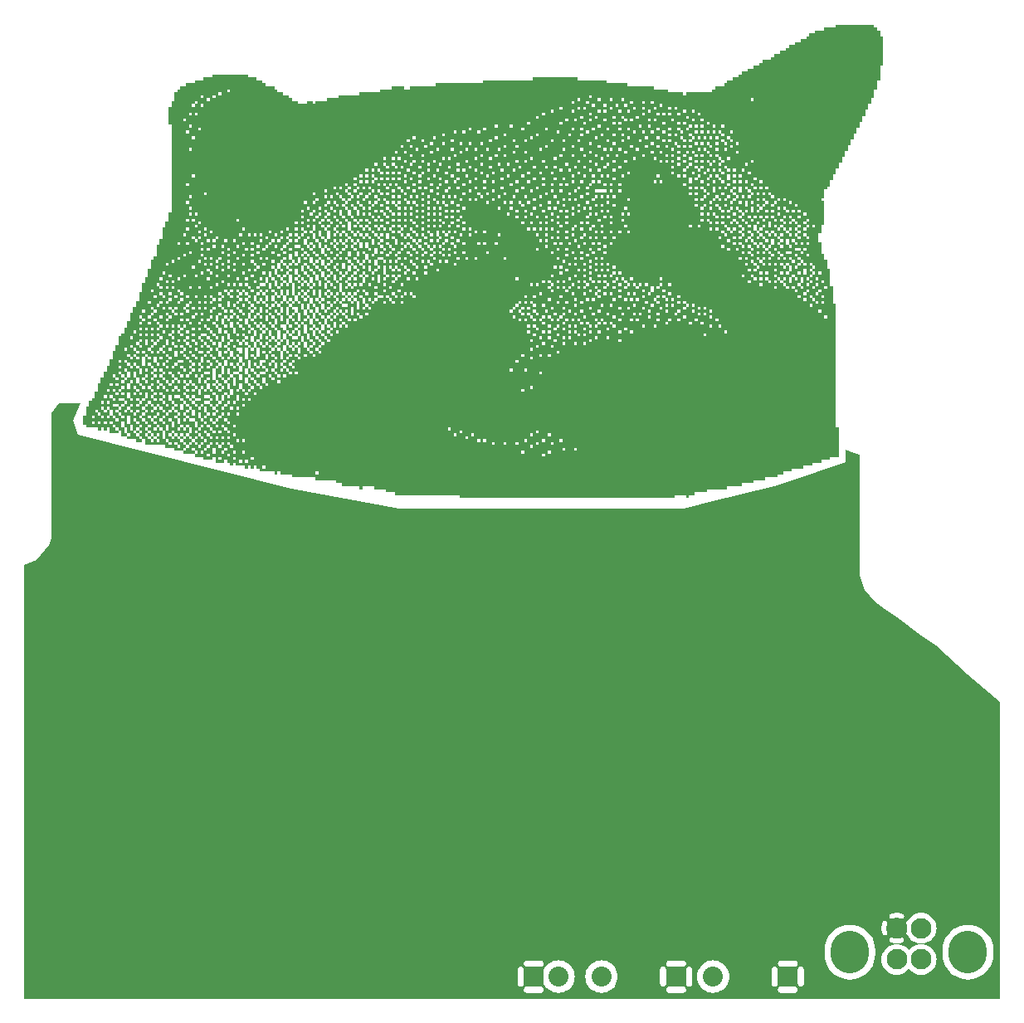
<source format=gtl>
G04 start of page 2 for group 3 layer_idx 0 *
G04 Title: (unknown), top_copper *
G04 Creator: pcb-rnd 3.1.5-dev *
G04 CreationDate: 2024-04-03 12:21:38 UTC *
G04 For: STEM4ukraine *
G04 Format: Gerber/RS-274X *
G04 PCB-Dimensions: 393701 393701 *
G04 PCB-Coordinate-Origin: lower left *
%MOIN*%
%FSLAX25Y25*%
%LNTOP_COPPER_NONE_3*%
%ADD17C,0.1220*%
%ADD16C,0.0394*%
%ADD15C,0.0374*%
%ADD14C,0.0800*%
%ADD13C,0.1535*%
%ADD12C,0.0827*%
%ADD11C,0.0001*%
G54D11*G36*
X392717Y120079D02*Y984D01*
X380000D01*
Y8689D01*
X381597Y8815D01*
X383155Y9189D01*
X384635Y9802D01*
X386000Y10639D01*
X387219Y11679D01*
X388259Y12897D01*
X389096Y14263D01*
X389709Y15743D01*
X390083Y17301D01*
X390177Y18898D01*
Y20472D01*
X390083Y22069D01*
X389709Y23627D01*
X389096Y25107D01*
X388259Y26473D01*
X387219Y27691D01*
X386000Y28731D01*
X384635Y29568D01*
X383155Y30181D01*
X381597Y30555D01*
X380000Y30681D01*
Y131328D01*
X392717Y120079D01*
G37*
G36*
X367126Y142717D02*X380000Y131328D01*
Y30681D01*
X378403Y30555D01*
X376845Y30181D01*
X375365Y29568D01*
X374000Y28731D01*
X372781Y27691D01*
X371741Y26473D01*
X370904Y25107D01*
X370291Y23627D01*
X369917Y22069D01*
X369823Y20472D01*
Y18898D01*
X369917Y17301D01*
X370291Y15743D01*
X370904Y14263D01*
X371741Y12897D01*
X372781Y11679D01*
X374000Y10639D01*
X375365Y9802D01*
X376845Y9189D01*
X378403Y8815D01*
X380000Y8689D01*
Y984D01*
X361211D01*
Y10580D01*
X361220Y10580D01*
X362183Y10655D01*
X363122Y10881D01*
X364014Y11250D01*
X364837Y11755D01*
X365571Y12382D01*
X366198Y13116D01*
X366703Y13939D01*
X367072Y14831D01*
X367298Y15770D01*
X367354Y16732D01*
X367298Y17695D01*
X367072Y18634D01*
X366703Y19526D01*
X366198Y20349D01*
X365571Y21083D01*
X364837Y21710D01*
X364014Y22214D01*
X363122Y22584D01*
X362183Y22809D01*
X361220Y22885D01*
X361211Y22884D01*
Y23179D01*
X361220Y23178D01*
X362183Y23254D01*
X363122Y23479D01*
X364014Y23849D01*
X364837Y24353D01*
X365571Y24980D01*
X366198Y25714D01*
X366703Y26537D01*
X367072Y27429D01*
X367298Y28368D01*
X367354Y29331D01*
X367298Y30293D01*
X367072Y31232D01*
X366703Y32124D01*
X366198Y32947D01*
X365571Y33681D01*
X364837Y34308D01*
X364014Y34813D01*
X363122Y35182D01*
X362183Y35408D01*
X361220Y35483D01*
X361211Y35483D01*
Y146975D01*
X367126Y142717D01*
G37*
G36*
X351380Y984D02*Y10580D01*
X352340Y10655D01*
X353279Y10881D01*
X354171Y11250D01*
X354994Y11755D01*
X355729Y12382D01*
X356299Y13050D01*
X356870Y12382D01*
X357604Y11755D01*
X358427Y11250D01*
X359319Y10881D01*
X360258Y10655D01*
X361211Y10580D01*
Y984D01*
X351380D01*
G37*
G36*
X361211Y146975D02*Y35483D01*
X360258Y35408D01*
X359319Y35182D01*
X358427Y34813D01*
X357604Y34308D01*
X356870Y33681D01*
X356243Y32947D01*
X355830Y32273D01*
X355727Y32239D01*
X355586Y32167D01*
X355458Y32074D01*
X355347Y31962D01*
X355255Y31834D01*
X355183Y31693D01*
X355135Y31542D01*
X355111Y31386D01*
X355111Y31228D01*
X355136Y31072D01*
X355188Y30923D01*
X355254Y30752D01*
X355143Y30293D01*
X355068Y29331D01*
X355143Y28368D01*
X355254Y27906D01*
X355192Y27737D01*
X355140Y27588D01*
X355115Y27433D01*
X355115Y27276D01*
X355139Y27120D01*
X355187Y26970D01*
X355258Y26830D01*
X355350Y26702D01*
X355461Y26591D01*
X355588Y26498D01*
X355728Y26426D01*
X355827Y26393D01*
X356243Y25714D01*
X356870Y24980D01*
X357604Y24353D01*
X358427Y23849D01*
X359319Y23479D01*
X360258Y23254D01*
X361211Y23179D01*
Y22884D01*
X360258Y22809D01*
X359319Y22584D01*
X358427Y22214D01*
X357604Y21710D01*
X356870Y21083D01*
X356299Y20415D01*
X355729Y21083D01*
X354994Y21710D01*
X354171Y22214D01*
X353279Y22584D01*
X352340Y22809D01*
X351380Y22885D01*
Y23197D01*
X351648D01*
X352186Y23244D01*
X352717Y23339D01*
X353238Y23480D01*
X353745Y23666D01*
X353886Y23737D01*
X354014Y23830D01*
X354125Y23942D01*
X354218Y24070D01*
X354289Y24211D01*
X354337Y24362D01*
X354362Y24518D01*
X354361Y24676D01*
X354336Y24832D01*
X354287Y24982D01*
X354214Y25123D01*
X354121Y25250D01*
X354009Y25362D01*
X353881Y25454D01*
X353740Y25525D01*
X353589Y25574D01*
X353433Y25598D01*
X353275Y25598D01*
X353119Y25572D01*
X352970Y25520D01*
X352631Y25391D01*
X352280Y25296D01*
X351922Y25233D01*
X351560Y25201D01*
X351380D01*
Y33461D01*
X351560D01*
X351922Y33429D01*
X352280Y33365D01*
X352631Y33270D01*
X352972Y33145D01*
X353120Y33093D01*
X353276Y33068D01*
X353433Y33067D01*
X353589Y33092D01*
X353738Y33140D01*
X353879Y33211D01*
X354006Y33303D01*
X354118Y33414D01*
X354211Y33541D01*
X354283Y33681D01*
X354332Y33830D01*
X354357Y33986D01*
X354358Y34143D01*
X354334Y34299D01*
X354285Y34449D01*
X354214Y34589D01*
X354122Y34717D01*
X354011Y34828D01*
X353884Y34921D01*
X353743Y34990D01*
X353238Y35182D01*
X352717Y35323D01*
X352186Y35417D01*
X351648Y35465D01*
X351380D01*
Y154054D01*
X361211Y146975D01*
G37*
G36*
X347027Y12382D02*X347761Y11755D01*
X348585Y11250D01*
X349477Y10881D01*
X350415Y10655D01*
X351378Y10580D01*
X351380Y10580D01*
Y984D01*
X346445D01*
Y13064D01*
X347027Y12382D01*
G37*
G36*
X351380Y154054D02*Y35465D01*
X351108D01*
X350570Y35417D01*
X350039Y35323D01*
X349517Y35182D01*
X349011Y34996D01*
X348870Y34925D01*
X348742Y34831D01*
X348631Y34719D01*
X348538Y34591D01*
X348467Y34450D01*
X348418Y34300D01*
X348394Y34143D01*
X348395Y33985D01*
X348420Y33829D01*
X348469Y33679D01*
X348541Y33539D01*
X348635Y33411D01*
X348747Y33300D01*
X348875Y33207D01*
X349016Y33136D01*
X349166Y33088D01*
X349323Y33063D01*
X349481Y33064D01*
X349637Y33089D01*
X349786Y33141D01*
X350125Y33270D01*
X350476Y33365D01*
X350834Y33429D01*
X351196Y33461D01*
X351380D01*
Y25201D01*
X351196D01*
X350834Y25233D01*
X350476Y25296D01*
X350125Y25391D01*
X349784Y25516D01*
X349636Y25568D01*
X349480Y25594D01*
X349323Y25594D01*
X349167Y25570D01*
X349018Y25522D01*
X348877Y25451D01*
X348749Y25359D01*
X348638Y25248D01*
X348545Y25121D01*
X348473Y24981D01*
X348424Y24831D01*
X348399Y24676D01*
X348398Y24518D01*
X348422Y24363D01*
X348471Y24213D01*
X348542Y24072D01*
X348634Y23945D01*
X348745Y23833D01*
X348872Y23740D01*
X349013Y23671D01*
X349517Y23480D01*
X350039Y23339D01*
X350570Y23244D01*
X351108Y23197D01*
X351380D01*
Y22885D01*
X351378Y22885D01*
X350415Y22809D01*
X349477Y22584D01*
X348585Y22214D01*
X347761Y21710D01*
X347027Y21083D01*
X346445Y20401D01*
Y26366D01*
X346565Y26347D01*
X346723Y26347D01*
X346879Y26373D01*
X347029Y26422D01*
X347170Y26494D01*
X347298Y26587D01*
X347409Y26700D01*
X347501Y26828D01*
X347573Y26969D01*
X347621Y27119D01*
X347645Y27275D01*
X347645Y27433D01*
X347620Y27589D01*
X347567Y27738D01*
X347438Y28078D01*
X347344Y28429D01*
X347280Y28787D01*
X347248Y29149D01*
Y29512D01*
X347280Y29875D01*
X347344Y30232D01*
X347438Y30583D01*
X347564Y30925D01*
X347616Y31073D01*
X347641Y31228D01*
X347641Y31386D01*
X347617Y31541D01*
X347569Y31691D01*
X347498Y31832D01*
X347406Y31959D01*
X347295Y32071D01*
X347168Y32164D01*
X347028Y32236D01*
X346878Y32285D01*
X346723Y32310D01*
X346565Y32310D01*
X346445Y32292D01*
Y157607D01*
X351380Y154054D01*
G37*
G36*
X336614Y219488D02*Y171260D01*
X338583Y165354D01*
X342520Y160433D01*
X346445Y157607D01*
Y32292D01*
X346410Y32286D01*
X346260Y32238D01*
X346120Y32167D01*
X345992Y32075D01*
X345880Y31964D01*
X345787Y31837D01*
X345718Y31696D01*
X345527Y31191D01*
X345386Y30670D01*
X345292Y30138D01*
X345244Y29601D01*
Y29061D01*
X345292Y28523D01*
X345386Y27991D01*
X345527Y27470D01*
X345713Y26963D01*
X345784Y26822D01*
X345877Y26695D01*
X345989Y26583D01*
X346118Y26491D01*
X346259Y26420D01*
X346409Y26371D01*
X346445Y26366D01*
Y20401D01*
X346400Y20349D01*
X345896Y19526D01*
X345526Y18634D01*
X345301Y17695D01*
X345225Y16732D01*
X345301Y15770D01*
X345526Y14831D01*
X345896Y13939D01*
X346400Y13116D01*
X346445Y13064D01*
Y984D01*
X332598D01*
Y8689D01*
X334195Y8815D01*
X335753Y9189D01*
X337233Y9802D01*
X338599Y10639D01*
X339817Y11679D01*
X340857Y12897D01*
X341694Y14263D01*
X342307Y15743D01*
X342681Y17301D01*
X342776Y18898D01*
Y20472D01*
X342681Y22069D01*
X342307Y23627D01*
X341694Y25107D01*
X340857Y26473D01*
X339817Y27691D01*
X338599Y28731D01*
X337233Y29568D01*
X335753Y30181D01*
X334195Y30555D01*
X332598Y30681D01*
Y220827D01*
X336614Y219488D01*
G37*
G36*
X330709Y216535D02*Y221457D01*
X332598Y220827D01*
Y30681D01*
X331001Y30555D01*
X329444Y30181D01*
X327964Y29568D01*
X326598Y28731D01*
X325380Y27691D01*
X324340Y26473D01*
X323503Y25107D01*
X322890Y23627D01*
X322516Y22069D01*
X322421Y20472D01*
Y18898D01*
X322516Y17301D01*
X322890Y15743D01*
X323503Y14263D01*
X324340Y12897D01*
X325380Y11679D01*
X326598Y10639D01*
X327964Y9802D01*
X329444Y9189D01*
X331001Y8815D01*
X332598Y8689D01*
Y984D01*
X307638D01*
Y3343D01*
X310388D01*
X310584Y3354D01*
X310775Y3400D01*
X310957Y3475D01*
X311125Y3578D01*
X311274Y3706D01*
X311402Y3856D01*
X311505Y4023D01*
X311580Y4205D01*
X311626Y4396D01*
X311642Y4593D01*
X311626Y4789D01*
X311580Y4980D01*
X311505Y5162D01*
X311402Y5330D01*
X311274Y5479D01*
X311125Y5607D01*
X310957Y5710D01*
X310775Y5785D01*
X310584Y5831D01*
X310388Y5843D01*
X311638D01*
Y7092D01*
X311649Y6896D01*
X311695Y6705D01*
X311771Y6523D01*
X311873Y6356D01*
X312001Y6206D01*
X312151Y6078D01*
X312319Y5975D01*
X312500Y5900D01*
X312692Y5854D01*
X312888Y5839D01*
X313084Y5854D01*
X313275Y5900D01*
X313457Y5975D01*
X313625Y6078D01*
X313774Y6206D01*
X313902Y6356D01*
X314005Y6523D01*
X314080Y6705D01*
X314126Y6896D01*
X314138Y7093D01*
Y12593D01*
X314126Y12789D01*
X314080Y12980D01*
X314005Y13162D01*
X313902Y13330D01*
X313774Y13479D01*
X313625Y13607D01*
X313457Y13710D01*
X313275Y13785D01*
X313084Y13831D01*
X312888Y13846D01*
X312692Y13831D01*
X312500Y13785D01*
X312319Y13710D01*
X312151Y13607D01*
X312001Y13479D01*
X311873Y13330D01*
X311771Y13162D01*
X311695Y12980D01*
X311649Y12789D01*
X311638Y12593D01*
Y13843D01*
X310388D01*
X310584Y13854D01*
X310775Y13900D01*
X310957Y13975D01*
X311125Y14078D01*
X311274Y14206D01*
X311402Y14356D01*
X311505Y14523D01*
X311580Y14705D01*
X311626Y14896D01*
X311642Y15093D01*
X311626Y15289D01*
X311580Y15480D01*
X311505Y15662D01*
X311402Y15830D01*
X311274Y15979D01*
X311125Y16107D01*
X310957Y16210D01*
X310775Y16285D01*
X310584Y16331D01*
X310388Y16343D01*
X307638D01*
Y208580D01*
X330709Y216535D01*
G37*
G36*
X302165Y206693D02*X307638Y208580D01*
Y16343D01*
X304888D01*
X304692Y16331D01*
X304500Y16285D01*
X304319Y16210D01*
X304151Y16107D01*
X304001Y15979D01*
X303873Y15830D01*
X303771Y15662D01*
X303695Y15480D01*
X303649Y15289D01*
X303634Y15093D01*
X303649Y14896D01*
X303695Y14705D01*
X303771Y14523D01*
X303873Y14356D01*
X304001Y14206D01*
X304151Y14078D01*
X304319Y13975D01*
X304500Y13900D01*
X304692Y13854D01*
X304888Y13843D01*
X303638D01*
Y12593D01*
X303626Y12789D01*
X303580Y12980D01*
X303505Y13162D01*
X303402Y13330D01*
X303274Y13479D01*
X303125Y13607D01*
X302957Y13710D01*
X302775Y13785D01*
X302584Y13831D01*
X302388Y13846D01*
X302192Y13831D01*
X302000Y13785D01*
X301819Y13710D01*
X301651Y13607D01*
X301501Y13479D01*
X301373Y13330D01*
X301271Y13162D01*
X301195Y12980D01*
X301149Y12789D01*
X301138Y12593D01*
Y7093D01*
X301149Y6896D01*
X301195Y6705D01*
X301271Y6523D01*
X301373Y6356D01*
X301501Y6206D01*
X301651Y6078D01*
X301819Y5975D01*
X302000Y5900D01*
X302192Y5854D01*
X302388Y5839D01*
X302584Y5854D01*
X302775Y5900D01*
X302957Y5975D01*
X303125Y6078D01*
X303274Y6206D01*
X303402Y6356D01*
X303505Y6523D01*
X303580Y6705D01*
X303626Y6896D01*
X303638Y7092D01*
Y5843D01*
X304888D01*
X304692Y5831D01*
X304500Y5785D01*
X304319Y5710D01*
X304151Y5607D01*
X304001Y5479D01*
X303873Y5330D01*
X303771Y5162D01*
X303695Y4980D01*
X303649Y4789D01*
X303634Y4593D01*
X303649Y4396D01*
X303695Y4205D01*
X303771Y4023D01*
X303873Y3856D01*
X304001Y3706D01*
X304151Y3578D01*
X304319Y3475D01*
X304500Y3400D01*
X304692Y3354D01*
X304888Y3343D01*
X307638D01*
Y984D01*
X277628D01*
Y3323D01*
X277638Y3322D01*
X278658Y3403D01*
X279653Y3642D01*
X280598Y4033D01*
X281470Y4568D01*
X282248Y5232D01*
X282913Y6010D01*
X283447Y6882D01*
X283839Y7828D01*
X284078Y8823D01*
X284138Y9843D01*
X284078Y10862D01*
X283839Y11857D01*
X283447Y12803D01*
X282913Y13675D01*
X282248Y14453D01*
X281470Y15117D01*
X280598Y15652D01*
X279653Y16043D01*
X278658Y16282D01*
X277638Y16363D01*
X277628Y16362D01*
Y200724D01*
X302165Y206693D01*
G37*
G36*
X265748Y197835D02*X277628Y200724D01*
Y16362D01*
X276618Y16282D01*
X275623Y16043D01*
X274678Y15652D01*
X273805Y15117D01*
X273027Y14453D01*
X272363Y13675D01*
X271828Y12803D01*
X271437Y11857D01*
X271198Y10862D01*
X271118Y9843D01*
X271198Y8823D01*
X271437Y7828D01*
X271828Y6882D01*
X272363Y6010D01*
X273027Y5232D01*
X273805Y4568D01*
X274678Y4033D01*
X275623Y3642D01*
X276618Y3403D01*
X277628Y3323D01*
Y984D01*
X262795D01*
Y3343D01*
X265545D01*
X265741Y3354D01*
X265933Y3400D01*
X266115Y3475D01*
X266282Y3578D01*
X266432Y3706D01*
X266560Y3856D01*
X266662Y4023D01*
X266738Y4205D01*
X266784Y4396D01*
X266799Y4593D01*
X266784Y4789D01*
X266738Y4980D01*
X266662Y5162D01*
X266560Y5330D01*
X266432Y5479D01*
X266282Y5607D01*
X266115Y5710D01*
X265933Y5785D01*
X265741Y5831D01*
X265545Y5843D01*
X266795D01*
Y7092D01*
X266807Y6896D01*
X266853Y6705D01*
X266928Y6523D01*
X267031Y6356D01*
X267159Y6206D01*
X267308Y6078D01*
X267476Y5975D01*
X267658Y5900D01*
X267849Y5854D01*
X268045Y5839D01*
X268241Y5854D01*
X268433Y5900D01*
X268615Y5975D01*
X268782Y6078D01*
X268932Y6206D01*
X269060Y6356D01*
X269162Y6523D01*
X269238Y6705D01*
X269284Y6896D01*
X269295Y7093D01*
Y12593D01*
X269284Y12789D01*
X269238Y12980D01*
X269162Y13162D01*
X269060Y13330D01*
X268932Y13479D01*
X268782Y13607D01*
X268615Y13710D01*
X268433Y13785D01*
X268241Y13831D01*
X268045Y13846D01*
X267849Y13831D01*
X267658Y13785D01*
X267476Y13710D01*
X267308Y13607D01*
X267159Y13479D01*
X267031Y13330D01*
X266928Y13162D01*
X266853Y12980D01*
X266807Y12789D01*
X266795Y12593D01*
Y13843D01*
X265545D01*
X265741Y13854D01*
X265933Y13900D01*
X266115Y13975D01*
X266282Y14078D01*
X266432Y14206D01*
X266560Y14356D01*
X266662Y14523D01*
X266738Y14705D01*
X266784Y14896D01*
X266799Y15093D01*
X266784Y15289D01*
X266738Y15480D01*
X266662Y15662D01*
X266560Y15830D01*
X266432Y15979D01*
X266282Y16107D01*
X266115Y16210D01*
X265933Y16285D01*
X265741Y16331D01*
X265545Y16343D01*
X262795D01*
Y197835D01*
X265748D01*
G37*
G36*
X262795D02*Y16343D01*
X260045D01*
X259849Y16331D01*
X259658Y16285D01*
X259476Y16210D01*
X259308Y16107D01*
X259159Y15979D01*
X259031Y15830D01*
X258928Y15662D01*
X258853Y15480D01*
X258807Y15289D01*
X258791Y15093D01*
X258807Y14896D01*
X258853Y14705D01*
X258928Y14523D01*
X259031Y14356D01*
X259159Y14206D01*
X259308Y14078D01*
X259476Y13975D01*
X259658Y13900D01*
X259849Y13854D01*
X260045Y13843D01*
X258795D01*
Y12593D01*
X258784Y12789D01*
X258738Y12980D01*
X258662Y13162D01*
X258560Y13330D01*
X258432Y13479D01*
X258282Y13607D01*
X258115Y13710D01*
X257933Y13785D01*
X257741Y13831D01*
X257545Y13846D01*
X257349Y13831D01*
X257158Y13785D01*
X256976Y13710D01*
X256808Y13607D01*
X256659Y13479D01*
X256531Y13330D01*
X256428Y13162D01*
X256353Y12980D01*
X256307Y12789D01*
X256295Y12593D01*
Y7093D01*
X256307Y6896D01*
X256353Y6705D01*
X256428Y6523D01*
X256531Y6356D01*
X256659Y6206D01*
X256808Y6078D01*
X256976Y5975D01*
X257158Y5900D01*
X257349Y5854D01*
X257545Y5839D01*
X257741Y5854D01*
X257933Y5900D01*
X258115Y5975D01*
X258282Y6078D01*
X258432Y6206D01*
X258560Y6356D01*
X258662Y6523D01*
X258738Y6705D01*
X258784Y6896D01*
X258795Y7092D01*
Y5843D01*
X260045D01*
X259849Y5831D01*
X259658Y5785D01*
X259476Y5710D01*
X259308Y5607D01*
X259159Y5479D01*
X259031Y5330D01*
X258928Y5162D01*
X258853Y4980D01*
X258807Y4789D01*
X258791Y4593D01*
X258807Y4396D01*
X258853Y4205D01*
X258928Y4023D01*
X259031Y3856D01*
X259159Y3706D01*
X259308Y3578D01*
X259476Y3475D01*
X259658Y3400D01*
X259849Y3354D01*
X260045Y3343D01*
X262795D01*
Y984D01*
X232785D01*
Y3323D01*
X232795Y3322D01*
X233815Y3403D01*
X234810Y3642D01*
X235755Y4033D01*
X236628Y4568D01*
X237406Y5232D01*
X238070Y6010D01*
X238605Y6882D01*
X238996Y7828D01*
X239235Y8823D01*
X239295Y9843D01*
X239235Y10862D01*
X238996Y11857D01*
X238605Y12803D01*
X238070Y13675D01*
X237406Y14453D01*
X236628Y15117D01*
X235755Y15652D01*
X234810Y16043D01*
X233815Y16282D01*
X232795Y16363D01*
X232785Y16362D01*
Y197835D01*
X262795D01*
G37*
G36*
X232785D02*Y16362D01*
X231775Y16282D01*
X230780Y16043D01*
X229835Y15652D01*
X228963Y15117D01*
X228185Y14453D01*
X227520Y13675D01*
X226986Y12803D01*
X226594Y11857D01*
X226355Y10862D01*
X226275Y9843D01*
X226355Y8823D01*
X226594Y7828D01*
X226986Y6882D01*
X227520Y6010D01*
X228185Y5232D01*
X228963Y4568D01*
X229835Y4033D01*
X230780Y3642D01*
X231775Y3403D01*
X232785Y3323D01*
Y984D01*
X210551D01*
Y5688D01*
X210941Y5232D01*
X211719Y4568D01*
X212591Y4033D01*
X213536Y3642D01*
X214531Y3403D01*
X215551Y3322D01*
X216571Y3403D01*
X217566Y3642D01*
X218511Y4033D01*
X219384Y4568D01*
X220162Y5232D01*
X220826Y6010D01*
X221361Y6882D01*
X221752Y7828D01*
X221991Y8823D01*
X222051Y9843D01*
X221991Y10862D01*
X221752Y11857D01*
X221361Y12803D01*
X220826Y13675D01*
X220162Y14453D01*
X219384Y15117D01*
X218511Y15652D01*
X217566Y16043D01*
X216571Y16282D01*
X215551Y16363D01*
X214531Y16282D01*
X213536Y16043D01*
X212591Y15652D01*
X211719Y15117D01*
X210941Y14453D01*
X210551Y13997D01*
Y197835D01*
X232785D01*
G37*
G36*
X984Y175197D02*X5906Y177165D01*
X10827Y183071D01*
X11811Y186024D01*
Y236220D01*
X14764Y240157D01*
X23622D01*
X20669Y233268D01*
X22638Y227362D01*
X108268Y205709D01*
X151575Y197835D01*
X210551D01*
Y13997D01*
X210347Y13757D01*
X210232Y13710D01*
X210064Y13607D01*
X209915Y13479D01*
X209787Y13330D01*
X209684Y13162D01*
X209609Y12980D01*
X209563Y12789D01*
X209551Y12593D01*
Y13843D01*
X208301D01*
X208497Y13854D01*
X208689Y13900D01*
X208870Y13975D01*
X209038Y14078D01*
X209188Y14206D01*
X209316Y14356D01*
X209418Y14523D01*
X209494Y14705D01*
X209540Y14896D01*
X209555Y15093D01*
X209540Y15289D01*
X209494Y15480D01*
X209418Y15662D01*
X209316Y15830D01*
X209188Y15979D01*
X209038Y16107D01*
X208870Y16210D01*
X208689Y16285D01*
X208497Y16331D01*
X208301Y16343D01*
X202801D01*
X202605Y16331D01*
X202414Y16285D01*
X202232Y16210D01*
X202064Y16107D01*
X201915Y15979D01*
X201787Y15830D01*
X201684Y15662D01*
X201609Y15480D01*
X201563Y15289D01*
X201547Y15093D01*
X201563Y14896D01*
X201609Y14705D01*
X201684Y14523D01*
X201787Y14356D01*
X201915Y14206D01*
X202064Y14078D01*
X202232Y13975D01*
X202414Y13900D01*
X202605Y13854D01*
X202801Y13843D01*
X201551D01*
Y12593D01*
X201540Y12789D01*
X201494Y12980D01*
X201418Y13162D01*
X201316Y13330D01*
X201188Y13479D01*
X201038Y13607D01*
X200870Y13710D01*
X200689Y13785D01*
X200497Y13831D01*
X200301Y13846D01*
X200105Y13831D01*
X199914Y13785D01*
X199732Y13710D01*
X199564Y13607D01*
X199415Y13479D01*
X199287Y13330D01*
X199184Y13162D01*
X199109Y12980D01*
X199063Y12789D01*
X199051Y12593D01*
Y7093D01*
X199063Y6896D01*
X199109Y6705D01*
X199184Y6523D01*
X199287Y6356D01*
X199415Y6206D01*
X199564Y6078D01*
X199732Y5975D01*
X199914Y5900D01*
X200105Y5854D01*
X200301Y5839D01*
X200497Y5854D01*
X200689Y5900D01*
X200870Y5975D01*
X201038Y6078D01*
X201188Y6206D01*
X201316Y6356D01*
X201418Y6523D01*
X201494Y6705D01*
X201540Y6896D01*
X201551Y7092D01*
Y5843D01*
X202801D01*
X202605Y5831D01*
X202414Y5785D01*
X202232Y5710D01*
X202064Y5607D01*
X201915Y5479D01*
X201787Y5330D01*
X201684Y5162D01*
X201609Y4980D01*
X201563Y4789D01*
X201547Y4593D01*
X201563Y4396D01*
X201609Y4205D01*
X201684Y4023D01*
X201787Y3856D01*
X201915Y3706D01*
X202064Y3578D01*
X202232Y3475D01*
X202414Y3400D01*
X202605Y3354D01*
X202801Y3343D01*
X208301D01*
X208497Y3354D01*
X208689Y3400D01*
X208870Y3475D01*
X209038Y3578D01*
X209188Y3706D01*
X209316Y3856D01*
X209418Y4023D01*
X209494Y4205D01*
X209540Y4396D01*
X209555Y4593D01*
X209540Y4789D01*
X209494Y4980D01*
X209418Y5162D01*
X209316Y5330D01*
X209188Y5479D01*
X209038Y5607D01*
X208870Y5710D01*
X208689Y5785D01*
X208497Y5831D01*
X208301Y5843D01*
X209551D01*
Y7092D01*
X209563Y6896D01*
X209609Y6705D01*
X209684Y6523D01*
X209787Y6356D01*
X209915Y6206D01*
X210064Y6078D01*
X210232Y5975D01*
X210347Y5928D01*
X210551Y5688D01*
Y984D01*
X984D01*
Y175197D01*
G37*
G36*
X342343Y392343D02*Y391122D01*
X326949D01*
Y392343D01*
X342343D01*
G37*
G36*
X343524Y391161D02*Y389941D01*
X322225D01*
Y391161D01*
X343524D01*
G37*
G36*
X344705Y389980D02*Y388760D01*
X318682D01*
Y389980D01*
X344705D01*
G37*
G36*
Y388799D02*Y387579D01*
X316320D01*
Y388799D01*
X344705D01*
G37*
G36*
X345886Y387618D02*Y386398D01*
X315138D01*
Y387618D01*
X345886D01*
G37*
G36*
Y386437D02*Y385217D01*
X312776D01*
Y386437D01*
X345886D01*
G37*
G36*
Y385256D02*Y384035D01*
X310414D01*
Y385256D01*
X345886D01*
G37*
G36*
Y384075D02*Y382854D01*
X308052D01*
Y384075D01*
X345886D01*
G37*
G36*
Y382894D02*Y381673D01*
X306871D01*
Y382894D01*
X345886D01*
G37*
G36*
Y381713D02*Y380492D01*
X304508D01*
Y381713D01*
X345886D01*
G37*
G36*
Y376988D02*Y375768D01*
X296241D01*
Y376988D01*
X345886D01*
G37*
G36*
X344705Y375807D02*Y374587D01*
X293879D01*
Y375807D01*
X344705D01*
G37*
G36*
X345886Y380531D02*Y379311D01*
X302146D01*
Y380531D01*
X345886D01*
G37*
G36*
Y379350D02*Y378130D01*
X300965D01*
Y379350D01*
X345886D01*
G37*
G36*
Y378169D02*Y376949D01*
X297422D01*
Y378169D01*
X345886D01*
G37*
G36*
X344705Y374626D02*Y373405D01*
X291516D01*
Y374626D01*
X344705D01*
G37*
G36*
Y373445D02*Y372224D01*
X289154D01*
Y373445D01*
X344705D01*
G37*
G36*
X90768Y372264D02*Y371043D01*
X76555D01*
Y372264D01*
X90768D01*
G37*
G36*
X343524Y369902D02*Y368681D01*
X283249D01*
Y369902D01*
X343524D01*
G37*
G36*
Y368720D02*Y367500D01*
X282068D01*
Y368720D01*
X343524D01*
G37*
G36*
Y367539D02*Y366319D01*
X278524D01*
Y367539D01*
X343524D01*
G37*
G36*
X344705Y372264D02*Y371043D01*
X287973D01*
Y372264D01*
X344705D01*
G37*
G36*
Y371083D02*Y369862D01*
X285611D01*
Y371083D01*
X344705D01*
G37*
G36*
X342343Y366358D02*Y365138D01*
X277343D01*
Y366358D01*
X342343D01*
G37*
G36*
Y365177D02*Y363957D01*
X266713D01*
Y365177D01*
X342343D01*
G37*
G36*
Y363996D02*Y362776D01*
X228918D01*
Y363996D01*
X342343D01*
G37*
G36*
X292737Y362815D02*Y361594D01*
X241910D01*
Y362815D01*
X292737D01*
G37*
G36*
X341162D02*Y361594D01*
X293879D01*
Y362815D01*
X341162D01*
G37*
G36*
Y361634D02*Y360413D01*
X253721D01*
Y361634D01*
X341162D01*
G37*
G36*
X339981Y360453D02*Y359232D01*
X257264D01*
Y360453D01*
X339981D01*
G37*
G36*
X338800Y358090D02*Y356870D01*
X270256D01*
Y358090D01*
X338800D01*
G37*
G36*
X339981Y359272D02*Y358051D01*
X263170D01*
Y359272D01*
X339981D01*
G37*
G36*
X338800Y356909D02*Y355689D01*
X272619D01*
Y356909D01*
X338800D01*
G37*
G36*
X337619Y355728D02*Y354508D01*
X267894D01*
Y355728D01*
X337619D01*
G37*
G36*
Y354547D02*Y353327D01*
X273800D01*
Y354547D01*
X337619D01*
G37*
G36*
X336438Y353366D02*Y352146D01*
X276162D01*
Y353366D01*
X336438D01*
G37*
G36*
Y352185D02*Y350965D01*
X282068D01*
Y352185D01*
X336438D01*
G37*
G36*
X335257Y351004D02*Y349783D01*
X267894D01*
Y351004D01*
X335257D01*
G37*
G36*
X334075Y348642D02*Y347421D01*
X282068D01*
Y348642D01*
X334075D01*
G37*
G36*
Y347461D02*Y346240D01*
X284430D01*
Y347461D01*
X334075D01*
G37*
G36*
X332894Y346279D02*Y345059D01*
X285611D01*
Y346279D01*
X332894D01*
G37*
G36*
X335257Y349823D02*Y348602D01*
X285611D01*
Y349823D01*
X335257D01*
G37*
G36*
X332894Y345098D02*Y343878D01*
X287973D01*
Y345098D01*
X332894D01*
G37*
G36*
X331713Y343917D02*Y342697D01*
X285611D01*
Y343917D01*
X331713D01*
G37*
G36*
Y342736D02*Y341516D01*
X283249D01*
Y342736D01*
X331713D01*
G37*
G36*
X330532Y341555D02*Y340335D01*
X287973D01*
Y341555D01*
X330532D01*
G37*
G36*
Y340374D02*Y339153D01*
X279705D01*
Y340374D01*
X330532D01*
G37*
G36*
X329351Y339193D02*Y337972D01*
X284430D01*
Y339193D01*
X329351D01*
G37*
G36*
X292737Y338012D02*Y336791D01*
X282068D01*
Y338012D01*
X292737D01*
G37*
G36*
X328170Y336831D02*Y335610D01*
X291516D01*
Y336831D01*
X328170D01*
G37*
G36*
X326989Y334468D02*Y333248D01*
X290335D01*
Y334468D01*
X326989D01*
G37*
G36*
X329351Y338012D02*Y336791D01*
X293879D01*
Y338012D01*
X329351D01*
G37*
G36*
X328170Y335650D02*Y334429D01*
X283249D01*
Y335650D01*
X328170D01*
G37*
G36*
X326989Y333287D02*Y332067D01*
X292697D01*
Y333287D01*
X326989D01*
G37*
G36*
X325808Y332106D02*Y330886D01*
X289154D01*
Y332106D01*
X325808D01*
G37*
G36*
Y330925D02*Y329705D01*
X295060D01*
Y330925D01*
X325808D01*
G37*
G36*
X324627Y329744D02*Y328524D01*
X297422D01*
Y329744D01*
X324627D01*
G37*
G36*
Y328563D02*Y327342D01*
X293879D01*
Y328563D01*
X324627D01*
G37*
G36*
X322264Y326201D02*Y324980D01*
X292697D01*
Y326201D01*
X322264D01*
G37*
G36*
Y325020D02*Y323799D01*
X300965D01*
Y325020D01*
X322264D01*
G37*
G36*
X321083Y322657D02*Y321437D01*
X306871D01*
Y322657D01*
X321083D01*
G37*
G36*
X323446Y327382D02*Y326161D01*
X299784D01*
Y327382D01*
X323446D01*
G37*
G36*
X322264Y323839D02*Y322618D01*
X302146D01*
Y323839D01*
X322264D01*
G37*
G36*
Y321476D02*Y320256D01*
X309233D01*
Y321476D01*
X322264D01*
G37*
G36*
Y320295D02*Y319075D01*
X311595D01*
Y320295D01*
X322264D01*
G37*
G36*
Y319114D02*Y317894D01*
X306871D01*
Y319114D01*
X322264D01*
G37*
G36*
Y317933D02*Y316713D01*
X312776D01*
Y317933D01*
X322264D01*
G37*
G36*
Y316752D02*Y315531D01*
X315138D01*
Y316752D01*
X322264D01*
G37*
G36*
Y315571D02*Y314350D01*
X312776D01*
Y315571D01*
X322264D01*
G37*
G36*
Y314390D02*Y313169D01*
X316320D01*
Y314390D01*
X322264D01*
G37*
G36*
X317540Y312027D02*Y310807D01*
X316320D01*
Y312027D01*
X317540D01*
G37*
G36*
X322264Y313209D02*Y311988D01*
X315138D01*
Y313209D01*
X322264D01*
G37*
G36*
X321083Y312027D02*Y310807D01*
X318682D01*
Y312027D01*
X321083D01*
G37*
G36*
Y310846D02*Y309626D01*
X315138D01*
Y310846D01*
X321083D01*
G37*
G36*
Y309665D02*Y308445D01*
X312776D01*
Y309665D01*
X321083D01*
G37*
G36*
X319902Y308484D02*Y307264D01*
X315138D01*
Y308484D01*
X319902D01*
G37*
G36*
Y307303D02*Y306083D01*
X316320D01*
Y307303D01*
X319902D01*
G37*
G36*
Y306122D02*Y304901D01*
X310414D01*
Y306122D01*
X319902D01*
G37*
G36*
X321083Y304941D02*Y303720D01*
X316320D01*
Y304941D01*
X321083D01*
G37*
G36*
Y303760D02*Y302539D01*
X309233D01*
Y303760D01*
X321083D01*
G37*
G36*
Y302579D02*Y301358D01*
X315138D01*
Y302579D01*
X321083D01*
G37*
G36*
Y301398D02*Y300177D01*
X313957D01*
Y301398D01*
X321083D01*
G37*
G36*
X322264Y300216D02*Y298996D01*
X316320D01*
Y300216D01*
X322264D01*
G37*
G36*
Y299035D02*Y297815D01*
X312776D01*
Y299035D01*
X322264D01*
G37*
G36*
X323446Y297854D02*Y296634D01*
X313957D01*
Y297854D01*
X323446D01*
G37*
G36*
Y296673D02*Y295453D01*
X317501D01*
Y296673D01*
X323446D01*
G37*
G36*
Y295492D02*Y294272D01*
X318682D01*
Y295492D01*
X323446D01*
G37*
G36*
X324627Y294311D02*Y293090D01*
X317501D01*
Y294311D01*
X324627D01*
G37*
G36*
X319902Y293130D02*Y291909D01*
X318682D01*
Y293130D01*
X319902D01*
G37*
G36*
X324627D02*Y291909D01*
X321044D01*
Y293130D01*
X324627D01*
G37*
G36*
Y291949D02*Y290728D01*
X317501D01*
Y291949D01*
X324627D01*
G37*
G36*
X321083Y289586D02*Y288366D01*
X317501D01*
Y289586D01*
X321083D01*
G37*
G36*
X324627Y290767D02*Y289547D01*
X319863D01*
Y290767D01*
X324627D01*
G37*
G36*
Y289586D02*Y288366D01*
X322225D01*
Y289586D01*
X324627D01*
G37*
G36*
Y288405D02*Y287185D01*
X319863D01*
Y288405D01*
X324627D01*
G37*
G36*
X322264Y287224D02*Y286004D01*
X318682D01*
Y287224D01*
X322264D01*
G37*
G36*
X325808D02*Y286004D01*
X323406D01*
Y287224D01*
X325808D01*
G37*
G36*
Y286043D02*Y284822D01*
X321044D01*
Y286043D01*
X325808D01*
G37*
G36*
X326989Y277775D02*Y276555D01*
X321044D01*
Y277775D01*
X326989D01*
G37*
G36*
Y275413D02*Y274193D01*
X323406D01*
Y275413D01*
X326989D01*
G37*
G36*
X325808Y282500D02*Y281279D01*
X318682D01*
Y282500D01*
X325808D01*
G37*
G36*
Y281319D02*Y280098D01*
X322225D01*
Y281319D01*
X325808D01*
G37*
G36*
Y284862D02*Y283641D01*
X319863D01*
Y284862D01*
X325808D01*
G37*
G36*
Y283681D02*Y282460D01*
X322225D01*
Y283681D01*
X325808D01*
G37*
G36*
X326989Y280137D02*Y278917D01*
X317501D01*
Y280137D01*
X326989D01*
G37*
G36*
Y278956D02*Y277736D01*
X274981D01*
Y278956D01*
X326989D01*
G37*
G36*
Y276594D02*Y275374D01*
X274981D01*
Y276594D01*
X326989D01*
G37*
G36*
Y274232D02*Y273011D01*
X279705D01*
Y274232D01*
X326989D01*
G37*
G36*
Y273051D02*Y271830D01*
X273800D01*
Y273051D01*
X326989D01*
G37*
G36*
Y271870D02*Y270649D01*
X280886D01*
Y271870D01*
X326989D01*
G37*
G36*
Y270689D02*Y269468D01*
X243091D01*
Y270689D01*
X326989D01*
G37*
G36*
Y269508D02*Y268287D01*
X283249D01*
Y269508D01*
X326989D01*
G37*
G36*
Y268326D02*Y267106D01*
X274981D01*
Y268326D01*
X326989D01*
G37*
G36*
Y267145D02*Y265925D01*
X236005D01*
Y267145D01*
X326989D01*
G37*
G36*
Y265964D02*Y264744D01*
X240729D01*
Y265964D01*
X326989D01*
G37*
G36*
Y264783D02*Y263563D01*
X226556D01*
Y264783D01*
X326989D01*
G37*
G36*
X96673Y369902D02*Y368681D01*
X69469D01*
Y369902D01*
X96673D01*
G37*
G36*
X97854Y368720D02*Y367500D01*
X65925D01*
Y368720D01*
X97854D01*
G37*
G36*
X101398Y367539D02*Y366319D01*
X63563D01*
Y367539D01*
X101398D01*
G37*
G36*
X82500Y366358D02*Y365138D01*
X62382D01*
Y366358D01*
X82500D01*
G37*
G36*
X78957Y365177D02*Y363957D01*
X61201D01*
Y365177D01*
X78957D01*
G37*
G36*
X94311Y371083D02*Y369862D01*
X73012D01*
Y371083D01*
X94311D01*
G37*
G36*
X102579Y366358D02*Y365138D01*
X83642D01*
Y366358D01*
X102579D01*
G37*
G36*
X104941Y365177D02*Y363957D01*
X80098D01*
Y365177D01*
X104941D01*
G37*
G36*
X71870Y363996D02*Y362776D01*
X61201D01*
Y363996D01*
X71870D01*
G37*
G36*
X69508Y361634D02*Y360413D01*
X60020D01*
Y361634D01*
X69508D01*
G37*
G36*
X68327Y360453D02*Y359232D01*
X60020D01*
Y360453D01*
X68327D01*
G37*
G36*
X67146Y356909D02*Y355689D01*
X58839D01*
Y356909D01*
X67146D01*
G37*
G36*
X69508D02*Y355689D01*
X68287D01*
Y356909D01*
X69508D01*
G37*
G36*
X74232Y362815D02*Y361594D01*
X61201D01*
Y362815D01*
X74232D01*
G37*
G36*
X71870Y360453D02*Y359232D01*
X69469D01*
Y360453D01*
X71870D01*
G37*
G36*
X64783Y354547D02*Y353327D01*
X58839D01*
Y354547D01*
X64783D01*
G37*
G36*
X67146Y352185D02*Y350965D01*
X60020D01*
Y352185D01*
X67146D01*
G37*
G36*
X70689Y351004D02*Y349783D01*
X60020D01*
Y351004D01*
X70689D01*
G37*
G36*
X65965Y349823D02*Y348602D01*
X60020D01*
Y349823D01*
X65965D01*
G37*
G36*
X68327Y347461D02*Y346240D01*
X60020D01*
Y347461D01*
X68327D01*
G37*
G36*
X76595Y363996D02*Y362776D01*
X73012D01*
Y363996D01*
X76595D01*
G37*
G36*
X107303D02*Y362776D01*
X77736D01*
Y363996D01*
X107303D01*
G37*
G36*
X108484Y362815D02*Y361594D01*
X75374D01*
Y362815D01*
X108484D01*
G37*
G36*
X110847Y361634D02*Y360413D01*
X70650D01*
Y361634D01*
X110847D01*
G37*
G36*
X116752D02*Y360413D01*
X114350D01*
Y361634D01*
X116752D01*
G37*
G36*
X234863Y369902D02*Y368681D01*
X185217D01*
Y369902D01*
X234863D01*
G37*
G36*
X153367Y367539D02*Y366319D01*
X148603D01*
Y367539D01*
X153367D01*
G37*
G36*
X223052Y371083D02*Y369862D01*
X205296D01*
Y371083D01*
X223052D01*
G37*
G36*
X243130Y368720D02*Y367500D01*
X166319D01*
Y368720D01*
X243130D01*
G37*
G36*
X253760Y367539D02*Y366319D01*
X155690D01*
Y367539D01*
X253760D01*
G37*
G36*
X259666Y366358D02*Y365138D01*
X143878D01*
Y366358D01*
X259666D01*
G37*
G36*
X265571Y365177D02*Y363957D01*
X135611D01*
Y365177D01*
X265571D01*
G37*
G36*
X227776Y363996D02*Y362776D01*
X127343D01*
Y363996D01*
X227776D01*
G37*
G36*
X223052Y362815D02*Y361594D01*
X122619D01*
Y362815D01*
X223052D01*
G37*
G36*
X220690Y361634D02*Y360413D01*
X117894D01*
Y361634D01*
X220690D01*
G37*
G36*
X228957Y360453D02*Y359232D01*
X73012D01*
Y360453D01*
X228957D01*
G37*
G36*
X226595Y361634D02*Y360413D01*
X221831D01*
Y361634D01*
X226595D01*
G37*
G36*
X233682Y360453D02*Y359232D01*
X230099D01*
Y360453D01*
X233682D01*
G37*
G36*
X238406D02*Y359232D01*
X234823D01*
Y360453D01*
X238406D01*
G37*
G36*
X241949D02*Y359232D01*
X239548D01*
Y360453D01*
X241949D01*
G37*
G36*
X215965Y359272D02*Y358051D01*
X58839D01*
Y359272D01*
X215965D01*
G37*
G36*
X212422Y358090D02*Y356870D01*
X58839D01*
Y358090D01*
X212422D01*
G37*
G36*
X206516Y355728D02*Y354508D01*
X58839D01*
Y355728D01*
X206516D01*
G37*
G36*
X202973Y353366D02*Y352146D01*
X58839D01*
Y353366D01*
X202973D01*
G37*
G36*
X215965D02*Y352146D01*
X204115D01*
Y353366D01*
X215965D01*
G37*
G36*
X208879Y356909D02*Y355689D01*
X70650D01*
Y356909D01*
X208879D01*
G37*
G36*
X218327Y354547D02*Y353327D01*
X65925D01*
Y354547D01*
X218327D01*
G37*
G36*
X189981Y352185D02*Y350965D01*
X68287D01*
Y352185D01*
X189981D01*
G37*
G36*
X195886D02*Y350965D01*
X191123D01*
Y352185D01*
X195886D01*
G37*
G36*
X231319D02*Y350965D01*
X197028D01*
Y352185D01*
X231319D01*
G37*
G36*
X179351Y351004D02*Y349783D01*
X71831D01*
Y351004D01*
X179351D01*
G37*
G36*
X185256D02*Y349783D01*
X180493D01*
Y351004D01*
X185256D01*
G37*
G36*
X200611D02*Y349783D01*
X186398D01*
Y351004D01*
X200611D01*
G37*
G36*
X210060D02*Y349783D01*
X201753D01*
Y351004D01*
X210060D01*
G37*
G36*
X220690D02*Y349783D01*
X211201D01*
Y351004D01*
X220690D01*
G37*
G36*
X224233D02*Y349783D01*
X221831D01*
Y351004D01*
X224233D01*
G37*
G36*
X228957D02*Y349783D01*
X225375D01*
Y351004D01*
X228957D01*
G37*
G36*
X234863D02*Y349783D01*
X230099D01*
Y351004D01*
X234863D01*
G37*
G36*
X173445Y349823D02*Y348602D01*
X67106D01*
Y349823D01*
X173445D01*
G37*
G36*
X168721Y348642D02*Y347421D01*
X60020D01*
Y348642D01*
X168721D01*
G37*
G36*
X193524D02*Y347421D01*
X169863D01*
Y348642D01*
X193524D01*
G37*
G36*
X206516D02*Y347421D01*
X194666D01*
Y348642D01*
X206516D01*
G37*
G36*
X219508D02*Y347421D01*
X207658D01*
Y348642D01*
X219508D01*
G37*
G36*
X224233D02*Y347421D01*
X220650D01*
Y348642D01*
X224233D01*
G37*
G36*
X232501D02*Y347421D01*
X225375D01*
Y348642D01*
X232501D01*
G37*
G36*
X237225D02*Y347421D01*
X233642D01*
Y348642D01*
X237225D01*
G37*
G36*
X240768D02*Y347421D01*
X238367D01*
Y348642D01*
X240768D01*
G37*
G36*
Y346279D02*Y345059D01*
X236005D01*
Y346279D01*
X240768D01*
G37*
G36*
X156910Y347461D02*Y346240D01*
X69469D01*
Y347461D01*
X156910D01*
G37*
G36*
X154548Y346279D02*Y345059D01*
X60020D01*
Y346279D01*
X154548D01*
G37*
G36*
X160453D02*Y345059D01*
X155690D01*
Y346279D01*
X160453D01*
G37*
G36*
X163997Y345098D02*Y343878D01*
X60020D01*
Y345098D01*
X163997D01*
G37*
G36*
X168721D02*Y343878D01*
X165138D01*
Y345098D01*
X168721D01*
G37*
G36*
X175808D02*Y343878D01*
X169863D01*
Y345098D01*
X175808D01*
G37*
G36*
X179351D02*Y343878D01*
X176949D01*
Y345098D01*
X179351D01*
G37*
G36*
X184075D02*Y343878D01*
X180493D01*
Y345098D01*
X184075D01*
G37*
G36*
X152186Y343917D02*Y342697D01*
X60020D01*
Y343917D01*
X152186D01*
G37*
G36*
X67146Y342736D02*Y341516D01*
X60020D01*
Y342736D01*
X67146D01*
G37*
G36*
X158091D02*Y341516D01*
X68287D01*
Y342736D01*
X158091D01*
G37*
G36*
X166359D02*Y341516D01*
X159233D01*
Y342736D01*
X166359D01*
G37*
G36*
X172264D02*Y341516D01*
X167501D01*
Y342736D01*
X172264D01*
G37*
G36*
X178170D02*Y341516D01*
X173406D01*
Y342736D01*
X178170D01*
G37*
G36*
X181713D02*Y341516D01*
X179312D01*
Y342736D01*
X181713D01*
G37*
G36*
X186438D02*Y341516D01*
X182855D01*
Y342736D01*
X186438D01*
G37*
G36*
X191162D02*Y341516D01*
X187579D01*
Y342736D01*
X191162D01*
G37*
G36*
X149823Y341555D02*Y340335D01*
X60020D01*
Y341555D01*
X149823D01*
G37*
G36*
X155729Y340374D02*Y339153D01*
X60020D01*
Y340374D01*
X155729D01*
G37*
G36*
X160453D02*Y339153D01*
X156871D01*
Y340374D01*
X160453D01*
G37*
G36*
X173445D02*Y339153D01*
X161595D01*
Y340374D01*
X173445D01*
G37*
G36*
X184075D02*Y339153D01*
X174587D01*
Y340374D01*
X184075D01*
G37*
G36*
X189981D02*Y339153D01*
X185217D01*
Y340374D01*
X189981D01*
G37*
G36*
X193524D02*Y339153D01*
X191123D01*
Y340374D01*
X193524D01*
G37*
G36*
X145099Y339193D02*Y337972D01*
X60020D01*
Y339193D01*
X145099D01*
G37*
G36*
X153367Y338012D02*Y336791D01*
X60020D01*
Y338012D01*
X153367D01*
G37*
G36*
X156910D02*Y336791D01*
X154508D01*
Y338012D01*
X156910D01*
G37*
G36*
X160453D02*Y336791D01*
X158052D01*
Y338012D01*
X160453D01*
G37*
G36*
X165178D02*Y336791D01*
X161595D01*
Y338012D01*
X165178D01*
G37*
G36*
X178170D02*Y336791D01*
X166319D01*
Y338012D01*
X178170D01*
G37*
G36*
X198249D02*Y336791D01*
X179312D01*
Y338012D01*
X198249D01*
G37*
G36*
X201792D02*Y336791D01*
X199390D01*
Y338012D01*
X201792D01*
G37*
G36*
X208879D02*Y336791D01*
X202934D01*
Y338012D01*
X208879D01*
G37*
G36*
X141556Y336831D02*Y335610D01*
X60020D01*
Y336831D01*
X141556D01*
G37*
G36*
X146280Y335650D02*Y334429D01*
X60020D01*
Y335650D01*
X146280D01*
G37*
G36*
X138012Y334468D02*Y333248D01*
X60020D01*
Y334468D01*
X138012D01*
G37*
G36*
X143918Y333287D02*Y332067D01*
X60020D01*
Y333287D01*
X143918D01*
G37*
G36*
X140375Y334468D02*Y333248D01*
X139154D01*
Y334468D01*
X140375D01*
G37*
G36*
X146280Y333287D02*Y332067D01*
X145060D01*
Y333287D01*
X146280D01*
G37*
G36*
X148642D02*Y332067D01*
X147422D01*
Y333287D01*
X148642D01*
G37*
G36*
X151004D02*Y332067D01*
X149784D01*
Y333287D01*
X151004D01*
G37*
G36*
Y330925D02*Y329705D01*
X149784D01*
Y330925D01*
X151004D01*
G37*
G36*
X149823Y297854D02*Y296634D01*
X148603D01*
Y297854D01*
X149823D01*
G37*
G36*
Y295492D02*Y294272D01*
X148603D01*
Y295492D01*
X149823D01*
G37*
G36*
X153367D02*Y294272D01*
X150965D01*
Y295492D01*
X153367D01*
G37*
G36*
X151004Y294311D02*Y293090D01*
X149784D01*
Y294311D01*
X151004D01*
G37*
G36*
X154548D02*Y293090D01*
X152146D01*
Y294311D01*
X154548D01*
G37*
G36*
X153367Y293130D02*Y291909D01*
X146241D01*
Y293130D01*
X153367D01*
G37*
G36*
X156910D02*Y291909D01*
X154508D01*
Y293130D01*
X156910D01*
G37*
G36*
X151004Y291949D02*Y290728D01*
X149784D01*
Y291949D01*
X151004D01*
G37*
G36*
X152186Y288405D02*Y287185D01*
X146241D01*
Y288405D01*
X152186D01*
G37*
G36*
X151004Y286043D02*Y284822D01*
X146241D01*
Y286043D01*
X151004D01*
G37*
G36*
X153367Y284862D02*Y283641D01*
X149784D01*
Y284862D01*
X153367D01*
G37*
G36*
X155729D02*Y283641D01*
X154508D01*
Y284862D01*
X155729D01*
G37*
G36*
X149823Y283681D02*Y282460D01*
X147422D01*
Y283681D01*
X149823D01*
G37*
G36*
X152186D02*Y282460D01*
X150965D01*
Y283681D01*
X152186D01*
G37*
G36*
X156910D02*Y282460D01*
X153327D01*
Y283681D01*
X156910D01*
G37*
G36*
X152186Y281319D02*Y280098D01*
X149784D01*
Y281319D01*
X152186D01*
G37*
G36*
X149823Y290767D02*Y289547D01*
X146241D01*
Y290767D01*
X149823D01*
G37*
G36*
X154548D02*Y289547D01*
X150965D01*
Y290767D01*
X154548D01*
G37*
G36*
X158091D02*Y289547D01*
X155690D01*
Y290767D01*
X158091D01*
G37*
G36*
X68327Y332106D02*Y330886D01*
X60020D01*
Y332106D01*
X68327D01*
G37*
G36*
X65965Y328563D02*Y327342D01*
X60020D01*
Y328563D01*
X65965D01*
G37*
G36*
Y321476D02*Y320256D01*
X60020D01*
Y321476D01*
X65965D01*
G37*
G36*
X73051Y325020D02*Y323799D01*
X60020D01*
Y325020D01*
X73051D01*
G37*
G36*
X67146Y323839D02*Y322618D01*
X60020D01*
Y323839D01*
X67146D01*
G37*
G36*
Y319114D02*Y317894D01*
X60020D01*
Y319114D01*
X67146D01*
G37*
G36*
Y316752D02*Y315531D01*
X58839D01*
Y316752D01*
X67146D01*
G37*
G36*
X69508D02*Y315531D01*
X68287D01*
Y316752D01*
X69508D01*
G37*
G36*
X65965Y314390D02*Y313169D01*
X58839D01*
Y314390D01*
X65965D01*
G37*
G36*
X68327D02*Y313169D01*
X67106D01*
Y314390D01*
X68327D01*
G37*
G36*
X70689Y313209D02*Y311988D01*
X57658D01*
Y313209D01*
X70689D01*
G37*
G36*
X69508Y312027D02*Y310807D01*
X57658D01*
Y312027D01*
X69508D01*
G37*
G36*
X65965Y310846D02*Y309626D01*
X56476D01*
Y310846D01*
X65965D01*
G37*
G36*
X64783Y308484D02*Y307264D01*
X56476D01*
Y308484D01*
X64783D01*
G37*
G36*
X73051D02*Y307264D01*
X65925D01*
Y308484D01*
X73051D01*
G37*
G36*
Y310846D02*Y309626D01*
X67106D01*
Y310846D01*
X73051D01*
G37*
G36*
X70689Y309665D02*Y308445D01*
X56476D01*
Y309665D01*
X70689D01*
G37*
G36*
X75413D02*Y308445D01*
X71831D01*
Y309665D01*
X75413D01*
G37*
G36*
X68327Y307303D02*Y306083D01*
X56476D01*
Y307303D01*
X68327D01*
G37*
G36*
X62421Y304941D02*Y303720D01*
X55295D01*
Y304941D01*
X62421D01*
G37*
G36*
X64783Y300216D02*Y298996D01*
X54114D01*
Y300216D01*
X64783D01*
G37*
G36*
X65965Y304941D02*Y303720D01*
X63563D01*
Y304941D01*
X65965D01*
G37*
G36*
X71870Y302579D02*Y301358D01*
X54114D01*
Y302579D01*
X71870D01*
G37*
G36*
X67146Y301398D02*Y300177D01*
X54114D01*
Y301398D01*
X67146D01*
G37*
G36*
X71870Y300216D02*Y298996D01*
X65925D01*
Y300216D01*
X71870D01*
G37*
G36*
X62421Y299035D02*Y297815D01*
X52933D01*
Y299035D01*
X62421D01*
G37*
G36*
X55335Y290767D02*Y289547D01*
X49390D01*
Y290767D01*
X55335D01*
G37*
G36*
X54154Y288405D02*Y287185D01*
X48209D01*
Y288405D01*
X54154D01*
G37*
G36*
X57697Y289586D02*Y288366D01*
X49390D01*
Y289586D01*
X57697D01*
G37*
G36*
X55335Y287224D02*Y286004D01*
X48209D01*
Y287224D01*
X55335D01*
G37*
G36*
X57697D02*Y286004D01*
X56476D01*
Y287224D01*
X57697D01*
G37*
G36*
X60059D02*Y286004D01*
X58839D01*
Y287224D01*
X60059D01*
G37*
G36*
X51791Y286043D02*Y284822D01*
X48209D01*
Y286043D01*
X51791D01*
G37*
G36*
X50610Y281319D02*Y280098D01*
X45846D01*
Y281319D01*
X50610D01*
G37*
G36*
X55335D02*Y280098D01*
X51752D01*
Y281319D01*
X55335D01*
G37*
G36*
X57697D02*Y280098D01*
X56476D01*
Y281319D01*
X57697D01*
G37*
G36*
X62421D02*Y280098D01*
X58839D01*
Y281319D01*
X62421D01*
G37*
G36*
X67146D02*Y280098D01*
X63563D01*
Y281319D01*
X67146D01*
G37*
G36*
X70689D02*Y280098D01*
X68287D01*
Y281319D01*
X70689D01*
G37*
G36*
X73051D02*Y280098D01*
X71831D01*
Y281319D01*
X73051D01*
G37*
G36*
X75413D02*Y280098D01*
X74193D01*
Y281319D01*
X75413D01*
G37*
G36*
X82500D02*Y280098D01*
X76555D01*
Y281319D01*
X82500D01*
G37*
G36*
X86043D02*Y280098D01*
X83642D01*
Y281319D01*
X86043D01*
G37*
G36*
X90768D02*Y280098D01*
X87185D01*
Y281319D01*
X90768D01*
G37*
G36*
X94311D02*Y280098D01*
X91909D01*
Y281319D01*
X94311D01*
G37*
G36*
X96673D02*Y280098D01*
X95453D01*
Y281319D01*
X96673D01*
G37*
G36*
X101398D02*Y280098D01*
X97815D01*
Y281319D01*
X101398D01*
G37*
G36*
X103760D02*Y280098D01*
X102539D01*
Y281319D01*
X103760D01*
G37*
G36*
X106122D02*Y280098D01*
X104902D01*
Y281319D01*
X106122D01*
G37*
G36*
X108484D02*Y280098D01*
X107264D01*
Y281319D01*
X108484D01*
G37*
G36*
X110847D02*Y280098D01*
X109626D01*
Y281319D01*
X110847D01*
G37*
G36*
X115571D02*Y280098D01*
X111988D01*
Y281319D01*
X115571D01*
G37*
G36*
X119114D02*Y280098D01*
X116713D01*
Y281319D01*
X119114D01*
G37*
G36*
X122658D02*Y280098D01*
X120256D01*
Y281319D01*
X122658D01*
G37*
G36*
X125020D02*Y280098D01*
X123800D01*
Y281319D01*
X125020D01*
G37*
G36*
X127382D02*Y280098D01*
X126162D01*
Y281319D01*
X127382D01*
G37*
G36*
X132107D02*Y280098D01*
X128524D01*
Y281319D01*
X132107D01*
G37*
G36*
X134469D02*Y280098D01*
X133249D01*
Y281319D01*
X134469D01*
G37*
G36*
X136831D02*Y280098D01*
X135611D01*
Y281319D01*
X136831D01*
G37*
G36*
X140375D02*Y280098D01*
X137973D01*
Y281319D01*
X140375D01*
G37*
G36*
X145099D02*Y280098D01*
X141516D01*
Y281319D01*
X145099D01*
G37*
G36*
X148642D02*Y280098D01*
X146241D01*
Y281319D01*
X148642D01*
G37*
G36*
X54154Y280137D02*Y278917D01*
X45846D01*
Y280137D01*
X54154D01*
G37*
G36*
X51791Y278956D02*Y277736D01*
X44665D01*
Y278956D01*
X51791D01*
G37*
G36*
Y276594D02*Y275374D01*
X43484D01*
Y276594D01*
X51791D01*
G37*
G36*
X56516Y278956D02*Y277736D01*
X52933D01*
Y278956D01*
X56516D01*
G37*
G36*
X57697Y276594D02*Y275374D01*
X52933D01*
Y276594D01*
X57697D01*
G37*
G36*
X61240D02*Y275374D01*
X58839D01*
Y276594D01*
X61240D01*
G37*
G36*
X63602D02*Y275374D01*
X62382D01*
Y276594D01*
X63602D01*
G37*
G36*
X47067Y275413D02*Y274193D01*
X43484D01*
Y275413D01*
X47067D01*
G37*
G36*
X48248Y274232D02*Y273011D01*
X43484D01*
Y274232D01*
X48248D01*
G37*
G36*
X47067Y273051D02*Y271830D01*
X42303D01*
Y273051D01*
X47067D01*
G37*
G36*
X55335Y271870D02*Y270649D01*
X42303D01*
Y271870D01*
X55335D01*
G37*
G36*
X57697D02*Y270649D01*
X56476D01*
Y271870D01*
X57697D01*
G37*
G36*
X60059D02*Y270649D01*
X58839D01*
Y271870D01*
X60059D01*
G37*
G36*
X62421D02*Y270649D01*
X61201D01*
Y271870D01*
X62421D01*
G37*
G36*
X64783D02*Y270649D01*
X63563D01*
Y271870D01*
X64783D01*
G37*
G36*
X65965Y269508D02*Y268287D01*
X63563D01*
Y269508D01*
X65965D01*
G37*
G36*
X47067Y270689D02*Y269468D01*
X41122D01*
Y270689D01*
X47067D01*
G37*
G36*
X44705Y269508D02*Y268287D01*
X41122D01*
Y269508D01*
X44705D01*
G37*
G36*
X56516D02*Y268287D01*
X45846D01*
Y269508D01*
X56516D01*
G37*
G36*
X60059D02*Y268287D01*
X57658D01*
Y269508D01*
X60059D01*
G37*
G36*
X62421D02*Y268287D01*
X61201D01*
Y269508D01*
X62421D01*
G37*
G36*
X75413D02*Y268287D01*
X67106D01*
Y269508D01*
X75413D01*
G37*
G36*
X78957D02*Y268287D01*
X76555D01*
Y269508D01*
X78957D01*
G37*
G36*
X81319D02*Y268287D01*
X80098D01*
Y269508D01*
X81319D01*
G37*
G36*
X84862D02*Y268287D01*
X82461D01*
Y269508D01*
X84862D01*
G37*
G36*
X90768D02*Y268287D01*
X86004D01*
Y269508D01*
X90768D01*
G37*
G36*
X93130D02*Y268287D01*
X91909D01*
Y269508D01*
X93130D01*
G37*
G36*
X96673D02*Y268287D01*
X94272D01*
Y269508D01*
X96673D01*
G37*
G36*
X99035D02*Y268287D01*
X97815D01*
Y269508D01*
X99035D01*
G37*
G36*
X102579D02*Y268287D01*
X100177D01*
Y269508D01*
X102579D01*
G37*
G36*
X106122D02*Y268287D01*
X103721D01*
Y269508D01*
X106122D01*
G37*
G36*
X108484D02*Y268287D01*
X107264D01*
Y269508D01*
X108484D01*
G37*
G36*
X110847D02*Y268287D01*
X109626D01*
Y269508D01*
X110847D01*
G37*
G36*
X113209D02*Y268287D01*
X111988D01*
Y269508D01*
X113209D01*
G37*
G36*
X116752D02*Y268287D01*
X114350D01*
Y269508D01*
X116752D01*
G37*
G36*
X119114D02*Y268287D01*
X117894D01*
Y269508D01*
X119114D01*
G37*
G36*
X122658D02*Y268287D01*
X120256D01*
Y269508D01*
X122658D01*
G37*
G36*
X126201D02*Y268287D01*
X123800D01*
Y269508D01*
X126201D01*
G37*
G36*
X49429Y270689D02*Y269468D01*
X48209D01*
Y270689D01*
X49429D01*
G37*
G36*
X51791D02*Y269468D01*
X50571D01*
Y270689D01*
X51791D01*
G37*
G36*
X54154D02*Y269468D01*
X52933D01*
Y270689D01*
X54154D01*
G37*
G36*
X63602D02*Y269468D01*
X55295D01*
Y270689D01*
X63602D01*
G37*
G36*
X47067Y268326D02*Y267106D01*
X39941D01*
Y268326D01*
X47067D01*
G37*
G36*
X43524Y267145D02*Y265925D01*
X38760D01*
Y267145D01*
X43524D01*
G37*
G36*
X47067Y265964D02*Y264744D01*
X38760D01*
Y265964D01*
X47067D01*
G37*
G36*
X49429D02*Y264744D01*
X48209D01*
Y265964D01*
X49429D01*
G37*
G36*
X42343Y260059D02*Y258838D01*
X36398D01*
Y260059D01*
X42343D01*
G37*
G36*
X44705D02*Y258838D01*
X43484D01*
Y260059D01*
X44705D01*
G37*
G36*
X49429D02*Y258838D01*
X45846D01*
Y260059D01*
X49429D01*
G37*
G36*
X43524Y258878D02*Y257657D01*
X36398D01*
Y258878D01*
X43524D01*
G37*
G36*
X38799Y257696D02*Y256476D01*
X35217D01*
Y257696D01*
X38799D01*
G37*
G36*
X41161D02*Y256476D01*
X39941D01*
Y257696D01*
X41161D01*
G37*
G36*
X48248D02*Y256476D01*
X42303D01*
Y257696D01*
X48248D01*
G37*
G36*
X52972D02*Y256476D01*
X49390D01*
Y257696D01*
X52972D01*
G37*
G36*
X57697D02*Y256476D01*
X54114D01*
Y257696D01*
X57697D01*
G37*
G36*
X62421D02*Y256476D01*
X58839D01*
Y257696D01*
X62421D01*
G37*
G36*
X67146D02*Y256476D01*
X64744D01*
Y257696D01*
X67146D01*
G37*
G36*
X71870D02*Y256476D01*
X68287D01*
Y257696D01*
X71870D01*
G37*
G36*
X74232D02*Y256476D01*
X73012D01*
Y257696D01*
X74232D01*
G37*
G36*
X77776D02*Y256476D01*
X75374D01*
Y257696D01*
X77776D01*
G37*
G36*
X81319D02*Y256476D01*
X78917D01*
Y257696D01*
X81319D01*
G37*
G36*
X87224D02*Y256476D01*
X82461D01*
Y257696D01*
X87224D01*
G37*
G36*
X90768D02*Y256476D01*
X88366D01*
Y257696D01*
X90768D01*
G37*
G36*
X95492D02*Y256476D01*
X91909D01*
Y257696D01*
X95492D01*
G37*
G36*
X100217D02*Y256476D01*
X97815D01*
Y257696D01*
X100217D01*
G37*
G36*
X104941D02*Y256476D01*
X101358D01*
Y257696D01*
X104941D01*
G37*
G36*
X108484D02*Y256476D01*
X106083D01*
Y257696D01*
X108484D01*
G37*
G36*
X42343Y256515D02*Y255295D01*
X35217D01*
Y256515D01*
X42343D01*
G37*
G36*
X38799Y255334D02*Y254114D01*
X34035D01*
Y255334D01*
X38799D01*
G37*
G36*
X41161Y254153D02*Y252933D01*
X34035D01*
Y254153D01*
X41161D01*
G37*
G36*
X43524Y255334D02*Y254114D01*
X39941D01*
Y255334D01*
X43524D01*
G37*
G36*
X51791D02*Y254114D01*
X47028D01*
Y255334D01*
X51791D01*
G37*
G36*
X47067Y254153D02*Y252933D01*
X42303D01*
Y254153D01*
X47067D01*
G37*
G36*
X49429D02*Y252933D01*
X48209D01*
Y254153D01*
X49429D01*
G37*
G36*
X52972D02*Y252933D01*
X50571D01*
Y254153D01*
X52972D01*
G37*
G36*
Y251791D02*Y250571D01*
X50571D01*
Y251791D01*
X52972D01*
G37*
G36*
X55335D02*Y250571D01*
X54114D01*
Y251791D01*
X55335D01*
G37*
G36*
X56516Y250610D02*Y249389D01*
X52933D01*
Y250610D01*
X56516D01*
G37*
G36*
X60059Y251791D02*Y250571D01*
X56476D01*
Y251791D01*
X60059D01*
G37*
G36*
X61240Y250610D02*Y249389D01*
X57658D01*
Y250610D01*
X61240D01*
G37*
G36*
X57697Y249429D02*Y248208D01*
X55295D01*
Y249429D01*
X57697D01*
G37*
G36*
X60059D02*Y248208D01*
X58839D01*
Y249429D01*
X60059D01*
G37*
G36*
X62421D02*Y248208D01*
X61201D01*
Y249429D01*
X62421D01*
G37*
G36*
X64783D02*Y248208D01*
X63563D01*
Y249429D01*
X64783D01*
G37*
G36*
X67146D02*Y248208D01*
X65925D01*
Y249429D01*
X67146D01*
G37*
G36*
X70689D02*Y248208D01*
X68287D01*
Y249429D01*
X70689D01*
G37*
G36*
X73051D02*Y248208D01*
X71831D01*
Y249429D01*
X73051D01*
G37*
G36*
X77776D02*Y248208D01*
X74193D01*
Y249429D01*
X77776D01*
G37*
G36*
X81319D02*Y248208D01*
X78917D01*
Y249429D01*
X81319D01*
G37*
G36*
X84862D02*Y248208D01*
X82461D01*
Y249429D01*
X84862D01*
G37*
G36*
X89587D02*Y248208D01*
X86004D01*
Y249429D01*
X89587D01*
G37*
G36*
X93130D02*Y248208D01*
X90728D01*
Y249429D01*
X93130D01*
G37*
G36*
X96673D02*Y248208D01*
X94272D01*
Y249429D01*
X96673D01*
G37*
G36*
X102579D02*Y248208D01*
X97815D01*
Y249429D01*
X102579D01*
G37*
G36*
X38799Y252972D02*Y251752D01*
X32854D01*
Y252972D01*
X38799D01*
G37*
G36*
X36437Y251791D02*Y250571D01*
X32854D01*
Y251791D01*
X36437D01*
G37*
G36*
X37618Y250610D02*Y249389D01*
X31673D01*
Y250610D01*
X37618D01*
G37*
G36*
X39980Y251791D02*Y250571D01*
X37579D01*
Y251791D01*
X39980D01*
G37*
G36*
X41161Y250610D02*Y249389D01*
X38760D01*
Y250610D01*
X41161D01*
G37*
G36*
X39980Y249429D02*Y248208D01*
X31673D01*
Y249429D01*
X39980D01*
G37*
G36*
X43524D02*Y248208D01*
X41122D01*
Y249429D01*
X43524D01*
G37*
G36*
X45886D02*Y248208D01*
X44665D01*
Y249429D01*
X45886D01*
G37*
G36*
X35256Y248248D02*Y247027D01*
X30492D01*
Y248248D01*
X35256D01*
G37*
G36*
X39980Y247067D02*Y245846D01*
X30492D01*
Y247067D01*
X39980D01*
G37*
G36*
X42343D02*Y245846D01*
X41122D01*
Y247067D01*
X42343D01*
G37*
G36*
X44705D02*Y245846D01*
X43484D01*
Y247067D01*
X44705D01*
G37*
G36*
X48248D02*Y245846D01*
X45846D01*
Y247067D01*
X48248D01*
G37*
G36*
X50610D02*Y245846D01*
X49390D01*
Y247067D01*
X50610D01*
G37*
G36*
X54154D02*Y245846D01*
X51752D01*
Y247067D01*
X54154D01*
G37*
G36*
X56516D02*Y245846D01*
X55295D01*
Y247067D01*
X56516D01*
G37*
G36*
X61240D02*Y245846D01*
X57658D01*
Y247067D01*
X61240D01*
G37*
G36*
X64783D02*Y245846D01*
X62382D01*
Y247067D01*
X64783D01*
G37*
G36*
X69508D02*Y245846D01*
X65925D01*
Y247067D01*
X69508D01*
G37*
G36*
X71870D02*Y245846D01*
X70650D01*
Y247067D01*
X71870D01*
G37*
G36*
X74232D02*Y245846D01*
X73012D01*
Y247067D01*
X74232D01*
G37*
G36*
X77776D02*Y245846D01*
X75374D01*
Y247067D01*
X77776D01*
G37*
G36*
X80138D02*Y245846D01*
X78917D01*
Y247067D01*
X80138D01*
G37*
G36*
X82500D02*Y245846D01*
X81280D01*
Y247067D01*
X82500D01*
G37*
G36*
X87224D02*Y245846D01*
X83642D01*
Y247067D01*
X87224D01*
G37*
G36*
X91949D02*Y245846D01*
X88366D01*
Y247067D01*
X91949D01*
G37*
G36*
X95492D02*Y245846D01*
X93091D01*
Y247067D01*
X95492D01*
G37*
G36*
X34075Y245885D02*Y244665D01*
X30492D01*
Y245885D01*
X34075D01*
G37*
G36*
X37618Y244704D02*Y243484D01*
X29311D01*
Y244704D01*
X37618D01*
G37*
G36*
X32894Y243523D02*Y242303D01*
X29311D01*
Y243523D01*
X32894D01*
G37*
G36*
X36437Y245885D02*Y244665D01*
X35217D01*
Y245885D01*
X36437D01*
G37*
G36*
X35256Y243523D02*Y242303D01*
X34035D01*
Y243523D01*
X35256D01*
G37*
G36*
X36437Y242342D02*Y241122D01*
X28130D01*
Y242342D01*
X36437D01*
G37*
G36*
X38799D02*Y241122D01*
X37579D01*
Y242342D01*
X38799D01*
G37*
G36*
X31713Y241161D02*Y239941D01*
X26949D01*
Y241161D01*
X31713D01*
G37*
G36*
Y238799D02*Y237578D01*
X25768D01*
Y238799D01*
X31713D01*
G37*
G36*
X29350Y237618D02*Y236397D01*
X25768D01*
Y237618D01*
X29350D01*
G37*
G36*
X31713Y230531D02*Y229311D01*
X30492D01*
Y230531D01*
X31713D01*
G37*
G36*
X34075D02*Y229311D01*
X32854D01*
Y230531D01*
X34075D01*
G37*
G36*
X37618D02*Y229311D01*
X35217D01*
Y230531D01*
X37618D01*
G37*
G36*
X41161D02*Y229311D01*
X38760D01*
Y230531D01*
X41161D01*
G37*
G36*
X38799Y229350D02*Y228130D01*
X35217D01*
Y229350D01*
X38799D01*
G37*
G36*
X41161D02*Y228130D01*
X39941D01*
Y229350D01*
X41161D01*
G37*
G36*
X43524Y230531D02*Y229311D01*
X42303D01*
Y230531D01*
X43524D01*
G37*
G36*
X44705Y229350D02*Y228130D01*
X42303D01*
Y229350D01*
X44705D01*
G37*
G36*
X42343Y228169D02*Y226948D01*
X39941D01*
Y228169D01*
X42343D01*
G37*
G36*
X45886D02*Y226948D01*
X43484D01*
Y228169D01*
X45886D01*
G37*
G36*
X47067Y226988D02*Y225767D01*
X42303D01*
Y226988D01*
X47067D01*
G37*
G36*
X48248Y225807D02*Y224586D01*
X45846D01*
Y225807D01*
X48248D01*
G37*
G36*
X50610Y226988D02*Y225767D01*
X48209D01*
Y226988D01*
X50610D01*
G37*
G36*
X52972D02*Y225767D01*
X51752D01*
Y226988D01*
X52972D01*
G37*
G36*
X51791Y225807D02*Y224586D01*
X49390D01*
Y225807D01*
X51791D01*
G37*
G36*
X54154D02*Y224586D01*
X52933D01*
Y225807D01*
X54154D01*
G37*
G36*
X56516Y226988D02*Y225767D01*
X54114D01*
Y226988D01*
X56516D01*
G37*
G36*
X57697Y225807D02*Y224586D01*
X55295D01*
Y225807D01*
X57697D01*
G37*
G36*
X58878Y224626D02*Y223405D01*
X49390D01*
Y224626D01*
X58878D01*
G37*
G36*
X61240D02*Y223405D01*
X60020D01*
Y224626D01*
X61240D01*
G37*
G36*
X64783D02*Y223405D01*
X62382D01*
Y224626D01*
X64783D01*
G37*
G36*
X67146D02*Y223405D01*
X65925D01*
Y224626D01*
X67146D01*
G37*
G36*
X69508D02*Y223405D01*
X68287D01*
Y224626D01*
X69508D01*
G37*
G36*
X71870D02*Y223405D01*
X70650D01*
Y224626D01*
X71870D01*
G37*
G36*
X75413D02*Y223405D01*
X73012D01*
Y224626D01*
X75413D01*
G37*
G36*
X77776D02*Y223405D01*
X76555D01*
Y224626D01*
X77776D01*
G37*
G36*
X80138D02*Y223405D01*
X78917D01*
Y224626D01*
X80138D01*
G37*
G36*
X82500D02*Y223405D01*
X81280D01*
Y224626D01*
X82500D01*
G37*
G36*
X60059Y226988D02*Y225767D01*
X57658D01*
Y226988D01*
X60059D01*
G37*
G36*
X62421Y223445D02*Y222224D01*
X57658D01*
Y223445D01*
X62421D01*
G37*
G36*
X65965D02*Y222224D01*
X63563D01*
Y223445D01*
X65965D01*
G37*
G36*
X70689D02*Y222224D01*
X67106D01*
Y223445D01*
X70689D01*
G37*
G36*
X74232D02*Y222224D01*
X71831D01*
Y223445D01*
X74232D01*
G37*
G36*
X78957D02*Y222224D01*
X75374D01*
Y223445D01*
X78957D01*
G37*
G36*
X83681D02*Y222224D01*
X80098D01*
Y223445D01*
X83681D01*
G37*
G36*
X64783Y222263D02*Y221043D01*
X61201D01*
Y222263D01*
X64783D01*
G37*
G36*
X68327D02*Y221043D01*
X65925D01*
Y222263D01*
X68327D01*
G37*
G36*
X69508Y221082D02*Y219862D01*
X64744D01*
Y221082D01*
X69508D01*
G37*
G36*
X73051Y222263D02*Y221043D01*
X69469D01*
Y222263D01*
X73051D01*
G37*
G36*
X71870Y221082D02*Y219862D01*
X70650D01*
Y221082D01*
X71870D01*
G37*
G36*
X76595D02*Y219862D01*
X73012D01*
Y221082D01*
X76595D01*
G37*
G36*
X74232Y219901D02*Y218681D01*
X69469D01*
Y219901D01*
X74232D01*
G37*
G36*
X76595Y218720D02*Y217500D01*
X73012D01*
Y218720D01*
X76595D01*
G37*
G36*
X78957D02*Y217500D01*
X77736D01*
Y218720D01*
X78957D01*
G37*
G36*
X76595Y222263D02*Y221043D01*
X74193D01*
Y222263D01*
X76595D01*
G37*
G36*
X81319D02*Y221043D01*
X77736D01*
Y222263D01*
X81319D01*
G37*
G36*
X80138Y221082D02*Y219862D01*
X77736D01*
Y221082D01*
X80138D01*
G37*
G36*
X82500Y219901D02*Y218681D01*
X75374D01*
Y219901D01*
X82500D01*
G37*
G36*
X84862Y218720D02*Y217500D01*
X80098D01*
Y218720D01*
X84862D01*
G37*
G36*
Y221082D02*Y219862D01*
X81280D01*
Y221082D01*
X84862D01*
G37*
G36*
X88406D02*Y219862D01*
X86004D01*
Y221082D01*
X88406D01*
G37*
G36*
X91949Y218720D02*Y217500D01*
X86004D01*
Y218720D01*
X91949D01*
G37*
G36*
X81319Y217539D02*Y216319D01*
X77736D01*
Y217539D01*
X81319D01*
G37*
G36*
X87224D02*Y216319D01*
X82461D01*
Y217539D01*
X87224D01*
G37*
G36*
X84862Y216358D02*Y215137D01*
X83642D01*
Y216358D01*
X84862D01*
G37*
G36*
X89587Y217539D02*Y216319D01*
X88366D01*
Y217539D01*
X89587D01*
G37*
G36*
X90768Y215177D02*Y213956D01*
X89547D01*
Y215177D01*
X90768D01*
G37*
G36*
X93130D02*Y213956D01*
X91909D01*
Y215177D01*
X93130D01*
G37*
G36*
X96673D02*Y213956D01*
X94272D01*
Y215177D01*
X96673D01*
G37*
G36*
X62421Y226988D02*Y225767D01*
X61201D01*
Y226988D01*
X62421D01*
G37*
G36*
X63602Y225807D02*Y224586D01*
X58839D01*
Y225807D01*
X63602D01*
G37*
G36*
X68327D02*Y224586D01*
X64744D01*
Y225807D01*
X68327D01*
G37*
G36*
X73051D02*Y224586D01*
X69469D01*
Y225807D01*
X73051D01*
G37*
G36*
X64783Y226988D02*Y225767D01*
X63563D01*
Y226988D01*
X64783D01*
G37*
G36*
X67146D02*Y225767D01*
X65925D01*
Y226988D01*
X67146D01*
G37*
G36*
X69508D02*Y225767D01*
X68287D01*
Y226988D01*
X69508D01*
G37*
G36*
X71870D02*Y225767D01*
X70650D01*
Y226988D01*
X71870D01*
G37*
G36*
X75413D02*Y225767D01*
X73012D01*
Y226988D01*
X75413D01*
G37*
G36*
X77776D02*Y225767D01*
X76555D01*
Y226988D01*
X77776D01*
G37*
G36*
X80138D02*Y225767D01*
X78917D01*
Y226988D01*
X80138D01*
G37*
G36*
X82500D02*Y225767D01*
X81280D01*
Y226988D01*
X82500D01*
G37*
G36*
X86043Y225807D02*Y224586D01*
X74193D01*
Y225807D01*
X86043D01*
G37*
G36*
X88406D02*Y224586D01*
X87185D01*
Y225807D01*
X88406D01*
G37*
G36*
X45886Y230531D02*Y229311D01*
X44665D01*
Y230531D01*
X45886D01*
G37*
G36*
X47067Y229350D02*Y228130D01*
X45846D01*
Y229350D01*
X47067D01*
G37*
G36*
X49429Y228169D02*Y226948D01*
X47028D01*
Y228169D01*
X49429D01*
G37*
G36*
X51791D02*Y226948D01*
X50571D01*
Y228169D01*
X51791D01*
G37*
G36*
X54154D02*Y226948D01*
X52933D01*
Y228169D01*
X54154D01*
G37*
G36*
X56516D02*Y226948D01*
X55295D01*
Y228169D01*
X56516D01*
G37*
G36*
X58878D02*Y226948D01*
X57658D01*
Y228169D01*
X58878D01*
G37*
G36*
X61240D02*Y226948D01*
X60020D01*
Y228169D01*
X61240D01*
G37*
G36*
X63602D02*Y226948D01*
X62382D01*
Y228169D01*
X63602D01*
G37*
G36*
X65965D02*Y226948D01*
X64744D01*
Y228169D01*
X65965D01*
G37*
G36*
X70689D02*Y226948D01*
X67106D01*
Y228169D01*
X70689D01*
G37*
G36*
X74232D02*Y226948D01*
X71831D01*
Y228169D01*
X74232D01*
G37*
G36*
X84862D02*Y226948D01*
X75374D01*
Y228169D01*
X84862D01*
G37*
G36*
X49429Y230531D02*Y229311D01*
X47028D01*
Y230531D01*
X49429D01*
G37*
G36*
X50610Y229350D02*Y228130D01*
X48209D01*
Y229350D01*
X50610D01*
G37*
G36*
X56516D02*Y228130D01*
X51752D01*
Y229350D01*
X56516D01*
G37*
G36*
X60059D02*Y228130D01*
X57658D01*
Y229350D01*
X60059D01*
G37*
G36*
X67146D02*Y228130D01*
X61201D01*
Y229350D01*
X67146D01*
G37*
G36*
X69508D02*Y228130D01*
X68287D01*
Y229350D01*
X69508D01*
G37*
G36*
X73051D02*Y228130D01*
X70650D01*
Y229350D01*
X73051D01*
G37*
G36*
X76595D02*Y228130D01*
X74193D01*
Y229350D01*
X76595D01*
G37*
G36*
X78957D02*Y228130D01*
X77736D01*
Y229350D01*
X78957D01*
G37*
G36*
X82500D02*Y228130D01*
X80098D01*
Y229350D01*
X82500D01*
G37*
G36*
X52972Y230531D02*Y229311D01*
X50571D01*
Y230531D01*
X52972D01*
G37*
G36*
X55335D02*Y229311D01*
X54114D01*
Y230531D01*
X55335D01*
G37*
G36*
X57697D02*Y229311D01*
X56476D01*
Y230531D01*
X57697D01*
G37*
G36*
X62421D02*Y229311D01*
X58839D01*
Y230531D01*
X62421D01*
G37*
G36*
X64783D02*Y229311D01*
X63563D01*
Y230531D01*
X64783D01*
G37*
G36*
X67146D02*Y229311D01*
X65925D01*
Y230531D01*
X67146D01*
G37*
G36*
X70689D02*Y229311D01*
X68287D01*
Y230531D01*
X70689D01*
G37*
G36*
X75413D02*Y229311D01*
X71831D01*
Y230531D01*
X75413D01*
G37*
G36*
X81319D02*Y229311D01*
X76555D01*
Y230531D01*
X81319D01*
G37*
G36*
X30532Y236437D02*Y235216D01*
X25768D01*
Y236437D01*
X30532D01*
G37*
G36*
X28169Y235256D02*Y234035D01*
X24587D01*
Y235256D01*
X28169D01*
G37*
G36*
X31713D02*Y234035D01*
X29311D01*
Y235256D01*
X31713D01*
G37*
G36*
X34075D02*Y234035D01*
X32854D01*
Y235256D01*
X34075D01*
G37*
G36*
X32894Y237618D02*Y236397D01*
X30492D01*
Y237618D01*
X32894D01*
G37*
G36*
X35256Y236437D02*Y235216D01*
X31673D01*
Y236437D01*
X35256D01*
G37*
G36*
X38799D02*Y235216D01*
X36398D01*
Y236437D01*
X38799D01*
G37*
G36*
X36437Y235256D02*Y234035D01*
X35217D01*
Y235256D01*
X36437D01*
G37*
G36*
X39980D02*Y234035D01*
X37579D01*
Y235256D01*
X39980D01*
G37*
G36*
X37618Y234074D02*Y232854D01*
X24587D01*
Y234074D01*
X37618D01*
G37*
G36*
X28169Y232893D02*Y231673D01*
X24587D01*
Y232893D01*
X28169D01*
G37*
G36*
X30532D02*Y231673D01*
X29311D01*
Y232893D01*
X30532D01*
G37*
G36*
X36437Y231712D02*Y230492D01*
X25768D01*
Y231712D01*
X36437D01*
G37*
G36*
X32894Y232893D02*Y231673D01*
X31673D01*
Y232893D01*
X32894D01*
G37*
G36*
X35256D02*Y231673D01*
X34035D01*
Y232893D01*
X35256D01*
G37*
G36*
X39980D02*Y231673D01*
X36398D01*
Y232893D01*
X39980D01*
G37*
G36*
Y231712D02*Y230492D01*
X37579D01*
Y231712D01*
X39980D01*
G37*
G36*
X42343Y234074D02*Y232854D01*
X38760D01*
Y234074D01*
X42343D01*
G37*
G36*
Y232893D02*Y231673D01*
X41122D01*
Y232893D01*
X42343D01*
G37*
G36*
X43524Y231712D02*Y230492D01*
X41122D01*
Y231712D01*
X43524D01*
G37*
G36*
X47067D02*Y230492D01*
X44665D01*
Y231712D01*
X47067D01*
G37*
G36*
X50610D02*Y230492D01*
X48209D01*
Y231712D01*
X50610D01*
G37*
G36*
X54154D02*Y230492D01*
X51752D01*
Y231712D01*
X54154D01*
G37*
G36*
X57697D02*Y230492D01*
X55295D01*
Y231712D01*
X57697D01*
G37*
G36*
X60059D02*Y230492D01*
X58839D01*
Y231712D01*
X60059D01*
G37*
G36*
X63602D02*Y230492D01*
X61201D01*
Y231712D01*
X63602D01*
G37*
G36*
X65965D02*Y230492D01*
X64744D01*
Y231712D01*
X65965D01*
G37*
G36*
X69508D02*Y230492D01*
X67106D01*
Y231712D01*
X69508D01*
G37*
G36*
X71870D02*Y230492D01*
X70650D01*
Y231712D01*
X71870D01*
G37*
G36*
X74232D02*Y230492D01*
X73012D01*
Y231712D01*
X74232D01*
G37*
G36*
X77776D02*Y230492D01*
X75374D01*
Y231712D01*
X77776D01*
G37*
G36*
X80138D02*Y230492D01*
X78917D01*
Y231712D01*
X80138D01*
G37*
G36*
X84862D02*Y230492D01*
X81280D01*
Y231712D01*
X84862D01*
G37*
G36*
X44705Y236437D02*Y235216D01*
X39941D01*
Y236437D01*
X44705D01*
G37*
G36*
X42343Y235256D02*Y234035D01*
X41122D01*
Y235256D01*
X42343D01*
G37*
G36*
X47067D02*Y234035D01*
X43484D01*
Y235256D01*
X47067D01*
G37*
G36*
X44705Y234074D02*Y232854D01*
X43484D01*
Y234074D01*
X44705D01*
G37*
G36*
X48248D02*Y232854D01*
X45846D01*
Y234074D01*
X48248D01*
G37*
G36*
X51791D02*Y232854D01*
X49390D01*
Y234074D01*
X51791D01*
G37*
G36*
X55335D02*Y232854D01*
X52933D01*
Y234074D01*
X55335D01*
G37*
G36*
X58878D02*Y232854D01*
X56476D01*
Y234074D01*
X58878D01*
G37*
G36*
X62421D02*Y232854D01*
X60020D01*
Y234074D01*
X62421D01*
G37*
G36*
X64783D02*Y232854D01*
X63563D01*
Y234074D01*
X64783D01*
G37*
G36*
X67146D02*Y232854D01*
X65925D01*
Y234074D01*
X67146D01*
G37*
G36*
X71870D02*Y232854D01*
X69469D01*
Y234074D01*
X71870D01*
G37*
G36*
X75413D02*Y232854D01*
X73012D01*
Y234074D01*
X75413D01*
G37*
G36*
X77776D02*Y232854D01*
X76555D01*
Y234074D01*
X77776D01*
G37*
G36*
X81319D02*Y232854D01*
X78917D01*
Y234074D01*
X81319D01*
G37*
G36*
X48248Y236437D02*Y235216D01*
X45846D01*
Y236437D01*
X48248D01*
G37*
G36*
X45886Y232893D02*Y231673D01*
X43484D01*
Y232893D01*
X45886D01*
G37*
G36*
X49429D02*Y231673D01*
X47028D01*
Y232893D01*
X49429D01*
G37*
G36*
X52972D02*Y231673D01*
X50571D01*
Y232893D01*
X52972D01*
G37*
G36*
X56516D02*Y231673D01*
X54114D01*
Y232893D01*
X56516D01*
G37*
G36*
X60059D02*Y231673D01*
X57658D01*
Y232893D01*
X60059D01*
G37*
G36*
X62421D02*Y231673D01*
X61201D01*
Y232893D01*
X62421D01*
G37*
G36*
X69508D02*Y231673D01*
X63563D01*
Y232893D01*
X69508D01*
G37*
G36*
X73051D02*Y231673D01*
X70650D01*
Y232893D01*
X73051D01*
G37*
G36*
X76595D02*Y231673D01*
X74193D01*
Y232893D01*
X76595D01*
G37*
G36*
X82500D02*Y231673D01*
X77736D01*
Y232893D01*
X82500D01*
G37*
G36*
X54154Y236437D02*Y235216D01*
X49390D01*
Y236437D01*
X54154D01*
G37*
G36*
X50610Y235256D02*Y234035D01*
X48209D01*
Y235256D01*
X50610D01*
G37*
G36*
X52972D02*Y234035D01*
X51752D01*
Y235256D01*
X52972D01*
G37*
G36*
X56516D02*Y234035D01*
X54114D01*
Y235256D01*
X56516D01*
G37*
G36*
X61240D02*Y234035D01*
X57658D01*
Y235256D01*
X61240D01*
G37*
G36*
X65965D02*Y234035D01*
X62382D01*
Y235256D01*
X65965D01*
G37*
G36*
X70689D02*Y234035D01*
X67106D01*
Y235256D01*
X70689D01*
G37*
G36*
X73051D02*Y234035D01*
X71831D01*
Y235256D01*
X73051D01*
G37*
G36*
X78957D02*Y234035D01*
X74193D01*
Y235256D01*
X78957D01*
G37*
G36*
X57697Y236437D02*Y235216D01*
X55295D01*
Y236437D01*
X57697D01*
G37*
G36*
X62421D02*Y235216D01*
X58839D01*
Y236437D01*
X62421D01*
G37*
G36*
X64783D02*Y235216D01*
X63563D01*
Y236437D01*
X64783D01*
G37*
G36*
X68327D02*Y235216D01*
X65925D01*
Y236437D01*
X68327D01*
G37*
G36*
X70689D02*Y235216D01*
X69469D01*
Y236437D01*
X70689D01*
G37*
G36*
X74232D02*Y235216D01*
X71831D01*
Y236437D01*
X74232D01*
G37*
G36*
X76595D02*Y235216D01*
X75374D01*
Y236437D01*
X76595D01*
G37*
G36*
X80138D02*Y235216D01*
X77736D01*
Y236437D01*
X80138D01*
G37*
G36*
X82500D02*Y235216D01*
X81280D01*
Y236437D01*
X82500D01*
G37*
G36*
X86043D02*Y235216D01*
X83642D01*
Y236437D01*
X86043D01*
G37*
G36*
X34075Y241161D02*Y239941D01*
X32854D01*
Y241161D01*
X34075D01*
G37*
G36*
Y238799D02*Y237578D01*
X32854D01*
Y238799D01*
X34075D01*
G37*
G36*
X35256Y237618D02*Y236397D01*
X34035D01*
Y237618D01*
X35256D01*
G37*
G36*
X37618D02*Y236397D01*
X36398D01*
Y237618D01*
X37618D01*
G37*
G36*
X41161D02*Y236397D01*
X38760D01*
Y237618D01*
X41161D01*
G37*
G36*
X43524D02*Y236397D01*
X42303D01*
Y237618D01*
X43524D01*
G37*
G36*
X45886D02*Y236397D01*
X44665D01*
Y237618D01*
X45886D01*
G37*
G36*
X49429D02*Y236397D01*
X47028D01*
Y237618D01*
X49429D01*
G37*
G36*
X51791D02*Y236397D01*
X50571D01*
Y237618D01*
X51791D01*
G37*
G36*
X56516D02*Y236397D01*
X52933D01*
Y237618D01*
X56516D01*
G37*
G36*
X58878D02*Y236397D01*
X57658D01*
Y237618D01*
X58878D01*
G37*
G36*
X61240D02*Y236397D01*
X60020D01*
Y237618D01*
X61240D01*
G37*
G36*
X65965D02*Y236397D01*
X62382D01*
Y237618D01*
X65965D01*
G37*
G36*
X68327D02*Y236397D01*
X67106D01*
Y237618D01*
X68327D01*
G37*
G36*
X73051D02*Y236397D01*
X69469D01*
Y237618D01*
X73051D01*
G37*
G36*
X77776D02*Y236397D01*
X74193D01*
Y237618D01*
X77776D01*
G37*
G36*
X41161Y241161D02*Y239941D01*
X35217D01*
Y241161D01*
X41161D01*
G37*
G36*
X38799Y238799D02*Y237578D01*
X35217D01*
Y238799D01*
X38799D01*
G37*
G36*
X42343D02*Y237578D01*
X39941D01*
Y238799D01*
X42343D01*
G37*
G36*
X48248D02*Y237578D01*
X43484D01*
Y238799D01*
X48248D01*
G37*
G36*
X52972D02*Y237578D01*
X49390D01*
Y238799D01*
X52972D01*
G37*
G36*
X55335D02*Y237578D01*
X54114D01*
Y238799D01*
X55335D01*
G37*
G36*
X60059D02*Y237578D01*
X56476D01*
Y238799D01*
X60059D01*
G37*
G36*
X63602D02*Y237578D01*
X61201D01*
Y238799D01*
X63602D01*
G37*
G36*
X67146D02*Y237578D01*
X64744D01*
Y238799D01*
X67146D01*
G37*
G36*
X70689D02*Y237578D01*
X68287D01*
Y238799D01*
X70689D01*
G37*
G36*
X73051D02*Y237578D01*
X71831D01*
Y238799D01*
X73051D01*
G37*
G36*
X76595D02*Y237578D01*
X74193D01*
Y238799D01*
X76595D01*
G37*
G36*
X80138D02*Y237578D01*
X77736D01*
Y238799D01*
X80138D01*
G37*
G36*
X83681D02*Y237578D01*
X81280D01*
Y238799D01*
X83681D01*
G37*
G36*
X86043D02*Y237578D01*
X84823D01*
Y238799D01*
X86043D01*
G37*
G36*
X36437Y239980D02*Y238759D01*
X26949D01*
Y239980D01*
X36437D01*
G37*
G36*
X39980D02*Y238759D01*
X38760D01*
Y239980D01*
X39980D01*
G37*
G36*
X43524D02*Y238759D01*
X41122D01*
Y239980D01*
X43524D01*
G37*
G36*
X45886D02*Y238759D01*
X44665D01*
Y239980D01*
X45886D01*
G37*
G36*
X49429D02*Y238759D01*
X47028D01*
Y239980D01*
X49429D01*
G37*
G36*
X51791D02*Y238759D01*
X50571D01*
Y239980D01*
X51791D01*
G37*
G36*
X54154D02*Y238759D01*
X52933D01*
Y239980D01*
X54154D01*
G37*
G36*
X57697D02*Y238759D01*
X55295D01*
Y239980D01*
X57697D01*
G37*
G36*
X61240D02*Y238759D01*
X58839D01*
Y239980D01*
X61240D01*
G37*
G36*
X63602D02*Y238759D01*
X62382D01*
Y239980D01*
X63602D01*
G37*
G36*
X65965D02*Y238759D01*
X64744D01*
Y239980D01*
X65965D01*
G37*
G36*
X69508D02*Y238759D01*
X67106D01*
Y239980D01*
X69508D01*
G37*
G36*
X71870D02*Y238759D01*
X70650D01*
Y239980D01*
X71870D01*
G37*
G36*
X75413D02*Y238759D01*
X73012D01*
Y239980D01*
X75413D01*
G37*
G36*
X77776D02*Y238759D01*
X76555D01*
Y239980D01*
X77776D01*
G37*
G36*
X81319D02*Y238759D01*
X78917D01*
Y239980D01*
X81319D01*
G37*
G36*
X88406D02*Y238759D01*
X82461D01*
Y239980D01*
X88406D01*
G37*
G36*
X37618Y248248D02*Y247027D01*
X36398D01*
Y248248D01*
X37618D01*
G37*
G36*
X38799Y245885D02*Y244665D01*
X37579D01*
Y245885D01*
X38799D01*
G37*
G36*
X39980Y244704D02*Y243484D01*
X38760D01*
Y244704D01*
X39980D01*
G37*
G36*
X42343D02*Y243484D01*
X41122D01*
Y244704D01*
X42343D01*
G37*
G36*
Y243523D02*Y242303D01*
X36398D01*
Y243523D01*
X42343D01*
G37*
G36*
X43524Y242342D02*Y241122D01*
X41122D01*
Y242342D01*
X43524D01*
G37*
G36*
X44705Y244704D02*Y243484D01*
X43484D01*
Y244704D01*
X44705D01*
G37*
G36*
X49429Y243523D02*Y242303D01*
X43484D01*
Y243523D01*
X49429D01*
G37*
G36*
X51791D02*Y242303D01*
X50571D01*
Y243523D01*
X51791D01*
G37*
G36*
X56516D02*Y242303D01*
X52933D01*
Y243523D01*
X56516D01*
G37*
G36*
X58878D02*Y242303D01*
X57658D01*
Y243523D01*
X58878D01*
G37*
G36*
X61240D02*Y242303D01*
X60020D01*
Y243523D01*
X61240D01*
G37*
G36*
X65965D02*Y242303D01*
X63563D01*
Y243523D01*
X65965D01*
G37*
G36*
X68327D02*Y242303D01*
X67106D01*
Y243523D01*
X68327D01*
G37*
G36*
X73051D02*Y242303D01*
X69469D01*
Y243523D01*
X73051D01*
G37*
G36*
X77776D02*Y242303D01*
X75374D01*
Y243523D01*
X77776D01*
G37*
G36*
X80138D02*Y242303D01*
X78917D01*
Y243523D01*
X80138D01*
G37*
G36*
X82500D02*Y242303D01*
X81280D01*
Y243523D01*
X82500D01*
G37*
G36*
X86043D02*Y242303D01*
X83642D01*
Y243523D01*
X86043D01*
G37*
G36*
X47067Y244704D02*Y243484D01*
X45846D01*
Y244704D01*
X47067D01*
G37*
G36*
X45886Y242342D02*Y241122D01*
X44665D01*
Y242342D01*
X45886D01*
G37*
G36*
X47067Y241161D02*Y239941D01*
X42303D01*
Y241161D01*
X47067D01*
G37*
G36*
X48248Y242342D02*Y241122D01*
X47028D01*
Y242342D01*
X48248D01*
G37*
G36*
X50610Y241161D02*Y239941D01*
X48209D01*
Y241161D01*
X50610D01*
G37*
G36*
X56516D02*Y239941D01*
X51752D01*
Y241161D01*
X56516D01*
G37*
G36*
X60059D02*Y239941D01*
X57658D01*
Y241161D01*
X60059D01*
G37*
G36*
X64783D02*Y239941D01*
X61201D01*
Y241161D01*
X64783D01*
G37*
G36*
X68327D02*Y239941D01*
X65925D01*
Y241161D01*
X68327D01*
G37*
G36*
X73051D02*Y239941D01*
X69469D01*
Y241161D01*
X73051D01*
G37*
G36*
X78957D02*Y239941D01*
X75374D01*
Y241161D01*
X78957D01*
G37*
G36*
X82500D02*Y239941D01*
X80098D01*
Y241161D01*
X82500D01*
G37*
G36*
X84862D02*Y239941D01*
X83642D01*
Y241161D01*
X84862D01*
G37*
G36*
X49429Y244704D02*Y243484D01*
X48209D01*
Y244704D01*
X49429D01*
G37*
G36*
X52972Y242342D02*Y241122D01*
X49390D01*
Y242342D01*
X52972D01*
G37*
G36*
X55335D02*Y241122D01*
X54114D01*
Y242342D01*
X55335D01*
G37*
G36*
X58878D02*Y241122D01*
X56476D01*
Y242342D01*
X58878D01*
G37*
G36*
X63602D02*Y241122D01*
X60020D01*
Y242342D01*
X63602D01*
G37*
G36*
X67146D02*Y241122D01*
X64744D01*
Y242342D01*
X67146D01*
G37*
G36*
X69508D02*Y241122D01*
X68287D01*
Y242342D01*
X69508D01*
G37*
G36*
X75413D02*Y241122D01*
X71831D01*
Y242342D01*
X75413D01*
G37*
G36*
X77776D02*Y241122D01*
X76555D01*
Y242342D01*
X77776D01*
G37*
G36*
X80138D02*Y241122D01*
X78917D01*
Y242342D01*
X80138D01*
G37*
G36*
X86043D02*Y241122D01*
X81280D01*
Y242342D01*
X86043D01*
G37*
G36*
X88406D02*Y241122D01*
X87185D01*
Y242342D01*
X88406D01*
G37*
G36*
X90768D02*Y241122D01*
X89547D01*
Y242342D01*
X90768D01*
G37*
G36*
X52972Y244704D02*Y243484D01*
X50571D01*
Y244704D01*
X52972D01*
G37*
G36*
X55335D02*Y243484D01*
X54114D01*
Y244704D01*
X55335D01*
G37*
G36*
X64783D02*Y243484D01*
X56476D01*
Y244704D01*
X64783D01*
G37*
G36*
X70689D02*Y243484D01*
X65925D01*
Y244704D01*
X70689D01*
G37*
G36*
X76595D02*Y243484D01*
X71831D01*
Y244704D01*
X76595D01*
G37*
G36*
X81319D02*Y243484D01*
X77736D01*
Y244704D01*
X81319D01*
G37*
G36*
X83681D02*Y243484D01*
X82461D01*
Y244704D01*
X83681D01*
G37*
G36*
X89587D02*Y243484D01*
X84823D01*
Y244704D01*
X89587D01*
G37*
G36*
X93130D02*Y243484D01*
X90728D01*
Y244704D01*
X93130D01*
G37*
G36*
X42343Y248248D02*Y247027D01*
X38760D01*
Y248248D01*
X42343D01*
G37*
G36*
X47067D02*Y247027D01*
X43484D01*
Y248248D01*
X47067D01*
G37*
G36*
X45886Y245885D02*Y244665D01*
X39941D01*
Y245885D01*
X45886D01*
G37*
G36*
X51791D02*Y244665D01*
X47028D01*
Y245885D01*
X51791D01*
G37*
G36*
X57697D02*Y244665D01*
X52933D01*
Y245885D01*
X57697D01*
G37*
G36*
X60059D02*Y244665D01*
X58839D01*
Y245885D01*
X60059D01*
G37*
G36*
X62421D02*Y244665D01*
X61201D01*
Y245885D01*
X62421D01*
G37*
G36*
X65965D02*Y244665D01*
X63563D01*
Y245885D01*
X65965D01*
G37*
G36*
X68327D02*Y244665D01*
X67106D01*
Y245885D01*
X68327D01*
G37*
G36*
X70689D02*Y244665D01*
X69469D01*
Y245885D01*
X70689D01*
G37*
G36*
X73051D02*Y244665D01*
X71831D01*
Y245885D01*
X73051D01*
G37*
G36*
X75413D02*Y244665D01*
X74193D01*
Y245885D01*
X75413D01*
G37*
G36*
X78957D02*Y244665D01*
X76555D01*
Y245885D01*
X78957D01*
G37*
G36*
X83681D02*Y244665D01*
X80098D01*
Y245885D01*
X83681D01*
G37*
G36*
X86043D02*Y244665D01*
X84823D01*
Y245885D01*
X86043D01*
G37*
G36*
X88406D02*Y244665D01*
X87185D01*
Y245885D01*
X88406D01*
G37*
G36*
X90768D02*Y244665D01*
X89547D01*
Y245885D01*
X90768D01*
G37*
G36*
X42343Y252972D02*Y251752D01*
X39941D01*
Y252972D01*
X42343D01*
G37*
G36*
Y251791D02*Y250571D01*
X41122D01*
Y251791D01*
X42343D01*
G37*
G36*
X44705D02*Y250571D01*
X43484D01*
Y251791D01*
X44705D01*
G37*
G36*
X49429D02*Y250571D01*
X45846D01*
Y251791D01*
X49429D01*
G37*
G36*
X45886Y250610D02*Y249389D01*
X42303D01*
Y250610D01*
X45886D01*
G37*
G36*
X48248D02*Y249389D01*
X47028D01*
Y250610D01*
X48248D01*
G37*
G36*
X51791D02*Y249389D01*
X49390D01*
Y250610D01*
X51791D01*
G37*
G36*
X49429Y249429D02*Y248208D01*
X47028D01*
Y249429D01*
X49429D01*
G37*
G36*
X54154D02*Y248208D01*
X50571D01*
Y249429D01*
X54154D01*
G37*
G36*
X51791Y248248D02*Y247027D01*
X48209D01*
Y248248D01*
X51791D01*
G37*
G36*
X55335D02*Y247027D01*
X52933D01*
Y248248D01*
X55335D01*
G37*
G36*
X58878D02*Y247027D01*
X56476D01*
Y248248D01*
X58878D01*
G37*
G36*
X65965D02*Y247027D01*
X60020D01*
Y248248D01*
X65965D01*
G37*
G36*
X68327D02*Y247027D01*
X67106D01*
Y248248D01*
X68327D01*
G37*
G36*
X74232D02*Y247027D01*
X69469D01*
Y248248D01*
X74232D01*
G37*
G36*
X76595D02*Y247027D01*
X75374D01*
Y248248D01*
X76595D01*
G37*
G36*
X78957D02*Y247027D01*
X77736D01*
Y248248D01*
X78957D01*
G37*
G36*
X82500D02*Y247027D01*
X80098D01*
Y248248D01*
X82500D01*
G37*
G36*
X84862D02*Y247027D01*
X83642D01*
Y248248D01*
X84862D01*
G37*
G36*
X87224D02*Y247027D01*
X86004D01*
Y248248D01*
X87224D01*
G37*
G36*
X90768D02*Y247027D01*
X88366D01*
Y248248D01*
X90768D01*
G37*
G36*
X94311D02*Y247027D01*
X91909D01*
Y248248D01*
X94311D01*
G37*
G36*
X97854D02*Y247027D01*
X95453D01*
Y248248D01*
X97854D01*
G37*
G36*
X44705Y252972D02*Y251752D01*
X43484D01*
Y252972D01*
X44705D01*
G37*
G36*
X47067D02*Y251752D01*
X45846D01*
Y252972D01*
X47067D01*
G37*
G36*
X51791D02*Y251752D01*
X48209D01*
Y252972D01*
X51791D01*
G37*
G36*
X56516D02*Y251752D01*
X52933D01*
Y252972D01*
X56516D01*
G37*
G36*
X45886Y258878D02*Y257657D01*
X44665D01*
Y258878D01*
X45886D01*
G37*
G36*
X44705Y256515D02*Y255295D01*
X43484D01*
Y256515D01*
X44705D01*
G37*
G36*
X45886Y255334D02*Y254114D01*
X44665D01*
Y255334D01*
X45886D01*
G37*
G36*
X57697D02*Y254114D01*
X52933D01*
Y255334D01*
X57697D01*
G37*
G36*
X55335Y254153D02*Y252933D01*
X54114D01*
Y254153D01*
X55335D01*
G37*
G36*
X64783D02*Y252933D01*
X56476D01*
Y254153D01*
X64783D01*
G37*
G36*
X68327D02*Y252933D01*
X65925D01*
Y254153D01*
X68327D01*
G37*
G36*
X70689D02*Y252933D01*
X69469D01*
Y254153D01*
X70689D01*
G37*
G36*
X76595D02*Y252933D01*
X71831D01*
Y254153D01*
X76595D01*
G37*
G36*
X80138D02*Y252933D01*
X77736D01*
Y254153D01*
X80138D01*
G37*
G36*
X82500D02*Y252933D01*
X81280D01*
Y254153D01*
X82500D01*
G37*
G36*
X87224D02*Y252933D01*
X83642D01*
Y254153D01*
X87224D01*
G37*
G36*
X89587D02*Y252933D01*
X88366D01*
Y254153D01*
X89587D01*
G37*
G36*
X91949D02*Y252933D01*
X90728D01*
Y254153D01*
X91949D01*
G37*
G36*
X97854D02*Y252933D01*
X93091D01*
Y254153D01*
X97854D01*
G37*
G36*
X100217D02*Y252933D01*
X98996D01*
Y254153D01*
X100217D01*
G37*
G36*
X103760D02*Y252933D01*
X101358D01*
Y254153D01*
X103760D01*
G37*
G36*
X106122D02*Y252933D01*
X104902D01*
Y254153D01*
X106122D01*
G37*
G36*
X60059Y255334D02*Y254114D01*
X58839D01*
Y255334D01*
X60059D01*
G37*
G36*
X58878Y252972D02*Y251752D01*
X57658D01*
Y252972D01*
X58878D01*
G37*
G36*
X62421D02*Y251752D01*
X60020D01*
Y252972D01*
X62421D01*
G37*
G36*
X67146D02*Y251752D01*
X63563D01*
Y252972D01*
X67146D01*
G37*
G36*
X73051D02*Y251752D01*
X68287D01*
Y252972D01*
X73051D01*
G37*
G36*
X76595D02*Y251752D01*
X75374D01*
Y252972D01*
X76595D01*
G37*
G36*
X80138D02*Y251752D01*
X77736D01*
Y252972D01*
X80138D01*
G37*
G36*
X82500D02*Y251752D01*
X81280D01*
Y252972D01*
X82500D01*
G37*
G36*
X84862D02*Y251752D01*
X83642D01*
Y252972D01*
X84862D01*
G37*
G36*
X89587D02*Y251752D01*
X87185D01*
Y252972D01*
X89587D01*
G37*
G36*
X93130D02*Y251752D01*
X90728D01*
Y252972D01*
X93130D01*
G37*
G36*
X95492D02*Y251752D01*
X94272D01*
Y252972D01*
X95492D01*
G37*
G36*
X101398D02*Y251752D01*
X97815D01*
Y252972D01*
X101398D01*
G37*
G36*
X107303D02*Y251752D01*
X102539D01*
Y252972D01*
X107303D01*
G37*
G36*
X109665D02*Y251752D01*
X108445D01*
Y252972D01*
X109665D01*
G37*
G36*
X63602Y255334D02*Y254114D01*
X61201D01*
Y255334D01*
X63602D01*
G37*
G36*
Y251791D02*Y250571D01*
X61201D01*
Y251791D01*
X63602D01*
G37*
G36*
X65965D02*Y250571D01*
X64744D01*
Y251791D01*
X65965D01*
G37*
G36*
X69508D02*Y250571D01*
X67106D01*
Y251791D01*
X69508D01*
G37*
G36*
X71870D02*Y250571D01*
X70650D01*
Y251791D01*
X71870D01*
G37*
G36*
X70689Y250610D02*Y249389D01*
X62382D01*
Y250610D01*
X70689D01*
G37*
G36*
X76595Y251791D02*Y250571D01*
X73012D01*
Y251791D01*
X76595D01*
G37*
G36*
X78957D02*Y250571D01*
X77736D01*
Y251791D01*
X78957D01*
G37*
G36*
X74232Y250610D02*Y249389D01*
X71831D01*
Y250610D01*
X74232D01*
G37*
G36*
X76595D02*Y249389D01*
X75374D01*
Y250610D01*
X76595D01*
G37*
G36*
X80138D02*Y249389D01*
X77736D01*
Y250610D01*
X80138D01*
G37*
G36*
X83681Y251791D02*Y250571D01*
X80098D01*
Y251791D01*
X83681D01*
G37*
G36*
X82500Y250610D02*Y249389D01*
X81280D01*
Y250610D01*
X82500D01*
G37*
G36*
X84862D02*Y249389D01*
X83642D01*
Y250610D01*
X84862D01*
G37*
G36*
X87224Y251791D02*Y250571D01*
X84823D01*
Y251791D01*
X87224D01*
G37*
G36*
Y250610D02*Y249389D01*
X86004D01*
Y250610D01*
X87224D01*
G37*
G36*
X90768Y251791D02*Y250571D01*
X88366D01*
Y251791D01*
X90768D01*
G37*
G36*
X89587Y250610D02*Y249389D01*
X88366D01*
Y250610D01*
X89587D01*
G37*
G36*
X91949D02*Y249389D01*
X90728D01*
Y250610D01*
X91949D01*
G37*
G36*
X96673D02*Y249389D01*
X93091D01*
Y250610D01*
X96673D01*
G37*
G36*
X100217D02*Y249389D01*
X97815D01*
Y250610D01*
X100217D01*
G37*
G36*
X94311Y251791D02*Y250571D01*
X91909D01*
Y251791D01*
X94311D01*
G37*
G36*
X99035D02*Y250571D01*
X95453D01*
Y251791D01*
X99035D01*
G37*
G36*
X102579D02*Y250571D01*
X100177D01*
Y251791D01*
X102579D01*
G37*
G36*
X104941D02*Y250571D01*
X103721D01*
Y251791D01*
X104941D01*
G37*
G36*
X67146Y255334D02*Y254114D01*
X64744D01*
Y255334D01*
X67146D01*
G37*
G36*
X71870D02*Y254114D01*
X68287D01*
Y255334D01*
X71870D01*
G37*
G36*
X74232D02*Y254114D01*
X73012D01*
Y255334D01*
X74232D01*
G37*
G36*
X77776D02*Y254114D01*
X75374D01*
Y255334D01*
X77776D01*
G37*
G36*
X80138D02*Y254114D01*
X78917D01*
Y255334D01*
X80138D01*
G37*
G36*
X84862D02*Y254114D01*
X81280D01*
Y255334D01*
X84862D01*
G37*
G36*
X87224D02*Y254114D01*
X86004D01*
Y255334D01*
X87224D01*
G37*
G36*
X90768D02*Y254114D01*
X88366D01*
Y255334D01*
X90768D01*
G37*
G36*
X94311D02*Y254114D01*
X91909D01*
Y255334D01*
X94311D01*
G37*
G36*
X96673D02*Y254114D01*
X95453D01*
Y255334D01*
X96673D01*
G37*
G36*
X101398D02*Y254114D01*
X97815D01*
Y255334D01*
X101398D01*
G37*
G36*
X104941D02*Y254114D01*
X102539D01*
Y255334D01*
X104941D01*
G37*
G36*
X108484D02*Y254114D01*
X106083D01*
Y255334D01*
X108484D01*
G37*
G36*
X48248Y258878D02*Y257657D01*
X47028D01*
Y258878D01*
X48248D01*
G37*
G36*
Y256515D02*Y255295D01*
X45846D01*
Y256515D01*
X48248D01*
G37*
G36*
X50610D02*Y255295D01*
X49390D01*
Y256515D01*
X50610D01*
G37*
G36*
X54154D02*Y255295D01*
X51752D01*
Y256515D01*
X54154D01*
G37*
G36*
X56516D02*Y255295D01*
X55295D01*
Y256515D01*
X56516D01*
G37*
G36*
X61240D02*Y255295D01*
X57658D01*
Y256515D01*
X61240D01*
G37*
G36*
X68327D02*Y255295D01*
X62382D01*
Y256515D01*
X68327D01*
G37*
G36*
X70689D02*Y255295D01*
X69469D01*
Y256515D01*
X70689D01*
G37*
G36*
X75413D02*Y255295D01*
X71831D01*
Y256515D01*
X75413D01*
G37*
G36*
X78957D02*Y255295D01*
X76555D01*
Y256515D01*
X78957D01*
G37*
G36*
X81319D02*Y255295D01*
X80098D01*
Y256515D01*
X81319D01*
G37*
G36*
X83681D02*Y255295D01*
X82461D01*
Y256515D01*
X83681D01*
G37*
G36*
X86043D02*Y255295D01*
X84823D01*
Y256515D01*
X86043D01*
G37*
G36*
X88406D02*Y255295D01*
X87185D01*
Y256515D01*
X88406D01*
G37*
G36*
X90768D02*Y255295D01*
X89547D01*
Y256515D01*
X90768D01*
G37*
G36*
X93130D02*Y255295D01*
X91909D01*
Y256515D01*
X93130D01*
G37*
G36*
X95492D02*Y255295D01*
X94272D01*
Y256515D01*
X95492D01*
G37*
G36*
X99035D02*Y255295D01*
X96634D01*
Y256515D01*
X99035D01*
G37*
G36*
X101398D02*Y255295D01*
X100177D01*
Y256515D01*
X101398D01*
G37*
G36*
X103760D02*Y255295D01*
X102539D01*
Y256515D01*
X103760D01*
G37*
G36*
X107303D02*Y255295D01*
X104902D01*
Y256515D01*
X107303D01*
G37*
G36*
X50610Y258878D02*Y257657D01*
X49390D01*
Y258878D01*
X50610D01*
G37*
G36*
X52972D02*Y257657D01*
X51752D01*
Y258878D01*
X52972D01*
G37*
G36*
X55335D02*Y257657D01*
X54114D01*
Y258878D01*
X55335D01*
G37*
G36*
X58878D02*Y257657D01*
X56476D01*
Y258878D01*
X58878D01*
G37*
G36*
X65965D02*Y257657D01*
X60020D01*
Y258878D01*
X65965D01*
G37*
G36*
X69508D02*Y257657D01*
X67106D01*
Y258878D01*
X69508D01*
G37*
G36*
X71870D02*Y257657D01*
X70650D01*
Y258878D01*
X71870D01*
G37*
G36*
X76595D02*Y257657D01*
X73012D01*
Y258878D01*
X76595D01*
G37*
G36*
X80138D02*Y257657D01*
X77736D01*
Y258878D01*
X80138D01*
G37*
G36*
X82500D02*Y257657D01*
X81280D01*
Y258878D01*
X82500D01*
G37*
G36*
X84862D02*Y257657D01*
X83642D01*
Y258878D01*
X84862D01*
G37*
G36*
X87224D02*Y257657D01*
X86004D01*
Y258878D01*
X87224D01*
G37*
G36*
X89587D02*Y257657D01*
X88366D01*
Y258878D01*
X89587D01*
G37*
G36*
X93130D02*Y257657D01*
X90728D01*
Y258878D01*
X93130D01*
G37*
G36*
X97854D02*Y257657D01*
X94272D01*
Y258878D01*
X97854D01*
G37*
G36*
X101398D02*Y257657D01*
X98996D01*
Y258878D01*
X101398D01*
G37*
G36*
X103760D02*Y257657D01*
X102539D01*
Y258878D01*
X103760D01*
G37*
G36*
X106122D02*Y257657D01*
X104902D01*
Y258878D01*
X106122D01*
G37*
G36*
X110847D02*Y257657D01*
X107264D01*
Y258878D01*
X110847D01*
G37*
G36*
X50610Y273051D02*Y271830D01*
X48209D01*
Y273051D01*
X50610D01*
G37*
G36*
X49429Y268326D02*Y267106D01*
X48209D01*
Y268326D01*
X49429D01*
G37*
G36*
X51791D02*Y267106D01*
X50571D01*
Y268326D01*
X51791D01*
G37*
G36*
Y265964D02*Y264744D01*
X50571D01*
Y265964D01*
X51791D01*
G37*
G36*
X57697Y260059D02*Y258838D01*
X50571D01*
Y260059D01*
X57697D01*
G37*
G36*
X61240D02*Y258838D01*
X58839D01*
Y260059D01*
X61240D01*
G37*
G36*
X64783D02*Y258838D01*
X62382D01*
Y260059D01*
X64783D01*
G37*
G36*
X68327D02*Y258838D01*
X65925D01*
Y260059D01*
X68327D01*
G37*
G36*
X73051D02*Y258838D01*
X69469D01*
Y260059D01*
X73051D01*
G37*
G36*
X75413D02*Y258838D01*
X74193D01*
Y260059D01*
X75413D01*
G37*
G36*
X78957D02*Y258838D01*
X76555D01*
Y260059D01*
X78957D01*
G37*
G36*
X83681D02*Y258838D01*
X80098D01*
Y260059D01*
X83681D01*
G37*
G36*
X86043D02*Y258838D01*
X84823D01*
Y260059D01*
X86043D01*
G37*
G36*
X89587D02*Y258838D01*
X87185D01*
Y260059D01*
X89587D01*
G37*
G36*
X91949D02*Y258838D01*
X90728D01*
Y260059D01*
X91949D01*
G37*
G36*
X94311D02*Y258838D01*
X93091D01*
Y260059D01*
X94311D01*
G37*
G36*
X97854D02*Y258838D01*
X95453D01*
Y260059D01*
X97854D01*
G37*
G36*
X100217D02*Y258838D01*
X98996D01*
Y260059D01*
X100217D01*
G37*
G36*
X103760D02*Y258838D01*
X101358D01*
Y260059D01*
X103760D01*
G37*
G36*
X107303D02*Y258838D01*
X104902D01*
Y260059D01*
X107303D01*
G37*
G36*
X109665D02*Y258838D01*
X108445D01*
Y260059D01*
X109665D01*
G37*
G36*
X113209D02*Y258838D01*
X110807D01*
Y260059D01*
X113209D01*
G37*
G36*
X116752D02*Y258838D01*
X114350D01*
Y260059D01*
X116752D01*
G37*
G36*
X45886Y264783D02*Y263563D01*
X38760D01*
Y264783D01*
X45886D01*
G37*
G36*
X43524Y263602D02*Y262382D01*
X37579D01*
Y263602D01*
X43524D01*
G37*
G36*
X41161Y262421D02*Y261200D01*
X37579D01*
Y262421D01*
X41161D01*
G37*
G36*
X44705D02*Y261200D01*
X42303D01*
Y262421D01*
X44705D01*
G37*
G36*
X45886Y261240D02*Y260019D01*
X36398D01*
Y261240D01*
X45886D01*
G37*
G36*
X47067Y263602D02*Y262382D01*
X44665D01*
Y263602D01*
X47067D01*
G37*
G36*
X50610Y262421D02*Y261200D01*
X45846D01*
Y262421D01*
X50610D01*
G37*
G36*
X48248Y261240D02*Y260019D01*
X47028D01*
Y261240D01*
X48248D01*
G37*
G36*
X51791D02*Y260019D01*
X49390D01*
Y261240D01*
X51791D01*
G37*
G36*
X54154D02*Y260019D01*
X52933D01*
Y261240D01*
X54154D01*
G37*
G36*
X56516D02*Y260019D01*
X55295D01*
Y261240D01*
X56516D01*
G37*
G36*
X61240D02*Y260019D01*
X57658D01*
Y261240D01*
X61240D01*
G37*
G36*
X63602D02*Y260019D01*
X62382D01*
Y261240D01*
X63602D01*
G37*
G36*
X67146D02*Y260019D01*
X64744D01*
Y261240D01*
X67146D01*
G37*
G36*
X70689D02*Y260019D01*
X68287D01*
Y261240D01*
X70689D01*
G37*
G36*
X74232D02*Y260019D01*
X73012D01*
Y261240D01*
X74232D01*
G37*
G36*
X78957D02*Y260019D01*
X75374D01*
Y261240D01*
X78957D01*
G37*
G36*
X81319D02*Y260019D01*
X80098D01*
Y261240D01*
X81319D01*
G37*
G36*
X83681D02*Y260019D01*
X82461D01*
Y261240D01*
X83681D01*
G37*
G36*
X87224D02*Y260019D01*
X84823D01*
Y261240D01*
X87224D01*
G37*
G36*
X89587D02*Y260019D01*
X88366D01*
Y261240D01*
X89587D01*
G37*
G36*
X94311D02*Y260019D01*
X90728D01*
Y261240D01*
X94311D01*
G37*
G36*
X96673D02*Y260019D01*
X95453D01*
Y261240D01*
X96673D01*
G37*
G36*
X99035D02*Y260019D01*
X97815D01*
Y261240D01*
X99035D01*
G37*
G36*
X103760D02*Y260019D01*
X100177D01*
Y261240D01*
X103760D01*
G37*
G36*
X106122D02*Y260019D01*
X104902D01*
Y261240D01*
X106122D01*
G37*
G36*
X110847D02*Y260019D01*
X107264D01*
Y261240D01*
X110847D01*
G37*
G36*
X115571D02*Y260019D01*
X111988D01*
Y261240D01*
X115571D01*
G37*
G36*
X119114D02*Y260019D01*
X116713D01*
Y261240D01*
X119114D01*
G37*
G36*
X49429Y264783D02*Y263563D01*
X47028D01*
Y264783D01*
X49429D01*
G37*
G36*
X51791Y263602D02*Y262382D01*
X48209D01*
Y263602D01*
X51791D01*
G37*
G36*
X56516D02*Y262382D01*
X52933D01*
Y263602D01*
X56516D01*
G37*
G36*
X61240D02*Y262382D01*
X57658D01*
Y263602D01*
X61240D01*
G37*
G36*
X63602D02*Y262382D01*
X62382D01*
Y263602D01*
X63602D01*
G37*
G36*
X67146D02*Y262382D01*
X64744D01*
Y263602D01*
X67146D01*
G37*
G36*
X71870D02*Y262382D01*
X68287D01*
Y263602D01*
X71870D01*
G37*
G36*
X74232D02*Y262382D01*
X73012D01*
Y263602D01*
X74232D01*
G37*
G36*
X78957D02*Y262382D01*
X75374D01*
Y263602D01*
X78957D01*
G37*
G36*
X81319D02*Y262382D01*
X80098D01*
Y263602D01*
X81319D01*
G37*
G36*
X84862D02*Y262382D01*
X82461D01*
Y263602D01*
X84862D01*
G37*
G36*
X90768D02*Y262382D01*
X86004D01*
Y263602D01*
X90768D01*
G37*
G36*
X93130D02*Y262382D01*
X91909D01*
Y263602D01*
X93130D01*
G37*
G36*
X96673D02*Y262382D01*
X94272D01*
Y263602D01*
X96673D01*
G37*
G36*
X99035D02*Y262382D01*
X97815D01*
Y263602D01*
X99035D01*
G37*
G36*
X101398D02*Y262382D01*
X100177D01*
Y263602D01*
X101398D01*
G37*
G36*
X104941D02*Y262382D01*
X102539D01*
Y263602D01*
X104941D01*
G37*
G36*
X107303D02*Y262382D01*
X106083D01*
Y263602D01*
X107303D01*
G37*
G36*
X109665D02*Y262382D01*
X108445D01*
Y263602D01*
X109665D01*
G37*
G36*
X113209D02*Y262382D01*
X110807D01*
Y263602D01*
X113209D01*
G37*
G36*
X115571D02*Y262382D01*
X114350D01*
Y263602D01*
X115571D01*
G37*
G36*
X119114D02*Y262382D01*
X116713D01*
Y263602D01*
X119114D01*
G37*
G36*
X52972Y264783D02*Y263563D01*
X50571D01*
Y264783D01*
X52972D01*
G37*
G36*
X55335Y262421D02*Y261200D01*
X51752D01*
Y262421D01*
X55335D01*
G37*
G36*
X58878D02*Y261200D01*
X56476D01*
Y262421D01*
X58878D01*
G37*
G36*
X64783D02*Y261200D01*
X60020D01*
Y262421D01*
X64783D01*
G37*
G36*
X69508D02*Y261200D01*
X65925D01*
Y262421D01*
X69508D01*
G37*
G36*
X75413D02*Y261200D01*
X70650D01*
Y262421D01*
X75413D01*
G37*
G36*
X77776D02*Y261200D01*
X76555D01*
Y262421D01*
X77776D01*
G37*
G36*
X82500D02*Y261200D01*
X78917D01*
Y262421D01*
X82500D01*
G37*
G36*
X86043D02*Y261200D01*
X83642D01*
Y262421D01*
X86043D01*
G37*
G36*
X89587D02*Y261200D01*
X88366D01*
Y262421D01*
X89587D01*
G37*
G36*
X91949D02*Y261200D01*
X90728D01*
Y262421D01*
X91949D01*
G37*
G36*
X94311D02*Y261200D01*
X93091D01*
Y262421D01*
X94311D01*
G37*
G36*
X100217D02*Y261200D01*
X95453D01*
Y262421D01*
X100217D01*
G37*
G36*
X102579D02*Y261200D01*
X101358D01*
Y262421D01*
X102579D01*
G37*
G36*
X104941D02*Y261200D01*
X103721D01*
Y262421D01*
X104941D01*
G37*
G36*
X108484D02*Y261200D01*
X106083D01*
Y262421D01*
X108484D01*
G37*
G36*
X110847D02*Y261200D01*
X109626D01*
Y262421D01*
X110847D01*
G37*
G36*
X114390D02*Y261200D01*
X111988D01*
Y262421D01*
X114390D01*
G37*
G36*
X117933D02*Y261200D01*
X115532D01*
Y262421D01*
X117933D01*
G37*
G36*
X50610Y275413D02*Y274193D01*
X48209D01*
Y275413D01*
X50610D01*
G37*
G36*
X52972Y274232D02*Y273011D01*
X49390D01*
Y274232D01*
X52972D01*
G37*
G36*
X54154Y273051D02*Y271830D01*
X51752D01*
Y273051D01*
X54154D01*
G37*
G36*
Y268326D02*Y267106D01*
X52933D01*
Y268326D01*
X54154D01*
G37*
G36*
X55335Y267145D02*Y265925D01*
X44665D01*
Y267145D01*
X55335D01*
G37*
G36*
X54154Y265964D02*Y264744D01*
X52933D01*
Y265964D01*
X54154D01*
G37*
G36*
X57697Y264783D02*Y263563D01*
X54114D01*
Y264783D01*
X57697D01*
G37*
G36*
X60059D02*Y263563D01*
X58839D01*
Y264783D01*
X60059D01*
G37*
G36*
X65965D02*Y263563D01*
X61201D01*
Y264783D01*
X65965D01*
G37*
G36*
X69508D02*Y263563D01*
X67106D01*
Y264783D01*
X69508D01*
G37*
G36*
X73051D02*Y263563D01*
X70650D01*
Y264783D01*
X73051D01*
G37*
G36*
X76595D02*Y263563D01*
X74193D01*
Y264783D01*
X76595D01*
G37*
G36*
X78957D02*Y263563D01*
X77736D01*
Y264783D01*
X78957D01*
G37*
G36*
X82500D02*Y263563D01*
X80098D01*
Y264783D01*
X82500D01*
G37*
G36*
X87224D02*Y263563D01*
X83642D01*
Y264783D01*
X87224D01*
G37*
G36*
X89587D02*Y263563D01*
X88366D01*
Y264783D01*
X89587D01*
G37*
G36*
X93130D02*Y263563D01*
X90728D01*
Y264783D01*
X93130D01*
G37*
G36*
X95492D02*Y263563D01*
X94272D01*
Y264783D01*
X95492D01*
G37*
G36*
X97854D02*Y263563D01*
X96634D01*
Y264783D01*
X97854D01*
G37*
G36*
X102579D02*Y263563D01*
X98996D01*
Y264783D01*
X102579D01*
G37*
G36*
X106122D02*Y263563D01*
X103721D01*
Y264783D01*
X106122D01*
G37*
G36*
X108484D02*Y263563D01*
X107264D01*
Y264783D01*
X108484D01*
G37*
G36*
X110847D02*Y263563D01*
X109626D01*
Y264783D01*
X110847D01*
G37*
G36*
X113209D02*Y263563D01*
X111988D01*
Y264783D01*
X113209D01*
G37*
G36*
X116752D02*Y263563D01*
X114350D01*
Y264783D01*
X116752D01*
G37*
G36*
X120295D02*Y263563D01*
X117894D01*
Y264783D01*
X120295D01*
G37*
G36*
X58878Y268326D02*Y267106D01*
X55295D01*
Y268326D01*
X58878D01*
G37*
G36*
X60059Y267145D02*Y265925D01*
X56476D01*
Y267145D01*
X60059D01*
G37*
G36*
X57697Y265964D02*Y264744D01*
X55295D01*
Y265964D01*
X57697D01*
G37*
G36*
X62421D02*Y264744D01*
X58839D01*
Y265964D01*
X62421D01*
G37*
G36*
X64783D02*Y264744D01*
X63563D01*
Y265964D01*
X64783D01*
G37*
G36*
X68327D02*Y264744D01*
X65925D01*
Y265964D01*
X68327D01*
G37*
G36*
X71870D02*Y264744D01*
X69469D01*
Y265964D01*
X71870D01*
G37*
G36*
X75413D02*Y264744D01*
X73012D01*
Y265964D01*
X75413D01*
G37*
G36*
X80138D02*Y264744D01*
X76555D01*
Y265964D01*
X80138D01*
G37*
G36*
X83681D02*Y264744D01*
X81280D01*
Y265964D01*
X83681D01*
G37*
G36*
X86043D02*Y264744D01*
X84823D01*
Y265964D01*
X86043D01*
G37*
G36*
X88406D02*Y264744D01*
X87185D01*
Y265964D01*
X88406D01*
G37*
G36*
X91949D02*Y264744D01*
X89547D01*
Y265964D01*
X91949D01*
G37*
G36*
X94311D02*Y264744D01*
X93091D01*
Y265964D01*
X94311D01*
G37*
G36*
X99035D02*Y264744D01*
X95453D01*
Y265964D01*
X99035D01*
G37*
G36*
X101398D02*Y264744D01*
X100177D01*
Y265964D01*
X101398D01*
G37*
G36*
X103760D02*Y264744D01*
X102539D01*
Y265964D01*
X103760D01*
G37*
G36*
X106122D02*Y264744D01*
X104902D01*
Y265964D01*
X106122D01*
G37*
G36*
X112028D02*Y264744D01*
X107264D01*
Y265964D01*
X112028D01*
G37*
G36*
X115571D02*Y264744D01*
X113169D01*
Y265964D01*
X115571D01*
G37*
G36*
X119114D02*Y264744D01*
X116713D01*
Y265964D01*
X119114D01*
G37*
G36*
X122658D02*Y264744D01*
X120256D01*
Y265964D01*
X122658D01*
G37*
G36*
X63602Y268326D02*Y267106D01*
X60020D01*
Y268326D01*
X63602D01*
G37*
G36*
X65965Y267145D02*Y265925D01*
X61201D01*
Y267145D01*
X65965D01*
G37*
G36*
X70689D02*Y265925D01*
X67106D01*
Y267145D01*
X70689D01*
G37*
G36*
X74232D02*Y265925D01*
X71831D01*
Y267145D01*
X74232D01*
G37*
G36*
X77776D02*Y265925D01*
X75374D01*
Y267145D01*
X77776D01*
G37*
G36*
X80138D02*Y265925D01*
X78917D01*
Y267145D01*
X80138D01*
G37*
G36*
X82500D02*Y265925D01*
X81280D01*
Y267145D01*
X82500D01*
G37*
G36*
X89587D02*Y265925D01*
X83642D01*
Y267145D01*
X89587D01*
G37*
G36*
X91949D02*Y265925D01*
X90728D01*
Y267145D01*
X91949D01*
G37*
G36*
X95492D02*Y265925D01*
X93091D01*
Y267145D01*
X95492D01*
G37*
G36*
X97854D02*Y265925D01*
X96634D01*
Y267145D01*
X97854D01*
G37*
G36*
X100217D02*Y265925D01*
X98996D01*
Y267145D01*
X100217D01*
G37*
G36*
X102579D02*Y265925D01*
X101358D01*
Y267145D01*
X102579D01*
G37*
G36*
X104941D02*Y265925D01*
X103721D01*
Y267145D01*
X104941D01*
G37*
G36*
X108484D02*Y265925D01*
X106083D01*
Y267145D01*
X108484D01*
G37*
G36*
X112028D02*Y265925D01*
X110807D01*
Y267145D01*
X112028D01*
G37*
G36*
X114390D02*Y265925D01*
X113169D01*
Y267145D01*
X114390D01*
G37*
G36*
X117933D02*Y265925D01*
X115532D01*
Y267145D01*
X117933D01*
G37*
G36*
X121476D02*Y265925D01*
X119075D01*
Y267145D01*
X121476D01*
G37*
G36*
X68327Y268326D02*Y267106D01*
X64744D01*
Y268326D01*
X68327D01*
G37*
G36*
X71870D02*Y267106D01*
X69469D01*
Y268326D01*
X71870D01*
G37*
G36*
X76595D02*Y267106D01*
X74193D01*
Y268326D01*
X76595D01*
G37*
G36*
X82500D02*Y267106D01*
X77736D01*
Y268326D01*
X82500D01*
G37*
G36*
X86043D02*Y267106D01*
X83642D01*
Y268326D01*
X86043D01*
G37*
G36*
X88406D02*Y267106D01*
X87185D01*
Y268326D01*
X88406D01*
G37*
G36*
X93130D02*Y267106D01*
X89547D01*
Y268326D01*
X93130D01*
G37*
G36*
X95492D02*Y267106D01*
X94272D01*
Y268326D01*
X95492D01*
G37*
G36*
X99035D02*Y267106D01*
X96634D01*
Y268326D01*
X99035D01*
G37*
G36*
X102579D02*Y267106D01*
X100177D01*
Y268326D01*
X102579D01*
G37*
G36*
X104941D02*Y267106D01*
X103721D01*
Y268326D01*
X104941D01*
G37*
G36*
X107303D02*Y267106D01*
X106083D01*
Y268326D01*
X107303D01*
G37*
G36*
X110847D02*Y267106D01*
X108445D01*
Y268326D01*
X110847D01*
G37*
G36*
X114390D02*Y267106D01*
X111988D01*
Y268326D01*
X114390D01*
G37*
G36*
X116752D02*Y267106D01*
X115532D01*
Y268326D01*
X116752D01*
G37*
G36*
X120295D02*Y267106D01*
X117894D01*
Y268326D01*
X120295D01*
G37*
G36*
X123839D02*Y267106D01*
X121437D01*
Y268326D01*
X123839D01*
G37*
G36*
X55335Y275413D02*Y274193D01*
X51752D01*
Y275413D01*
X55335D01*
G37*
G36*
X57697Y274232D02*Y273011D01*
X54114D01*
Y274232D01*
X57697D01*
G37*
G36*
X58878Y275413D02*Y274193D01*
X56476D01*
Y275413D01*
X58878D01*
G37*
G36*
X63602Y274232D02*Y273011D01*
X58839D01*
Y274232D01*
X63602D01*
G37*
G36*
X67146Y273051D02*Y271830D01*
X55295D01*
Y273051D01*
X67146D01*
G37*
G36*
X70689D02*Y271830D01*
X68287D01*
Y273051D01*
X70689D01*
G37*
G36*
X68327Y275413D02*Y274193D01*
X60020D01*
Y275413D01*
X68327D01*
G37*
G36*
X65965Y274232D02*Y273011D01*
X64744D01*
Y274232D01*
X65965D01*
G37*
G36*
X71870D02*Y273011D01*
X67106D01*
Y274232D01*
X71870D01*
G37*
G36*
X73051Y271870D02*Y270649D01*
X65925D01*
Y271870D01*
X73051D01*
G37*
G36*
X68327Y270689D02*Y269468D01*
X64744D01*
Y270689D01*
X68327D01*
G37*
G36*
X70689D02*Y269468D01*
X69469D01*
Y270689D01*
X70689D01*
G37*
G36*
X74232D02*Y269468D01*
X71831D01*
Y270689D01*
X74232D01*
G37*
G36*
X78957D02*Y269468D01*
X75374D01*
Y270689D01*
X78957D01*
G37*
G36*
X84862D02*Y269468D01*
X80098D01*
Y270689D01*
X84862D01*
G37*
G36*
X88406D02*Y269468D01*
X86004D01*
Y270689D01*
X88406D01*
G37*
G36*
X91949D02*Y269468D01*
X89547D01*
Y270689D01*
X91949D01*
G37*
G36*
X95492D02*Y269468D01*
X93091D01*
Y270689D01*
X95492D01*
G37*
G36*
X97854D02*Y269468D01*
X96634D01*
Y270689D01*
X97854D01*
G37*
G36*
X101398D02*Y269468D01*
X98996D01*
Y270689D01*
X101398D01*
G37*
G36*
X104941D02*Y269468D01*
X102539D01*
Y270689D01*
X104941D01*
G37*
G36*
X109665D02*Y269468D01*
X106083D01*
Y270689D01*
X109665D01*
G37*
G36*
X113209D02*Y269468D01*
X110807D01*
Y270689D01*
X113209D01*
G37*
G36*
X115571D02*Y269468D01*
X114350D01*
Y270689D01*
X115571D01*
G37*
G36*
X117933D02*Y269468D01*
X116713D01*
Y270689D01*
X117933D01*
G37*
G36*
X120295D02*Y269468D01*
X119075D01*
Y270689D01*
X120295D01*
G37*
G36*
X123839D02*Y269468D01*
X121437D01*
Y270689D01*
X123839D01*
G37*
G36*
X62421Y286043D02*Y284822D01*
X52933D01*
Y286043D01*
X62421D01*
G37*
G36*
X65965Y280137D02*Y278917D01*
X55295D01*
Y280137D01*
X65965D01*
G37*
G36*
X58878Y278956D02*Y277736D01*
X57658D01*
Y278956D01*
X58878D01*
G37*
G36*
X61240D02*Y277736D01*
X60020D01*
Y278956D01*
X61240D01*
G37*
G36*
X64783D02*Y277736D01*
X62382D01*
Y278956D01*
X64783D01*
G37*
G36*
X68327D02*Y277736D01*
X65925D01*
Y278956D01*
X68327D01*
G37*
G36*
X69508Y276594D02*Y275374D01*
X64744D01*
Y276594D01*
X69508D01*
G37*
G36*
X70689Y278956D02*Y277736D01*
X69469D01*
Y278956D01*
X70689D01*
G37*
G36*
X71870Y276594D02*Y275374D01*
X70650D01*
Y276594D01*
X71870D01*
G37*
G36*
X75413Y275413D02*Y274193D01*
X69469D01*
Y275413D01*
X75413D01*
G37*
G36*
X77776D02*Y274193D01*
X76555D01*
Y275413D01*
X77776D01*
G37*
G36*
X81319D02*Y274193D01*
X78917D01*
Y275413D01*
X81319D01*
G37*
G36*
X83681D02*Y274193D01*
X82461D01*
Y275413D01*
X83681D01*
G37*
G36*
X86043D02*Y274193D01*
X84823D01*
Y275413D01*
X86043D01*
G37*
G36*
X77776Y274232D02*Y273011D01*
X75374D01*
Y274232D01*
X77776D01*
G37*
G36*
X80138D02*Y273011D01*
X78917D01*
Y274232D01*
X80138D01*
G37*
G36*
X82500D02*Y273011D01*
X81280D01*
Y274232D01*
X82500D01*
G37*
G36*
X87224D02*Y273011D01*
X83642D01*
Y274232D01*
X87224D01*
G37*
G36*
X89587D02*Y273011D01*
X88366D01*
Y274232D01*
X89587D01*
G37*
G36*
X91949D02*Y273011D01*
X90728D01*
Y274232D01*
X91949D01*
G37*
G36*
X73051Y278956D02*Y277736D01*
X71831D01*
Y278956D01*
X73051D01*
G37*
G36*
X74232Y274232D02*Y273011D01*
X73012D01*
Y274232D01*
X74232D01*
G37*
G36*
X76595Y273051D02*Y271830D01*
X71831D01*
Y273051D01*
X76595D01*
G37*
G36*
X77776Y271870D02*Y270649D01*
X74193D01*
Y271870D01*
X77776D01*
G37*
G36*
X80138Y273051D02*Y271830D01*
X77736D01*
Y273051D01*
X80138D01*
G37*
G36*
X83681D02*Y271830D01*
X81280D01*
Y273051D01*
X83681D01*
G37*
G36*
X81319Y271870D02*Y270649D01*
X78917D01*
Y271870D01*
X81319D01*
G37*
G36*
X86043Y273051D02*Y271830D01*
X84823D01*
Y273051D01*
X86043D01*
G37*
G36*
X89587D02*Y271830D01*
X87185D01*
Y273051D01*
X89587D01*
G37*
G36*
X83681Y271870D02*Y270649D01*
X82461D01*
Y271870D01*
X83681D01*
G37*
G36*
X87224D02*Y270649D01*
X84823D01*
Y271870D01*
X87224D01*
G37*
G36*
X90768D02*Y270649D01*
X88366D01*
Y271870D01*
X90768D01*
G37*
G36*
X93130Y273051D02*Y271830D01*
X90728D01*
Y273051D01*
X93130D01*
G37*
G36*
X94311Y271870D02*Y270649D01*
X91909D01*
Y271870D01*
X94311D01*
G37*
G36*
X95492Y273051D02*Y271830D01*
X94272D01*
Y273051D01*
X95492D01*
G37*
G36*
X96673Y271870D02*Y270649D01*
X95453D01*
Y271870D01*
X96673D01*
G37*
G36*
X99035Y273051D02*Y271830D01*
X96634D01*
Y273051D01*
X99035D01*
G37*
G36*
X100217Y271870D02*Y270649D01*
X97815D01*
Y271870D01*
X100217D01*
G37*
G36*
X101398Y273051D02*Y271830D01*
X100177D01*
Y273051D01*
X101398D01*
G37*
G36*
X103760Y271870D02*Y270649D01*
X101358D01*
Y271870D01*
X103760D01*
G37*
G36*
X107303D02*Y270649D01*
X106083D01*
Y271870D01*
X107303D01*
G37*
G36*
X110847D02*Y270649D01*
X108445D01*
Y271870D01*
X110847D01*
G37*
G36*
X113209D02*Y270649D01*
X111988D01*
Y271870D01*
X113209D01*
G37*
G36*
X116752D02*Y270649D01*
X114350D01*
Y271870D01*
X116752D01*
G37*
G36*
X120295D02*Y270649D01*
X117894D01*
Y271870D01*
X120295D01*
G37*
G36*
X122658D02*Y270649D01*
X121437D01*
Y271870D01*
X122658D01*
G37*
G36*
X125020D02*Y270649D01*
X123800D01*
Y271870D01*
X125020D01*
G37*
G36*
X127382D02*Y270649D01*
X126162D01*
Y271870D01*
X127382D01*
G37*
G36*
X129745D02*Y270649D01*
X128524D01*
Y271870D01*
X129745D01*
G37*
G36*
X48248Y277775D02*Y276555D01*
X44665D01*
Y277775D01*
X48248D01*
G37*
G36*
X52972D02*Y276555D01*
X49390D01*
Y277775D01*
X52972D01*
G37*
G36*
X60059D02*Y276555D01*
X54114D01*
Y277775D01*
X60059D01*
G37*
G36*
X65965D02*Y276555D01*
X61201D01*
Y277775D01*
X65965D01*
G37*
G36*
X75413D02*Y276555D01*
X67106D01*
Y277775D01*
X75413D01*
G37*
G36*
X78957Y280137D02*Y278917D01*
X67106D01*
Y280137D01*
X78957D01*
G37*
G36*
X76595Y278956D02*Y277736D01*
X74193D01*
Y278956D01*
X76595D01*
G37*
G36*
X80138D02*Y277736D01*
X77736D01*
Y278956D01*
X80138D01*
G37*
G36*
X82500Y280137D02*Y278917D01*
X80098D01*
Y280137D01*
X82500D01*
G37*
G36*
X84862D02*Y278917D01*
X83642D01*
Y280137D01*
X84862D01*
G37*
G36*
X88406D02*Y278917D01*
X86004D01*
Y280137D01*
X88406D01*
G37*
G36*
X86043Y278956D02*Y277736D01*
X81280D01*
Y278956D01*
X86043D01*
G37*
G36*
X90768D02*Y277736D01*
X87185D01*
Y278956D01*
X90768D01*
G37*
G36*
X93130D02*Y277736D01*
X91909D01*
Y278956D01*
X93130D01*
G37*
G36*
X94311Y276594D02*Y275374D01*
X91909D01*
Y276594D01*
X94311D01*
G37*
G36*
X99035D02*Y275374D01*
X95453D01*
Y276594D01*
X99035D01*
G37*
G36*
X102579D02*Y275374D01*
X100177D01*
Y276594D01*
X102579D01*
G37*
G36*
X106122D02*Y275374D01*
X103721D01*
Y276594D01*
X106122D01*
G37*
G36*
X108484D02*Y275374D01*
X107264D01*
Y276594D01*
X108484D01*
G37*
G36*
X110847D02*Y275374D01*
X109626D01*
Y276594D01*
X110847D01*
G37*
G36*
X113209D02*Y275374D01*
X111988D01*
Y276594D01*
X113209D01*
G37*
G36*
X116752D02*Y275374D01*
X114350D01*
Y276594D01*
X116752D01*
G37*
G36*
X119114D02*Y275374D01*
X117894D01*
Y276594D01*
X119114D01*
G37*
G36*
X123839D02*Y275374D01*
X120256D01*
Y276594D01*
X123839D01*
G37*
G36*
X126201D02*Y275374D01*
X124981D01*
Y276594D01*
X126201D01*
G37*
G36*
X128564D02*Y275374D01*
X127343D01*
Y276594D01*
X128564D01*
G37*
G36*
X132107D02*Y275374D01*
X129705D01*
Y276594D01*
X132107D01*
G37*
G36*
X134469D02*Y275374D01*
X133249D01*
Y276594D01*
X134469D01*
G37*
G36*
X138012D02*Y275374D01*
X135611D01*
Y276594D01*
X138012D01*
G37*
G36*
X81319Y277775D02*Y276555D01*
X76555D01*
Y277775D01*
X81319D01*
G37*
G36*
X78957Y276594D02*Y275374D01*
X73012D01*
Y276594D01*
X78957D01*
G37*
G36*
X84862D02*Y275374D01*
X80098D01*
Y276594D01*
X84862D01*
G37*
G36*
X88406D02*Y275374D01*
X86004D01*
Y276594D01*
X88406D01*
G37*
G36*
X90768D02*Y275374D01*
X89547D01*
Y276594D01*
X90768D01*
G37*
G36*
X83681Y277775D02*Y276555D01*
X82461D01*
Y277775D01*
X83681D01*
G37*
G36*
X87224D02*Y276555D01*
X84823D01*
Y277775D01*
X87224D01*
G37*
G36*
X91949D02*Y276555D01*
X88366D01*
Y277775D01*
X91949D01*
G37*
G36*
Y280137D02*Y278917D01*
X89547D01*
Y280137D01*
X91949D01*
G37*
G36*
X90768Y275413D02*Y274193D01*
X87185D01*
Y275413D01*
X90768D01*
G37*
G36*
X93130D02*Y274193D01*
X91909D01*
Y275413D01*
X93130D01*
G37*
G36*
X95492D02*Y274193D01*
X94272D01*
Y275413D01*
X95492D01*
G37*
G36*
X97854D02*Y274193D01*
X96634D01*
Y275413D01*
X97854D01*
G37*
G36*
Y274232D02*Y273011D01*
X93091D01*
Y274232D01*
X97854D01*
G37*
G36*
X100217Y275413D02*Y274193D01*
X98996D01*
Y275413D01*
X100217D01*
G37*
G36*
X103760D02*Y274193D01*
X101358D01*
Y275413D01*
X103760D01*
G37*
G36*
X101398Y274232D02*Y273011D01*
X98996D01*
Y274232D01*
X101398D01*
G37*
G36*
X103760D02*Y273011D01*
X102539D01*
Y274232D01*
X103760D01*
G37*
G36*
X107303Y275413D02*Y274193D01*
X104902D01*
Y275413D01*
X107303D01*
G37*
G36*
X106122Y274232D02*Y273011D01*
X104902D01*
Y274232D01*
X106122D01*
G37*
G36*
X108484D02*Y273011D01*
X107264D01*
Y274232D01*
X108484D01*
G37*
G36*
X106122Y273051D02*Y271830D01*
X102539D01*
Y273051D01*
X106122D01*
G37*
G36*
X109665D02*Y271830D01*
X107264D01*
Y273051D01*
X109665D01*
G37*
G36*
X110847Y275413D02*Y274193D01*
X108445D01*
Y275413D01*
X110847D01*
G37*
G36*
Y274232D02*Y273011D01*
X109626D01*
Y274232D01*
X110847D01*
G37*
G36*
X112028Y273051D02*Y271830D01*
X110807D01*
Y273051D01*
X112028D01*
G37*
G36*
X115571D02*Y271830D01*
X113169D01*
Y273051D01*
X115571D01*
G37*
G36*
X119114D02*Y271830D01*
X116713D01*
Y273051D01*
X119114D01*
G37*
G36*
X121476D02*Y271830D01*
X120256D01*
Y273051D01*
X121476D01*
G37*
G36*
X125020D02*Y271830D01*
X122619D01*
Y273051D01*
X125020D01*
G37*
G36*
X128564D02*Y271830D01*
X126162D01*
Y273051D01*
X128564D01*
G37*
G36*
X114390Y275413D02*Y274193D01*
X111988D01*
Y275413D01*
X114390D01*
G37*
G36*
X113209Y274232D02*Y273011D01*
X111988D01*
Y274232D01*
X113209D01*
G37*
G36*
X115571D02*Y273011D01*
X114350D01*
Y274232D01*
X115571D01*
G37*
G36*
X117933D02*Y273011D01*
X116713D01*
Y274232D01*
X117933D01*
G37*
G36*
X121476D02*Y273011D01*
X119075D01*
Y274232D01*
X121476D01*
G37*
G36*
X123839D02*Y273011D01*
X122619D01*
Y274232D01*
X123839D01*
G37*
G36*
X127382D02*Y273011D01*
X124981D01*
Y274232D01*
X127382D01*
G37*
G36*
X130926D02*Y273011D01*
X128524D01*
Y274232D01*
X130926D01*
G37*
G36*
X133288D02*Y273011D01*
X132067D01*
Y274232D01*
X133288D01*
G37*
G36*
X116752Y275413D02*Y274193D01*
X115532D01*
Y275413D01*
X116752D01*
G37*
G36*
X120295D02*Y274193D01*
X117894D01*
Y275413D01*
X120295D01*
G37*
G36*
X122658D02*Y274193D01*
X121437D01*
Y275413D01*
X122658D01*
G37*
G36*
X125020D02*Y274193D01*
X123800D01*
Y275413D01*
X125020D01*
G37*
G36*
X129745D02*Y274193D01*
X126162D01*
Y275413D01*
X129745D01*
G37*
G36*
X135650D02*Y274193D01*
X130886D01*
Y275413D01*
X135650D01*
G37*
G36*
X97854Y280137D02*Y278917D01*
X93091D01*
Y280137D01*
X97854D01*
G37*
G36*
X95492Y278956D02*Y277736D01*
X94272D01*
Y278956D01*
X95492D01*
G37*
G36*
Y277775D02*Y276555D01*
X93091D01*
Y277775D01*
X95492D01*
G37*
G36*
X99035Y278956D02*Y277736D01*
X96634D01*
Y278956D01*
X99035D01*
G37*
G36*
X97854Y277775D02*Y276555D01*
X96634D01*
Y277775D01*
X97854D01*
G37*
G36*
X101398D02*Y276555D01*
X98996D01*
Y277775D01*
X101398D01*
G37*
G36*
X103760D02*Y276555D01*
X102539D01*
Y277775D01*
X103760D01*
G37*
G36*
X106122D02*Y276555D01*
X104902D01*
Y277775D01*
X106122D01*
G37*
G36*
X109665D02*Y276555D01*
X107264D01*
Y277775D01*
X109665D01*
G37*
G36*
X113209D02*Y276555D01*
X110807D01*
Y277775D01*
X113209D01*
G37*
G36*
X115571D02*Y276555D01*
X114350D01*
Y277775D01*
X115571D01*
G37*
G36*
X117933D02*Y276555D01*
X116713D01*
Y277775D01*
X117933D01*
G37*
G36*
X121476D02*Y276555D01*
X119075D01*
Y277775D01*
X121476D01*
G37*
G36*
X125020D02*Y276555D01*
X122619D01*
Y277775D01*
X125020D01*
G37*
G36*
X127382D02*Y276555D01*
X126162D01*
Y277775D01*
X127382D01*
G37*
G36*
X129745D02*Y276555D01*
X128524D01*
Y277775D01*
X129745D01*
G37*
G36*
X132107D02*Y276555D01*
X130886D01*
Y277775D01*
X132107D01*
G37*
G36*
X100217Y280137D02*Y278917D01*
X98996D01*
Y280137D01*
X100217D01*
G37*
G36*
X103760Y278956D02*Y277736D01*
X100177D01*
Y278956D01*
X103760D01*
G37*
G36*
X106122D02*Y277736D01*
X104902D01*
Y278956D01*
X106122D01*
G37*
G36*
X108484D02*Y277736D01*
X107264D01*
Y278956D01*
X108484D01*
G37*
G36*
X112028D02*Y277736D01*
X110807D01*
Y278956D01*
X112028D01*
G37*
G36*
X114390D02*Y277736D01*
X113169D01*
Y278956D01*
X114390D01*
G37*
G36*
X117933D02*Y277736D01*
X115532D01*
Y278956D01*
X117933D01*
G37*
G36*
X120295D02*Y277736D01*
X119075D01*
Y278956D01*
X120295D01*
G37*
G36*
X122658D02*Y277736D01*
X121437D01*
Y278956D01*
X122658D01*
G37*
G36*
X126201D02*Y277736D01*
X123800D01*
Y278956D01*
X126201D01*
G37*
G36*
X132107D02*Y277736D01*
X127343D01*
Y278956D01*
X132107D01*
G37*
G36*
X134469D02*Y277736D01*
X133249D01*
Y278956D01*
X134469D01*
G37*
G36*
X136831D02*Y277736D01*
X135611D01*
Y278956D01*
X136831D01*
G37*
G36*
X139193D02*Y277736D01*
X137973D01*
Y278956D01*
X139193D01*
G37*
G36*
X102579Y280137D02*Y278917D01*
X101358D01*
Y280137D01*
X102579D01*
G37*
G36*
X107303D02*Y278917D01*
X103721D01*
Y280137D01*
X107303D01*
G37*
G36*
X112028D02*Y278917D01*
X108445D01*
Y280137D01*
X112028D01*
G37*
G36*
X114390D02*Y278917D01*
X113169D01*
Y280137D01*
X114390D01*
G37*
G36*
X116752D02*Y278917D01*
X115532D01*
Y280137D01*
X116752D01*
G37*
G36*
X120295D02*Y278917D01*
X117894D01*
Y280137D01*
X120295D01*
G37*
G36*
X123839D02*Y278917D01*
X121437D01*
Y280137D01*
X123839D01*
G37*
G36*
X128564D02*Y278917D01*
X124981D01*
Y280137D01*
X128564D01*
G37*
G36*
X134469D02*Y278917D01*
X130886D01*
Y280137D01*
X134469D01*
G37*
G36*
X138012D02*Y278917D01*
X135611D01*
Y280137D01*
X138012D01*
G37*
G36*
X55335Y284862D02*Y283641D01*
X47028D01*
Y284862D01*
X55335D01*
G37*
G36*
X52972Y283681D02*Y282460D01*
X47028D01*
Y283681D01*
X52972D01*
G37*
G36*
X56516D02*Y282460D01*
X54114D01*
Y283681D01*
X56516D01*
G37*
G36*
X58878Y282500D02*Y281279D01*
X47028D01*
Y282500D01*
X58878D01*
G37*
G36*
X63602D02*Y281279D01*
X60020D01*
Y282500D01*
X63602D01*
G37*
G36*
X76595D02*Y281279D01*
X64744D01*
Y282500D01*
X76595D01*
G37*
G36*
X78957D02*Y281279D01*
X77736D01*
Y282500D01*
X78957D01*
G37*
G36*
X87224D02*Y281279D01*
X80098D01*
Y282500D01*
X87224D01*
G37*
G36*
X89587D02*Y281279D01*
X88366D01*
Y282500D01*
X89587D01*
G37*
G36*
X93130D02*Y281279D01*
X90728D01*
Y282500D01*
X93130D01*
G37*
G36*
X95492D02*Y281279D01*
X94272D01*
Y282500D01*
X95492D01*
G37*
G36*
X97854D02*Y281279D01*
X96634D01*
Y282500D01*
X97854D01*
G37*
G36*
X100217D02*Y281279D01*
X98996D01*
Y282500D01*
X100217D01*
G37*
G36*
X104941D02*Y281279D01*
X101358D01*
Y282500D01*
X104941D01*
G37*
G36*
X107303D02*Y281279D01*
X106083D01*
Y282500D01*
X107303D01*
G37*
G36*
X109665D02*Y281279D01*
X108445D01*
Y282500D01*
X109665D01*
G37*
G36*
X113209D02*Y281279D01*
X110807D01*
Y282500D01*
X113209D01*
G37*
G36*
X115571D02*Y281279D01*
X114350D01*
Y282500D01*
X115571D01*
G37*
G36*
X117933D02*Y281279D01*
X116713D01*
Y282500D01*
X117933D01*
G37*
G36*
X120295D02*Y281279D01*
X119075D01*
Y282500D01*
X120295D01*
G37*
G36*
X126201D02*Y281279D01*
X121437D01*
Y282500D01*
X126201D01*
G37*
G36*
X128564D02*Y281279D01*
X127343D01*
Y282500D01*
X128564D01*
G37*
G36*
X130926D02*Y281279D01*
X129705D01*
Y282500D01*
X130926D01*
G37*
G36*
X133288D02*Y281279D01*
X132067D01*
Y282500D01*
X133288D01*
G37*
G36*
X136831D02*Y281279D01*
X134430D01*
Y282500D01*
X136831D01*
G37*
G36*
X139193D02*Y281279D01*
X137973D01*
Y282500D01*
X139193D01*
G37*
G36*
X141556D02*Y281279D01*
X140335D01*
Y282500D01*
X141556D01*
G37*
G36*
X147461D02*Y281279D01*
X142697D01*
Y282500D01*
X147461D01*
G37*
G36*
X58878Y284862D02*Y283641D01*
X56476D01*
Y284862D01*
X58878D01*
G37*
G36*
X63602D02*Y283641D01*
X60020D01*
Y284862D01*
X63602D01*
G37*
G36*
X61240Y283681D02*Y282460D01*
X57658D01*
Y283681D01*
X61240D01*
G37*
G36*
X65965D02*Y282460D01*
X62382D01*
Y283681D01*
X65965D01*
G37*
G36*
X69508D02*Y282460D01*
X67106D01*
Y283681D01*
X69508D01*
G37*
G36*
X73051D02*Y282460D01*
X70650D01*
Y283681D01*
X73051D01*
G37*
G36*
X75413D02*Y282460D01*
X74193D01*
Y283681D01*
X75413D01*
G37*
G36*
X80138D02*Y282460D01*
X76555D01*
Y283681D01*
X80138D01*
G37*
G36*
X83681D02*Y282460D01*
X81280D01*
Y283681D01*
X83681D01*
G37*
G36*
X86043D02*Y282460D01*
X84823D01*
Y283681D01*
X86043D01*
G37*
G36*
X90768D02*Y282460D01*
X87185D01*
Y283681D01*
X90768D01*
G37*
G36*
X93130D02*Y282460D01*
X91909D01*
Y283681D01*
X93130D01*
G37*
G36*
X97854D02*Y282460D01*
X94272D01*
Y283681D01*
X97854D01*
G37*
G36*
X100217D02*Y282460D01*
X98996D01*
Y283681D01*
X100217D01*
G37*
G36*
X102579D02*Y282460D01*
X101358D01*
Y283681D01*
X102579D01*
G37*
G36*
X104941D02*Y282460D01*
X103721D01*
Y283681D01*
X104941D01*
G37*
G36*
X109665D02*Y282460D01*
X106083D01*
Y283681D01*
X109665D01*
G37*
G36*
X112028D02*Y282460D01*
X110807D01*
Y283681D01*
X112028D01*
G37*
G36*
X114390D02*Y282460D01*
X113169D01*
Y283681D01*
X114390D01*
G37*
G36*
X119114D02*Y282460D01*
X115532D01*
Y283681D01*
X119114D01*
G37*
G36*
X122658D02*Y282460D01*
X120256D01*
Y283681D01*
X122658D01*
G37*
G36*
X125020D02*Y282460D01*
X123800D01*
Y283681D01*
X125020D01*
G37*
G36*
X129745D02*Y282460D01*
X126162D01*
Y283681D01*
X129745D01*
G37*
G36*
X132107D02*Y282460D01*
X130886D01*
Y283681D01*
X132107D01*
G37*
G36*
X135650D02*Y282460D01*
X133249D01*
Y283681D01*
X135650D01*
G37*
G36*
X62421Y290767D02*Y289547D01*
X56476D01*
Y290767D01*
X62421D01*
G37*
G36*
X60059Y289586D02*Y288366D01*
X58839D01*
Y289586D01*
X60059D01*
G37*
G36*
X67146Y287224D02*Y286004D01*
X61201D01*
Y287224D01*
X67146D01*
G37*
G36*
X70689D02*Y286004D01*
X68287D01*
Y287224D01*
X70689D01*
G37*
G36*
X75413D02*Y286004D01*
X71831D01*
Y287224D01*
X75413D01*
G37*
G36*
X81319Y286043D02*Y284822D01*
X63563D01*
Y286043D01*
X81319D01*
G37*
G36*
X83681D02*Y284822D01*
X82461D01*
Y286043D01*
X83681D01*
G37*
G36*
X78957Y284862D02*Y283641D01*
X64744D01*
Y284862D01*
X78957D01*
G37*
G36*
X82500D02*Y283641D01*
X80098D01*
Y284862D01*
X82500D01*
G37*
G36*
X86043Y286043D02*Y284822D01*
X84823D01*
Y286043D01*
X86043D01*
G37*
G36*
X87224Y284862D02*Y283641D01*
X83642D01*
Y284862D01*
X87224D01*
G37*
G36*
X88406Y286043D02*Y284822D01*
X87185D01*
Y286043D01*
X88406D01*
G37*
G36*
X89587Y284862D02*Y283641D01*
X88366D01*
Y284862D01*
X89587D01*
G37*
G36*
X91949Y286043D02*Y284822D01*
X89547D01*
Y286043D01*
X91949D01*
G37*
G36*
X94311Y284862D02*Y283641D01*
X90728D01*
Y284862D01*
X94311D01*
G37*
G36*
X96673D02*Y283641D01*
X95453D01*
Y284862D01*
X96673D01*
G37*
G36*
X101398D02*Y283641D01*
X97815D01*
Y284862D01*
X101398D01*
G37*
G36*
X103760D02*Y283641D01*
X102539D01*
Y284862D01*
X103760D01*
G37*
G36*
X106122D02*Y283641D01*
X104902D01*
Y284862D01*
X106122D01*
G37*
G36*
X108484D02*Y283641D01*
X107264D01*
Y284862D01*
X108484D01*
G37*
G36*
X110847D02*Y283641D01*
X109626D01*
Y284862D01*
X110847D01*
G37*
G36*
X113209D02*Y283641D01*
X111988D01*
Y284862D01*
X113209D01*
G37*
G36*
X116752D02*Y283641D01*
X114350D01*
Y284862D01*
X116752D01*
G37*
G36*
X119114D02*Y283641D01*
X117894D01*
Y284862D01*
X119114D01*
G37*
G36*
X121476D02*Y283641D01*
X120256D01*
Y284862D01*
X121476D01*
G37*
G36*
X123839D02*Y283641D01*
X122619D01*
Y284862D01*
X123839D01*
G37*
G36*
X126201D02*Y283641D01*
X124981D01*
Y284862D01*
X126201D01*
G37*
G36*
X128564D02*Y283641D01*
X127343D01*
Y284862D01*
X128564D01*
G37*
G36*
X130926D02*Y283641D01*
X129705D01*
Y284862D01*
X130926D01*
G37*
G36*
X133288D02*Y283641D01*
X132067D01*
Y284862D01*
X133288D01*
G37*
G36*
X138012D02*Y283641D01*
X134430D01*
Y284862D01*
X138012D01*
G37*
G36*
X141556D02*Y283641D01*
X139154D01*
Y284862D01*
X141556D01*
G37*
G36*
X148642D02*Y283641D01*
X142697D01*
Y284862D01*
X148642D01*
G37*
G36*
X142737Y283681D02*Y282460D01*
X136792D01*
Y283681D01*
X142737D01*
G37*
G36*
X146280D02*Y282460D01*
X145060D01*
Y283681D01*
X146280D01*
G37*
G36*
X95492Y286043D02*Y284822D01*
X93091D01*
Y286043D01*
X95492D01*
G37*
G36*
X97854D02*Y284822D01*
X96634D01*
Y286043D01*
X97854D01*
G37*
G36*
X100217D02*Y284822D01*
X98996D01*
Y286043D01*
X100217D01*
G37*
G36*
X103760D02*Y284822D01*
X101358D01*
Y286043D01*
X103760D01*
G37*
G36*
X106122D02*Y284822D01*
X104902D01*
Y286043D01*
X106122D01*
G37*
G36*
X108484D02*Y284822D01*
X107264D01*
Y286043D01*
X108484D01*
G37*
G36*
X112028D02*Y284822D01*
X109626D01*
Y286043D01*
X112028D01*
G37*
G36*
X114390D02*Y284822D01*
X113169D01*
Y286043D01*
X114390D01*
G37*
G36*
X116752D02*Y284822D01*
X115532D01*
Y286043D01*
X116752D01*
G37*
G36*
X119114D02*Y284822D01*
X117894D01*
Y286043D01*
X119114D01*
G37*
G36*
X122658D02*Y284822D01*
X120256D01*
Y286043D01*
X122658D01*
G37*
G36*
X127382D02*Y284822D01*
X123800D01*
Y286043D01*
X127382D01*
G37*
G36*
X134469D02*Y284822D01*
X128524D01*
Y286043D01*
X134469D01*
G37*
G36*
X136831D02*Y284822D01*
X135611D01*
Y286043D01*
X136831D01*
G37*
G36*
X73051Y299035D02*Y297815D01*
X63563D01*
Y299035D01*
X73051D01*
G37*
G36*
X74232Y290767D02*Y289547D01*
X63563D01*
Y290767D01*
X74232D01*
G37*
G36*
X77776Y288405D02*Y287185D01*
X55295D01*
Y288405D01*
X77776D01*
G37*
G36*
X86043Y290767D02*Y289547D01*
X75374D01*
Y290767D01*
X86043D01*
G37*
G36*
X80138Y289586D02*Y288366D01*
X61201D01*
Y289586D01*
X80138D01*
G37*
G36*
X82500Y288405D02*Y287185D01*
X78917D01*
Y288405D01*
X82500D01*
G37*
G36*
X84862D02*Y287185D01*
X83642D01*
Y288405D01*
X84862D01*
G37*
G36*
X87224D02*Y287185D01*
X86004D01*
Y288405D01*
X87224D01*
G37*
G36*
X89587Y290767D02*Y289547D01*
X87185D01*
Y290767D01*
X89587D01*
G37*
G36*
X95492D02*Y289547D01*
X90728D01*
Y290767D01*
X95492D01*
G37*
G36*
X93130Y289586D02*Y288366D01*
X81280D01*
Y289586D01*
X93130D01*
G37*
G36*
X97854Y290767D02*Y289547D01*
X96634D01*
Y290767D01*
X97854D01*
G37*
G36*
X100217D02*Y289547D01*
X98996D01*
Y290767D01*
X100217D01*
G37*
G36*
X97854Y289586D02*Y288366D01*
X94272D01*
Y289586D01*
X97854D01*
G37*
G36*
X101398D02*Y288366D01*
X98996D01*
Y289586D01*
X101398D01*
G37*
G36*
X89587Y288405D02*Y287185D01*
X88366D01*
Y288405D01*
X89587D01*
G37*
G36*
X90768Y287224D02*Y286004D01*
X76555D01*
Y287224D01*
X90768D01*
G37*
G36*
X95492Y288405D02*Y287185D01*
X90728D01*
Y288405D01*
X95492D01*
G37*
G36*
X94311Y287224D02*Y286004D01*
X91909D01*
Y287224D01*
X94311D01*
G37*
G36*
X99035Y288405D02*Y287185D01*
X97815D01*
Y288405D01*
X99035D01*
G37*
G36*
Y287224D02*Y286004D01*
X95453D01*
Y287224D01*
X99035D01*
G37*
G36*
X101398Y288405D02*Y287185D01*
X100177D01*
Y288405D01*
X101398D01*
G37*
G36*
X102579Y287224D02*Y286004D01*
X100177D01*
Y287224D01*
X102579D01*
G37*
G36*
X103760Y290767D02*Y289547D01*
X101358D01*
Y290767D01*
X103760D01*
G37*
G36*
X104941Y289586D02*Y288366D01*
X102539D01*
Y289586D01*
X104941D01*
G37*
G36*
X103760Y288405D02*Y287185D01*
X102539D01*
Y288405D01*
X103760D01*
G37*
G36*
X108484Y287224D02*Y286004D01*
X103721D01*
Y287224D01*
X108484D01*
G37*
G36*
X110847D02*Y286004D01*
X109626D01*
Y287224D01*
X110847D01*
G37*
G36*
X115571D02*Y286004D01*
X111988D01*
Y287224D01*
X115571D01*
G37*
G36*
X121476D02*Y286004D01*
X116713D01*
Y287224D01*
X121476D01*
G37*
G36*
X125020D02*Y286004D01*
X122619D01*
Y287224D01*
X125020D01*
G37*
G36*
X127382D02*Y286004D01*
X126162D01*
Y287224D01*
X127382D01*
G37*
G36*
X129745D02*Y286004D01*
X128524D01*
Y287224D01*
X129745D01*
G37*
G36*
X132107D02*Y286004D01*
X130886D01*
Y287224D01*
X132107D01*
G37*
G36*
X141556D02*Y286004D01*
X133249D01*
Y287224D01*
X141556D01*
G37*
G36*
X147461D02*Y286004D01*
X142697D01*
Y287224D01*
X147461D01*
G37*
G36*
X145099Y286043D02*Y284822D01*
X137973D01*
Y286043D01*
X145099D01*
G37*
G36*
X107303Y290767D02*Y289547D01*
X104902D01*
Y290767D01*
X107303D01*
G37*
G36*
Y289586D02*Y288366D01*
X106083D01*
Y289586D01*
X107303D01*
G37*
G36*
X106122Y288405D02*Y287185D01*
X104902D01*
Y288405D01*
X106122D01*
G37*
G36*
X108484D02*Y287185D01*
X107264D01*
Y288405D01*
X108484D01*
G37*
G36*
X112028D02*Y287185D01*
X109626D01*
Y288405D01*
X112028D01*
G37*
G36*
X114390D02*Y287185D01*
X113169D01*
Y288405D01*
X114390D01*
G37*
G36*
X116752D02*Y287185D01*
X115532D01*
Y288405D01*
X116752D01*
G37*
G36*
X119114D02*Y287185D01*
X117894D01*
Y288405D01*
X119114D01*
G37*
G36*
X121476D02*Y287185D01*
X120256D01*
Y288405D01*
X121476D01*
G37*
G36*
X123839D02*Y287185D01*
X122619D01*
Y288405D01*
X123839D01*
G37*
G36*
X127382D02*Y287185D01*
X124981D01*
Y288405D01*
X127382D01*
G37*
G36*
X130926D02*Y287185D01*
X128524D01*
Y288405D01*
X130926D01*
G37*
G36*
X133288D02*Y287185D01*
X132067D01*
Y288405D01*
X133288D01*
G37*
G36*
X135650D02*Y287185D01*
X134430D01*
Y288405D01*
X135650D01*
G37*
G36*
X139193D02*Y287185D01*
X136792D01*
Y288405D01*
X139193D01*
G37*
G36*
X145099D02*Y287185D01*
X140335D01*
Y288405D01*
X145099D01*
G37*
G36*
X109665Y290767D02*Y289547D01*
X108445D01*
Y290767D01*
X109665D01*
G37*
G36*
X110847Y289586D02*Y288366D01*
X108445D01*
Y289586D01*
X110847D01*
G37*
G36*
X113209D02*Y288366D01*
X111988D01*
Y289586D01*
X113209D01*
G37*
G36*
X115571D02*Y288366D01*
X114350D01*
Y289586D01*
X115571D01*
G37*
G36*
X119114D02*Y288366D01*
X116713D01*
Y289586D01*
X119114D01*
G37*
G36*
X122658D02*Y288366D01*
X120256D01*
Y289586D01*
X122658D01*
G37*
G36*
X126201D02*Y288366D01*
X123800D01*
Y289586D01*
X126201D01*
G37*
G36*
X129745D02*Y288366D01*
X127343D01*
Y289586D01*
X129745D01*
G37*
G36*
X136831D02*Y288366D01*
X130886D01*
Y289586D01*
X136831D01*
G37*
G36*
X142737D02*Y288366D01*
X137973D01*
Y289586D01*
X142737D01*
G37*
G36*
X148642D02*Y288366D01*
X143878D01*
Y289586D01*
X148642D01*
G37*
G36*
X112028Y290767D02*Y289547D01*
X110807D01*
Y290767D01*
X112028D01*
G37*
G36*
X115571D02*Y289547D01*
X113169D01*
Y290767D01*
X115571D01*
G37*
G36*
X117933D02*Y289547D01*
X116713D01*
Y290767D01*
X117933D01*
G37*
G36*
X121476D02*Y289547D01*
X119075D01*
Y290767D01*
X121476D01*
G37*
G36*
X125020D02*Y289547D01*
X122619D01*
Y290767D01*
X125020D01*
G37*
G36*
X127382D02*Y289547D01*
X126162D01*
Y290767D01*
X127382D01*
G37*
G36*
X130926D02*Y289547D01*
X128524D01*
Y290767D01*
X130926D01*
G37*
G36*
X133288D02*Y289547D01*
X132067D01*
Y290767D01*
X133288D01*
G37*
G36*
X136831D02*Y289547D01*
X134430D01*
Y290767D01*
X136831D01*
G37*
G36*
X140375D02*Y289547D01*
X137973D01*
Y290767D01*
X140375D01*
G37*
G36*
X142737D02*Y289547D01*
X141516D01*
Y290767D01*
X142737D01*
G37*
G36*
X145099D02*Y289547D01*
X143878D01*
Y290767D01*
X145099D01*
G37*
G36*
X60059Y297854D02*Y296634D01*
X51752D01*
Y297854D01*
X60059D01*
G37*
G36*
X57697Y296673D02*Y295453D01*
X51752D01*
Y296673D01*
X57697D01*
G37*
G36*
X56516Y293130D02*Y291909D01*
X50571D01*
Y293130D01*
X56516D01*
G37*
G36*
X68327Y295492D02*Y294272D01*
X51752D01*
Y295492D01*
X68327D01*
G37*
G36*
X74232Y294311D02*Y293090D01*
X50571D01*
Y294311D01*
X74232D01*
G37*
G36*
X71870Y293130D02*Y291909D01*
X57658D01*
Y293130D01*
X71870D01*
G37*
G36*
X75413D02*Y291909D01*
X73012D01*
Y293130D01*
X75413D01*
G37*
G36*
X58878Y291949D02*Y290728D01*
X50571D01*
Y291949D01*
X58878D01*
G37*
G36*
X64783D02*Y290728D01*
X60020D01*
Y291949D01*
X64783D01*
G37*
G36*
X69508D02*Y290728D01*
X65925D01*
Y291949D01*
X69508D01*
G37*
G36*
X77776D02*Y290728D01*
X70650D01*
Y291949D01*
X77776D01*
G37*
G36*
X82500D02*Y290728D01*
X78917D01*
Y291949D01*
X82500D01*
G37*
G36*
X91949D02*Y290728D01*
X83642D01*
Y291949D01*
X91949D01*
G37*
G36*
X99035D02*Y290728D01*
X93091D01*
Y291949D01*
X99035D01*
G37*
G36*
X102579D02*Y290728D01*
X100177D01*
Y291949D01*
X102579D01*
G37*
G36*
X104941D02*Y290728D01*
X103721D01*
Y291949D01*
X104941D01*
G37*
G36*
X107303D02*Y290728D01*
X106083D01*
Y291949D01*
X107303D01*
G37*
G36*
X110847D02*Y290728D01*
X108445D01*
Y291949D01*
X110847D01*
G37*
G36*
X114390D02*Y290728D01*
X111988D01*
Y291949D01*
X114390D01*
G37*
G36*
X117933D02*Y290728D01*
X115532D01*
Y291949D01*
X117933D01*
G37*
G36*
X120295D02*Y290728D01*
X119075D01*
Y291949D01*
X120295D01*
G37*
G36*
X122658D02*Y290728D01*
X121437D01*
Y291949D01*
X122658D01*
G37*
G36*
X125020D02*Y290728D01*
X123800D01*
Y291949D01*
X125020D01*
G37*
G36*
X128564D02*Y290728D01*
X126162D01*
Y291949D01*
X128564D01*
G37*
G36*
X132107D02*Y290728D01*
X129705D01*
Y291949D01*
X132107D01*
G37*
G36*
X135650D02*Y290728D01*
X133249D01*
Y291949D01*
X135650D01*
G37*
G36*
X138012D02*Y290728D01*
X136792D01*
Y291949D01*
X138012D01*
G37*
G36*
X142737D02*Y290728D01*
X139154D01*
Y291949D01*
X142737D01*
G37*
G36*
X146280D02*Y290728D01*
X143878D01*
Y291949D01*
X146280D01*
G37*
G36*
X148642D02*Y290728D01*
X147422D01*
Y291949D01*
X148642D01*
G37*
G36*
X70689Y297854D02*Y296634D01*
X61201D01*
Y297854D01*
X70689D01*
G37*
G36*
X73051Y296673D02*Y295453D01*
X58839D01*
Y296673D01*
X73051D01*
G37*
G36*
X77776Y295492D02*Y294272D01*
X69469D01*
Y295492D01*
X77776D01*
G37*
G36*
X82500D02*Y294272D01*
X78917D01*
Y295492D01*
X82500D01*
G37*
G36*
X80138Y294311D02*Y293090D01*
X75374D01*
Y294311D01*
X80138D01*
G37*
G36*
X84862D02*Y293090D01*
X81280D01*
Y294311D01*
X84862D01*
G37*
G36*
X90768D02*Y293090D01*
X86004D01*
Y294311D01*
X90768D01*
G37*
G36*
X93130D02*Y293090D01*
X91909D01*
Y294311D01*
X93130D01*
G37*
G36*
X88406Y293130D02*Y291909D01*
X76555D01*
Y293130D01*
X88406D01*
G37*
G36*
X96673D02*Y291909D01*
X89547D01*
Y293130D01*
X96673D01*
G37*
G36*
X99035D02*Y291909D01*
X97815D01*
Y293130D01*
X99035D01*
G37*
G36*
X101398D02*Y291909D01*
X100177D01*
Y293130D01*
X101398D01*
G37*
G36*
X106122D02*Y291909D01*
X102539D01*
Y293130D01*
X106122D01*
G37*
G36*
X109665D02*Y291909D01*
X107264D01*
Y293130D01*
X109665D01*
G37*
G36*
X113209D02*Y291909D01*
X110807D01*
Y293130D01*
X113209D01*
G37*
G36*
X116752D02*Y291909D01*
X114350D01*
Y293130D01*
X116752D01*
G37*
G36*
X120295D02*Y291909D01*
X117894D01*
Y293130D01*
X120295D01*
G37*
G36*
X123839D02*Y291909D01*
X121437D01*
Y293130D01*
X123839D01*
G37*
G36*
X127382D02*Y291909D01*
X124981D01*
Y293130D01*
X127382D01*
G37*
G36*
X129745D02*Y291909D01*
X128524D01*
Y293130D01*
X129745D01*
G37*
G36*
X133288D02*Y291909D01*
X130886D01*
Y293130D01*
X133288D01*
G37*
G36*
X136831D02*Y291909D01*
X134430D01*
Y293130D01*
X136831D01*
G37*
G36*
X140375D02*Y291909D01*
X137973D01*
Y293130D01*
X140375D01*
G37*
G36*
X145099D02*Y291909D01*
X141516D01*
Y293130D01*
X145099D01*
G37*
G36*
X71870Y304941D02*Y303720D01*
X67106D01*
Y304941D01*
X71870D01*
G37*
G36*
X74232Y302579D02*Y301358D01*
X73012D01*
Y302579D01*
X74232D01*
G37*
G36*
X80138Y301398D02*Y300177D01*
X68287D01*
Y301398D01*
X80138D01*
G37*
G36*
X82500Y302579D02*Y301358D01*
X75374D01*
Y302579D01*
X82500D01*
G37*
G36*
X84862Y301398D02*Y300177D01*
X81280D01*
Y301398D01*
X84862D01*
G37*
G36*
X82500Y300216D02*Y298996D01*
X73012D01*
Y300216D01*
X82500D01*
G37*
G36*
X75413Y299035D02*Y297815D01*
X74193D01*
Y299035D01*
X75413D01*
G37*
G36*
X78957D02*Y297815D01*
X76555D01*
Y299035D01*
X78957D01*
G37*
G36*
X86043D02*Y297815D01*
X80098D01*
Y299035D01*
X86043D01*
G37*
G36*
X77776Y297854D02*Y296634D01*
X71831D01*
Y297854D01*
X77776D01*
G37*
G36*
X82500D02*Y296634D01*
X78917D01*
Y297854D01*
X82500D01*
G37*
G36*
X94311Y295492D02*Y294272D01*
X83642D01*
Y295492D01*
X94311D01*
G37*
G36*
X100217D02*Y294272D01*
X95453D01*
Y295492D01*
X100217D01*
G37*
G36*
X101398Y294311D02*Y293090D01*
X94272D01*
Y294311D01*
X101398D01*
G37*
G36*
X103760D02*Y293090D01*
X102539D01*
Y294311D01*
X103760D01*
G37*
G36*
X102579Y295492D02*Y294272D01*
X101358D01*
Y295492D01*
X102579D01*
G37*
G36*
X106122D02*Y294272D01*
X103721D01*
Y295492D01*
X106122D01*
G37*
G36*
X107303Y294311D02*Y293090D01*
X104902D01*
Y294311D01*
X107303D01*
G37*
G36*
X112028Y295492D02*Y294272D01*
X107264D01*
Y295492D01*
X112028D01*
G37*
G36*
X114390D02*Y294272D01*
X113169D01*
Y295492D01*
X114390D01*
G37*
G36*
X109665Y294311D02*Y293090D01*
X108445D01*
Y294311D01*
X109665D01*
G37*
G36*
X112028D02*Y293090D01*
X110807D01*
Y294311D01*
X112028D01*
G37*
G36*
X115571D02*Y293090D01*
X113169D01*
Y294311D01*
X115571D01*
G37*
G36*
X117933Y295492D02*Y294272D01*
X115532D01*
Y295492D01*
X117933D01*
G37*
G36*
X119114Y294311D02*Y293090D01*
X116713D01*
Y294311D01*
X119114D01*
G37*
G36*
X121476Y295492D02*Y294272D01*
X119075D01*
Y295492D01*
X121476D01*
G37*
G36*
X122658Y294311D02*Y293090D01*
X120256D01*
Y294311D01*
X122658D01*
G37*
G36*
X125020Y295492D02*Y294272D01*
X122619D01*
Y295492D01*
X125020D01*
G37*
G36*
X126201Y294311D02*Y293090D01*
X123800D01*
Y294311D01*
X126201D01*
G37*
G36*
X130926D02*Y293090D01*
X127343D01*
Y294311D01*
X130926D01*
G37*
G36*
X134469D02*Y293090D01*
X132067D01*
Y294311D01*
X134469D01*
G37*
G36*
X139193D02*Y293090D01*
X135611D01*
Y294311D01*
X139193D01*
G37*
G36*
X141556D02*Y293090D01*
X140335D01*
Y294311D01*
X141556D01*
G37*
G36*
X145099D02*Y293090D01*
X142697D01*
Y294311D01*
X145099D01*
G37*
G36*
X148642D02*Y293090D01*
X146241D01*
Y294311D01*
X148642D01*
G37*
G36*
X128564Y295492D02*Y294272D01*
X126162D01*
Y295492D01*
X128564D01*
G37*
G36*
X130926D02*Y294272D01*
X129705D01*
Y295492D01*
X130926D01*
G37*
G36*
X133288D02*Y294272D01*
X132067D01*
Y295492D01*
X133288D01*
G37*
G36*
X136831D02*Y294272D01*
X134430D01*
Y295492D01*
X136831D01*
G37*
G36*
X139193D02*Y294272D01*
X137973D01*
Y295492D01*
X139193D01*
G37*
G36*
X142737D02*Y294272D01*
X140335D01*
Y295492D01*
X142737D01*
G37*
G36*
X145099D02*Y294272D01*
X143878D01*
Y295492D01*
X145099D01*
G37*
G36*
X147461D02*Y294272D01*
X146241D01*
Y295492D01*
X147461D01*
G37*
G36*
X75413Y296673D02*Y295453D01*
X74193D01*
Y296673D01*
X75413D01*
G37*
G36*
X80138D02*Y295453D01*
X76555D01*
Y296673D01*
X80138D01*
G37*
G36*
X84862D02*Y295453D01*
X81280D01*
Y296673D01*
X84862D01*
G37*
G36*
X88406D02*Y295453D01*
X86004D01*
Y296673D01*
X88406D01*
G37*
G36*
X93130D02*Y295453D01*
X89547D01*
Y296673D01*
X93130D01*
G37*
G36*
X96673D02*Y295453D01*
X94272D01*
Y296673D01*
X96673D01*
G37*
G36*
X102579D02*Y295453D01*
X97815D01*
Y296673D01*
X102579D01*
G37*
G36*
X104941D02*Y295453D01*
X103721D01*
Y296673D01*
X104941D01*
G37*
G36*
X107303D02*Y295453D01*
X106083D01*
Y296673D01*
X107303D01*
G37*
G36*
X109665D02*Y295453D01*
X108445D01*
Y296673D01*
X109665D01*
G37*
G36*
X113209D02*Y295453D01*
X110807D01*
Y296673D01*
X113209D01*
G37*
G36*
X116752D02*Y295453D01*
X114350D01*
Y296673D01*
X116752D01*
G37*
G36*
X120295D02*Y295453D01*
X117894D01*
Y296673D01*
X120295D01*
G37*
G36*
X122658D02*Y295453D01*
X121437D01*
Y296673D01*
X122658D01*
G37*
G36*
X126201D02*Y295453D01*
X123800D01*
Y296673D01*
X126201D01*
G37*
G36*
X128564D02*Y295453D01*
X127343D01*
Y296673D01*
X128564D01*
G37*
G36*
X132107D02*Y295453D01*
X129705D01*
Y296673D01*
X132107D01*
G37*
G36*
X135650D02*Y295453D01*
X133249D01*
Y296673D01*
X135650D01*
G37*
G36*
X141556D02*Y295453D01*
X136792D01*
Y296673D01*
X141556D01*
G37*
G36*
X89587Y302579D02*Y301358D01*
X83642D01*
Y302579D01*
X89587D01*
G37*
G36*
X94311Y301398D02*Y300177D01*
X86004D01*
Y301398D01*
X94311D01*
G37*
G36*
X88406Y300216D02*Y298996D01*
X83642D01*
Y300216D01*
X88406D01*
G37*
G36*
X91949D02*Y298996D01*
X89547D01*
Y300216D01*
X91949D01*
G37*
G36*
X95492Y299035D02*Y297815D01*
X87185D01*
Y299035D01*
X95492D01*
G37*
G36*
X97854D02*Y297815D01*
X96634D01*
Y299035D01*
X97854D01*
G37*
G36*
X104941D02*Y297815D01*
X98996D01*
Y299035D01*
X104941D01*
G37*
G36*
X107303D02*Y297815D01*
X106083D01*
Y299035D01*
X107303D01*
G37*
G36*
X110847D02*Y297815D01*
X108445D01*
Y299035D01*
X110847D01*
G37*
G36*
X113209D02*Y297815D01*
X111988D01*
Y299035D01*
X113209D01*
G37*
G36*
X115571D02*Y297815D01*
X114350D01*
Y299035D01*
X115571D01*
G37*
G36*
X119114D02*Y297815D01*
X116713D01*
Y299035D01*
X119114D01*
G37*
G36*
X122658D02*Y297815D01*
X120256D01*
Y299035D01*
X122658D01*
G37*
G36*
X125020D02*Y297815D01*
X123800D01*
Y299035D01*
X125020D01*
G37*
G36*
X127382D02*Y297815D01*
X126162D01*
Y299035D01*
X127382D01*
G37*
G36*
X129745D02*Y297815D01*
X128524D01*
Y299035D01*
X129745D01*
G37*
G36*
X133288D02*Y297815D01*
X130886D01*
Y299035D01*
X133288D01*
G37*
G36*
X138012D02*Y297815D01*
X134430D01*
Y299035D01*
X138012D01*
G37*
G36*
X142737D02*Y297815D01*
X139154D01*
Y299035D01*
X142737D01*
G37*
G36*
X91949Y302579D02*Y301358D01*
X90728D01*
Y302579D01*
X91949D01*
G37*
G36*
Y297854D02*Y296634D01*
X83642D01*
Y297854D01*
X91949D01*
G37*
G36*
X100217D02*Y296634D01*
X93091D01*
Y297854D01*
X100217D01*
G37*
G36*
X103760D02*Y296634D01*
X101358D01*
Y297854D01*
X103760D01*
G37*
G36*
X108484D02*Y296634D01*
X104902D01*
Y297854D01*
X108484D01*
G37*
G36*
X110847D02*Y296634D01*
X109626D01*
Y297854D01*
X110847D01*
G37*
G36*
X115571D02*Y296634D01*
X111988D01*
Y297854D01*
X115571D01*
G37*
G36*
X117933D02*Y296634D01*
X116713D01*
Y297854D01*
X117933D01*
G37*
G36*
X120295D02*Y296634D01*
X119075D01*
Y297854D01*
X120295D01*
G37*
G36*
X123839D02*Y296634D01*
X121437D01*
Y297854D01*
X123839D01*
G37*
G36*
X130926D02*Y296634D01*
X124981D01*
Y297854D01*
X130926D01*
G37*
G36*
X134469D02*Y296634D01*
X132067D01*
Y297854D01*
X134469D01*
G37*
G36*
X136831D02*Y296634D01*
X135611D01*
Y297854D01*
X136831D01*
G37*
G36*
X139193D02*Y296634D01*
X137973D01*
Y297854D01*
X139193D01*
G37*
G36*
X141556D02*Y296634D01*
X140335D01*
Y297854D01*
X141556D01*
G37*
G36*
X145099D02*Y296634D01*
X142697D01*
Y297854D01*
X145099D01*
G37*
G36*
X147461D02*Y296634D01*
X146241D01*
Y297854D01*
X147461D01*
G37*
G36*
X96673Y302579D02*Y301358D01*
X93091D01*
Y302579D01*
X96673D01*
G37*
G36*
X100217Y301398D02*Y300177D01*
X95453D01*
Y301398D01*
X100217D01*
G37*
G36*
X102579Y300216D02*Y298996D01*
X93091D01*
Y300216D01*
X102579D01*
G37*
G36*
X107303D02*Y298996D01*
X103721D01*
Y300216D01*
X107303D01*
G37*
G36*
X109665D02*Y298996D01*
X108445D01*
Y300216D01*
X109665D01*
G37*
G36*
X112028D02*Y298996D01*
X110807D01*
Y300216D01*
X112028D01*
G37*
G36*
X114390D02*Y298996D01*
X113169D01*
Y300216D01*
X114390D01*
G37*
G36*
X117933D02*Y298996D01*
X115532D01*
Y300216D01*
X117933D01*
G37*
G36*
X121476D02*Y298996D01*
X119075D01*
Y300216D01*
X121476D01*
G37*
G36*
X126201D02*Y298996D01*
X122619D01*
Y300216D01*
X126201D01*
G37*
G36*
X130926D02*Y298996D01*
X127343D01*
Y300216D01*
X130926D01*
G37*
G36*
X134469D02*Y298996D01*
X132067D01*
Y300216D01*
X134469D01*
G37*
G36*
X138012D02*Y298996D01*
X135611D01*
Y300216D01*
X138012D01*
G37*
G36*
X140375D02*Y298996D01*
X139154D01*
Y300216D01*
X140375D01*
G37*
G36*
X103760Y302579D02*Y301358D01*
X97815D01*
Y302579D01*
X103760D01*
G37*
G36*
X107303D02*Y301358D01*
X104902D01*
Y302579D01*
X107303D01*
G37*
G36*
X104941Y301398D02*Y300177D01*
X101358D01*
Y301398D01*
X104941D01*
G37*
G36*
X109665D02*Y300177D01*
X106083D01*
Y301398D01*
X109665D01*
G37*
G36*
X113209D02*Y300177D01*
X110807D01*
Y301398D01*
X113209D01*
G37*
G36*
X116752D02*Y300177D01*
X114350D01*
Y301398D01*
X116752D01*
G37*
G36*
X120295D02*Y300177D01*
X117894D01*
Y301398D01*
X120295D01*
G37*
G36*
X123839D02*Y300177D01*
X121437D01*
Y301398D01*
X123839D01*
G37*
G36*
X127382D02*Y300177D01*
X124981D01*
Y301398D01*
X127382D01*
G37*
G36*
X130926D02*Y300177D01*
X128524D01*
Y301398D01*
X130926D01*
G37*
G36*
X134469D02*Y300177D01*
X132067D01*
Y301398D01*
X134469D01*
G37*
G36*
X136831D02*Y300177D01*
X135611D01*
Y301398D01*
X136831D01*
G37*
G36*
X70689Y307303D02*Y306083D01*
X69469D01*
Y307303D01*
X70689D01*
G37*
G36*
X77776D02*Y306083D01*
X71831D01*
Y307303D01*
X77776D01*
G37*
G36*
X69508Y306122D02*Y304901D01*
X55295D01*
Y306122D01*
X69508D01*
G37*
G36*
X74232D02*Y304901D01*
X70650D01*
Y306122D01*
X74232D01*
G37*
G36*
X76595D02*Y304901D01*
X75374D01*
Y306122D01*
X76595D01*
G37*
G36*
X81319D02*Y304901D01*
X77736D01*
Y306122D01*
X81319D01*
G37*
G36*
X84862D02*Y304901D01*
X82461D01*
Y306122D01*
X84862D01*
G37*
G36*
X88406Y304941D02*Y303720D01*
X73012D01*
Y304941D01*
X88406D01*
G37*
G36*
X91949D02*Y303720D01*
X89547D01*
Y304941D01*
X91949D01*
G37*
G36*
X76595Y303760D02*Y302539D01*
X54114D01*
Y303760D01*
X76595D01*
G37*
G36*
X80138D02*Y302539D01*
X77736D01*
Y303760D01*
X80138D01*
G37*
G36*
X86043D02*Y302539D01*
X81280D01*
Y303760D01*
X86043D01*
G37*
G36*
X94311D02*Y302539D01*
X87185D01*
Y303760D01*
X94311D01*
G37*
G36*
X97854D02*Y302539D01*
X95453D01*
Y303760D01*
X97854D01*
G37*
G36*
X101398D02*Y302539D01*
X98996D01*
Y303760D01*
X101398D01*
G37*
G36*
X104941D02*Y302539D01*
X102539D01*
Y303760D01*
X104941D01*
G37*
G36*
X135650Y332106D02*Y330886D01*
X69469D01*
Y332106D01*
X135650D01*
G37*
G36*
X133288Y330925D02*Y329705D01*
X60020D01*
Y330925D01*
X133288D01*
G37*
G36*
X141556D02*Y329705D01*
X134430D01*
Y330925D01*
X141556D01*
G37*
G36*
X135650Y329744D02*Y328524D01*
X60020D01*
Y329744D01*
X135650D01*
G37*
G36*
X138012D02*Y328524D01*
X136792D01*
Y329744D01*
X138012D01*
G37*
G36*
X140375D02*Y328524D01*
X139154D01*
Y329744D01*
X140375D01*
G37*
G36*
X143918Y330925D02*Y329705D01*
X142697D01*
Y330925D01*
X143918D01*
G37*
G36*
X146280D02*Y329705D01*
X145060D01*
Y330925D01*
X146280D01*
G37*
G36*
X148642D02*Y329705D01*
X147422D01*
Y330925D01*
X148642D01*
G37*
G36*
X153367Y329744D02*Y328524D01*
X141516D01*
Y329744D01*
X153367D01*
G37*
G36*
X125020Y327382D02*Y326161D01*
X60020D01*
Y327382D01*
X125020D01*
G37*
G36*
X127382D02*Y326161D01*
X126162D01*
Y327382D01*
X127382D01*
G37*
G36*
X121476Y326201D02*Y324980D01*
X60020D01*
Y326201D01*
X121476D01*
G37*
G36*
X129745Y328563D02*Y327342D01*
X67106D01*
Y328563D01*
X129745D01*
G37*
G36*
X116752Y325020D02*Y323799D01*
X74193D01*
Y325020D01*
X116752D01*
G37*
G36*
X126201D02*Y323799D01*
X117894D01*
Y325020D01*
X126201D01*
G37*
G36*
X130926D02*Y323799D01*
X127343D01*
Y325020D01*
X130926D01*
G37*
G36*
Y327382D02*Y326161D01*
X128524D01*
Y327382D01*
X130926D01*
G37*
G36*
X129745Y326201D02*Y324980D01*
X122619D01*
Y326201D01*
X129745D01*
G37*
G36*
X133288D02*Y324980D01*
X130886D01*
Y326201D01*
X133288D01*
G37*
G36*
X135650Y325020D02*Y323799D01*
X132067D01*
Y325020D01*
X135650D01*
G37*
G36*
X136831Y322657D02*Y321437D01*
X132067D01*
Y322657D01*
X136831D01*
G37*
G36*
X134469Y321476D02*Y320256D01*
X130886D01*
Y321476D01*
X134469D01*
G37*
G36*
X135650Y320295D02*Y319075D01*
X133249D01*
Y320295D01*
X135650D01*
G37*
G36*
X136831Y319114D02*Y317894D01*
X134430D01*
Y319114D01*
X136831D01*
G37*
G36*
X134469Y317933D02*Y316713D01*
X132067D01*
Y317933D01*
X134469D01*
G37*
G36*
Y316752D02*Y315531D01*
X132067D01*
Y316752D01*
X134469D01*
G37*
G36*
X136831D02*Y315531D01*
X135611D01*
Y316752D01*
X136831D01*
G37*
G36*
X135650Y314390D02*Y313169D01*
X134430D01*
Y314390D01*
X135650D01*
G37*
G36*
X138012D02*Y313169D01*
X136792D01*
Y314390D01*
X138012D01*
G37*
G36*
Y312027D02*Y310807D01*
X136792D01*
Y312027D01*
X138012D01*
G37*
G36*
Y308484D02*Y307264D01*
X136792D01*
Y308484D01*
X138012D01*
G37*
G36*
Y304941D02*Y303720D01*
X136792D01*
Y304941D01*
X138012D01*
G37*
G36*
Y303760D02*Y302539D01*
X136792D01*
Y303760D01*
X138012D01*
G37*
G36*
X134469Y313209D02*Y311988D01*
X132067D01*
Y313209D01*
X134469D01*
G37*
G36*
X135650Y312027D02*Y310807D01*
X134430D01*
Y312027D01*
X135650D01*
G37*
G36*
X136831Y310846D02*Y309626D01*
X132067D01*
Y310846D01*
X136831D01*
G37*
G36*
X134469Y309665D02*Y308445D01*
X133249D01*
Y309665D01*
X134469D01*
G37*
G36*
X135650Y308484D02*Y307264D01*
X134430D01*
Y308484D01*
X135650D01*
G37*
G36*
X136831Y307303D02*Y306083D01*
X132067D01*
Y307303D01*
X136831D01*
G37*
G36*
X134469Y306122D02*Y304901D01*
X133249D01*
Y306122D01*
X134469D01*
G37*
G36*
X135650Y304941D02*Y303720D01*
X134430D01*
Y304941D01*
X135650D01*
G37*
G36*
Y303760D02*Y302539D01*
X133249D01*
Y303760D01*
X135650D01*
G37*
G36*
X121476Y323839D02*Y322618D01*
X68287D01*
Y323839D01*
X121476D01*
G37*
G36*
X117933Y322657D02*Y321437D01*
X60020D01*
Y322657D01*
X117933D01*
G37*
G36*
X113209Y321476D02*Y320256D01*
X67106D01*
Y321476D01*
X113209D01*
G37*
G36*
X116752D02*Y320256D01*
X114350D01*
Y321476D01*
X116752D01*
G37*
G36*
X122658D02*Y320256D01*
X117894D01*
Y321476D01*
X122658D01*
G37*
G36*
X128564Y322657D02*Y321437D01*
X119075D01*
Y322657D01*
X128564D01*
G37*
G36*
X130926D02*Y321437D01*
X129705D01*
Y322657D01*
X130926D01*
G37*
G36*
X125020Y321476D02*Y320256D01*
X123800D01*
Y321476D01*
X125020D01*
G37*
G36*
X129745D02*Y320256D01*
X126162D01*
Y321476D01*
X129745D01*
G37*
G36*
X121476Y320295D02*Y319075D01*
X60020D01*
Y320295D01*
X121476D01*
G37*
G36*
X114390Y319114D02*Y317894D01*
X68287D01*
Y319114D01*
X114390D01*
G37*
G36*
X112028Y317933D02*Y316713D01*
X60020D01*
Y317933D01*
X112028D01*
G37*
G36*
X119114Y319114D02*Y317894D01*
X115532D01*
Y319114D01*
X119114D01*
G37*
G36*
X123839D02*Y317894D01*
X120256D01*
Y319114D01*
X123839D01*
G37*
G36*
X116752Y317933D02*Y316713D01*
X113169D01*
Y317933D01*
X116752D01*
G37*
G36*
X121476D02*Y316713D01*
X117894D01*
Y317933D01*
X121476D01*
G37*
G36*
X125020D02*Y316713D01*
X122619D01*
Y317933D01*
X125020D01*
G37*
G36*
Y315571D02*Y314350D01*
X122619D01*
Y315571D01*
X125020D01*
G37*
G36*
X126201Y314390D02*Y313169D01*
X123800D01*
Y314390D01*
X126201D01*
G37*
G36*
X127382Y313209D02*Y311988D01*
X124981D01*
Y313209D01*
X127382D01*
G37*
G36*
X126201Y312027D02*Y310807D01*
X123800D01*
Y312027D01*
X126201D01*
G37*
G36*
X125020Y310846D02*Y309626D01*
X122619D01*
Y310846D01*
X125020D01*
G37*
G36*
X126201Y309665D02*Y308445D01*
X123800D01*
Y309665D01*
X126201D01*
G37*
G36*
X125020Y308484D02*Y307264D01*
X123800D01*
Y308484D01*
X125020D01*
G37*
G36*
X127382D02*Y307264D01*
X126162D01*
Y308484D01*
X127382D01*
G37*
G36*
X125020Y306122D02*Y304901D01*
X122619D01*
Y306122D01*
X125020D01*
G37*
G36*
Y303760D02*Y302539D01*
X122619D01*
Y303760D01*
X125020D01*
G37*
G36*
X126201Y302579D02*Y301358D01*
X123800D01*
Y302579D01*
X126201D01*
G37*
G36*
X127382Y306122D02*Y304901D01*
X126162D01*
Y306122D01*
X127382D01*
G37*
G36*
X126201Y304941D02*Y303720D01*
X124981D01*
Y304941D01*
X126201D01*
G37*
G36*
X127382Y317933D02*Y316713D01*
X126162D01*
Y317933D01*
X127382D01*
G37*
G36*
X128564Y315571D02*Y314350D01*
X126162D01*
Y315571D01*
X128564D01*
G37*
G36*
X129745Y314390D02*Y313169D01*
X127343D01*
Y314390D01*
X129745D01*
G37*
G36*
X130926Y313209D02*Y311988D01*
X128524D01*
Y313209D01*
X130926D01*
G37*
G36*
X128564Y312027D02*Y310807D01*
X127343D01*
Y312027D01*
X128564D01*
G37*
G36*
X130926D02*Y310807D01*
X129705D01*
Y312027D01*
X130926D01*
G37*
G36*
X133288D02*Y310807D01*
X132067D01*
Y312027D01*
X133288D01*
G37*
G36*
X130926Y310846D02*Y309626D01*
X126162D01*
Y310846D01*
X130926D01*
G37*
G36*
X128564Y309665D02*Y308445D01*
X127343D01*
Y309665D01*
X128564D01*
G37*
G36*
X129745Y306122D02*Y304901D01*
X128524D01*
Y306122D01*
X129745D01*
G37*
G36*
X128564Y304941D02*Y303720D01*
X127343D01*
Y304941D01*
X128564D01*
G37*
G36*
X129745Y303760D02*Y302539D01*
X126162D01*
Y303760D01*
X129745D01*
G37*
G36*
X128564Y302579D02*Y301358D01*
X127343D01*
Y302579D01*
X128564D01*
G37*
G36*
X132107Y309665D02*Y308445D01*
X129705D01*
Y309665D01*
X132107D01*
G37*
G36*
Y306122D02*Y304901D01*
X130886D01*
Y306122D01*
X132107D01*
G37*
G36*
X133288Y304941D02*Y303720D01*
X129705D01*
Y304941D01*
X133288D01*
G37*
G36*
X132107Y303760D02*Y302539D01*
X130886D01*
Y303760D01*
X132107D01*
G37*
G36*
X133288Y302579D02*Y301358D01*
X129705D01*
Y302579D01*
X133288D01*
G37*
G36*
X129745Y308484D02*Y307264D01*
X128524D01*
Y308484D01*
X129745D01*
G37*
G36*
X133288D02*Y307264D01*
X130886D01*
Y308484D01*
X133288D01*
G37*
G36*
X130926Y307303D02*Y306083D01*
X123800D01*
Y307303D01*
X130926D01*
G37*
G36*
X112028Y315571D02*Y314350D01*
X58839D01*
Y315571D01*
X112028D01*
G37*
G36*
X86043Y314390D02*Y313169D01*
X69469D01*
Y314390D01*
X86043D01*
G37*
G36*
X114390D02*Y313169D01*
X87185D01*
Y314390D01*
X114390D01*
G37*
G36*
X116752D02*Y313169D01*
X115532D01*
Y314390D01*
X116752D01*
G37*
G36*
X115571Y316752D02*Y315531D01*
X70650D01*
Y316752D01*
X115571D01*
G37*
G36*
X117933Y315571D02*Y314350D01*
X113169D01*
Y315571D01*
X117933D01*
G37*
G36*
X121476D02*Y314350D01*
X119075D01*
Y315571D01*
X121476D01*
G37*
G36*
X120295Y314390D02*Y313169D01*
X117894D01*
Y314390D01*
X120295D01*
G37*
G36*
Y312027D02*Y310807D01*
X117894D01*
Y312027D01*
X120295D01*
G37*
G36*
X121476Y310846D02*Y309626D01*
X117894D01*
Y310846D01*
X121476D01*
G37*
G36*
X122658Y314390D02*Y313169D01*
X121437D01*
Y314390D01*
X122658D01*
G37*
G36*
Y312027D02*Y310807D01*
X121437D01*
Y312027D01*
X122658D01*
G37*
G36*
Y309665D02*Y308445D01*
X120256D01*
Y309665D01*
X122658D01*
G37*
G36*
Y308484D02*Y307264D01*
X120256D01*
Y308484D01*
X122658D01*
G37*
G36*
Y307303D02*Y306083D01*
X121437D01*
Y307303D01*
X122658D01*
G37*
G36*
X123839Y304941D02*Y303720D01*
X120256D01*
Y304941D01*
X123839D01*
G37*
G36*
X122658Y302579D02*Y301358D01*
X121437D01*
Y302579D01*
X122658D01*
G37*
G36*
X109665Y313209D02*Y311988D01*
X71831D01*
Y313209D01*
X109665D01*
G37*
G36*
X114390Y312027D02*Y310807D01*
X70650D01*
Y312027D01*
X114390D01*
G37*
G36*
X88406Y310846D02*Y309626D01*
X74193D01*
Y310846D01*
X88406D01*
G37*
G36*
X106122D02*Y309626D01*
X89547D01*
Y310846D01*
X106122D01*
G37*
G36*
X116752Y312027D02*Y310807D01*
X115532D01*
Y312027D01*
X116752D01*
G37*
G36*
X109665Y310846D02*Y309626D01*
X107264D01*
Y310846D01*
X109665D01*
G37*
G36*
X112028D02*Y309626D01*
X110807D01*
Y310846D01*
X112028D01*
G37*
G36*
X116752D02*Y309626D01*
X113169D01*
Y310846D01*
X116752D01*
G37*
G36*
X99035Y309665D02*Y308445D01*
X76555D01*
Y309665D01*
X99035D01*
G37*
G36*
X87224Y308484D02*Y307264D01*
X74193D01*
Y308484D01*
X87224D01*
G37*
G36*
X90768D02*Y307264D01*
X88366D01*
Y308484D01*
X90768D01*
G37*
G36*
X93130D02*Y307264D01*
X91909D01*
Y308484D01*
X93130D01*
G37*
G36*
X97854Y307303D02*Y306083D01*
X78917D01*
Y307303D01*
X97854D01*
G37*
G36*
X95492Y308484D02*Y307264D01*
X94272D01*
Y308484D01*
X95492D01*
G37*
G36*
X101398D02*Y307264D01*
X96634D01*
Y308484D01*
X101398D01*
G37*
G36*
X103760Y307303D02*Y306083D01*
X98996D01*
Y307303D01*
X103760D01*
G37*
G36*
X106122D02*Y306083D01*
X104902D01*
Y307303D01*
X106122D01*
G37*
G36*
X95492Y306122D02*Y304901D01*
X86004D01*
Y306122D01*
X95492D01*
G37*
G36*
X99035Y304941D02*Y303720D01*
X93091D01*
Y304941D01*
X99035D01*
G37*
G36*
X100217Y306122D02*Y304901D01*
X96634D01*
Y306122D01*
X100217D01*
G37*
G36*
X102579D02*Y304901D01*
X101358D01*
Y306122D01*
X102579D01*
G37*
G36*
X107303D02*Y304901D01*
X103721D01*
Y306122D01*
X107303D01*
G37*
G36*
X109665D02*Y304901D01*
X108445D01*
Y306122D01*
X109665D01*
G37*
G36*
X106122Y304941D02*Y303720D01*
X100177D01*
Y304941D01*
X106122D01*
G37*
G36*
X103760Y309665D02*Y308445D01*
X100177D01*
Y309665D01*
X103760D01*
G37*
G36*
X107303Y308484D02*Y307264D01*
X102539D01*
Y308484D01*
X107303D01*
G37*
G36*
X109665D02*Y307264D01*
X108445D01*
Y308484D01*
X109665D01*
G37*
G36*
X112028D02*Y307264D01*
X110807D01*
Y308484D01*
X112028D01*
G37*
G36*
X110847Y307303D02*Y306083D01*
X107264D01*
Y307303D01*
X110847D01*
G37*
G36*
X114390D02*Y306083D01*
X111988D01*
Y307303D01*
X114390D01*
G37*
G36*
X113209Y306122D02*Y304901D01*
X110807D01*
Y306122D01*
X113209D01*
G37*
G36*
Y304941D02*Y303720D01*
X107264D01*
Y304941D01*
X113209D01*
G37*
G36*
X115571D02*Y303720D01*
X114350D01*
Y304941D01*
X115571D01*
G37*
G36*
X109665Y303760D02*Y302539D01*
X106083D01*
Y303760D01*
X109665D01*
G37*
G36*
X112028Y302579D02*Y301358D01*
X108445D01*
Y302579D01*
X112028D01*
G37*
G36*
X114390Y303760D02*Y302539D01*
X111988D01*
Y303760D01*
X114390D01*
G37*
G36*
X116752D02*Y302539D01*
X115532D01*
Y303760D01*
X116752D01*
G37*
G36*
X115571Y302579D02*Y301358D01*
X113169D01*
Y302579D01*
X115571D01*
G37*
G36*
X113209Y309665D02*Y308445D01*
X104902D01*
Y309665D01*
X113209D01*
G37*
G36*
X115571D02*Y308445D01*
X114350D01*
Y309665D01*
X115571D01*
G37*
G36*
X116752Y308484D02*Y307264D01*
X113169D01*
Y308484D01*
X116752D01*
G37*
G36*
Y307303D02*Y306083D01*
X115532D01*
Y307303D01*
X116752D01*
G37*
G36*
X117933Y306122D02*Y304901D01*
X114350D01*
Y306122D01*
X117933D01*
G37*
G36*
X119114Y309665D02*Y308445D01*
X116713D01*
Y309665D01*
X119114D01*
G37*
G36*
Y308484D02*Y307264D01*
X117894D01*
Y308484D01*
X119114D01*
G37*
G36*
X120295Y307303D02*Y306083D01*
X117894D01*
Y307303D01*
X120295D01*
G37*
G36*
X121476Y306122D02*Y304901D01*
X119075D01*
Y306122D01*
X121476D01*
G37*
G36*
X119114Y304941D02*Y303720D01*
X116713D01*
Y304941D01*
X119114D01*
G37*
G36*
Y303760D02*Y302539D01*
X117894D01*
Y303760D01*
X119114D01*
G37*
G36*
X120295Y302579D02*Y301358D01*
X116713D01*
Y302579D01*
X120295D01*
G37*
G36*
X121476Y303760D02*Y302539D01*
X120256D01*
Y303760D01*
X121476D01*
G37*
G36*
X112028Y313209D02*Y311988D01*
X110807D01*
Y313209D01*
X112028D01*
G37*
G36*
X119114D02*Y311988D01*
X113169D01*
Y313209D01*
X119114D01*
G37*
G36*
X123839D02*Y311988D01*
X120256D01*
Y313209D01*
X123839D01*
G37*
G36*
X119114Y316752D02*Y315531D01*
X116713D01*
Y316752D01*
X119114D01*
G37*
G36*
X122658D02*Y315531D01*
X120256D01*
Y316752D01*
X122658D01*
G37*
G36*
X127382D02*Y315531D01*
X123800D01*
Y316752D01*
X127382D01*
G37*
G36*
X126201Y320295D02*Y319075D01*
X122619D01*
Y320295D01*
X126201D01*
G37*
G36*
X128564D02*Y319075D01*
X127343D01*
Y320295D01*
X128564D01*
G37*
G36*
X129745Y319114D02*Y317894D01*
X124981D01*
Y319114D01*
X129745D01*
G37*
G36*
X132107Y320295D02*Y319075D01*
X129705D01*
Y320295D01*
X132107D01*
G37*
G36*
X133288Y319114D02*Y317894D01*
X130886D01*
Y319114D01*
X133288D01*
G37*
G36*
X130926Y317933D02*Y316713D01*
X128524D01*
Y317933D01*
X130926D01*
G37*
G36*
Y316752D02*Y315531D01*
X128524D01*
Y316752D01*
X130926D01*
G37*
G36*
X132107Y315571D02*Y314350D01*
X129705D01*
Y315571D01*
X132107D01*
G37*
G36*
X133288Y314390D02*Y313169D01*
X130886D01*
Y314390D01*
X133288D01*
G37*
G36*
X123839Y323839D02*Y322618D01*
X122619D01*
Y323839D01*
X123839D01*
G37*
G36*
X127382D02*Y322618D01*
X124981D01*
Y323839D01*
X127382D01*
G37*
G36*
X132107D02*Y322618D01*
X128524D01*
Y323839D01*
X132107D01*
G37*
G36*
X134469D02*Y322618D01*
X133249D01*
Y323839D01*
X134469D01*
G37*
G36*
X140375Y326201D02*Y324980D01*
X134430D01*
Y326201D01*
X140375D01*
G37*
G36*
X139193Y325020D02*Y323799D01*
X136792D01*
Y325020D01*
X139193D01*
G37*
G36*
X138012Y323839D02*Y322618D01*
X135611D01*
Y323839D01*
X138012D01*
G37*
G36*
X141556D02*Y322618D01*
X139154D01*
Y323839D01*
X141556D01*
G37*
G36*
X142737Y322657D02*Y321437D01*
X137973D01*
Y322657D01*
X142737D01*
G37*
G36*
X139193Y321476D02*Y320256D01*
X135611D01*
Y321476D01*
X139193D01*
G37*
G36*
X141556D02*Y320256D01*
X140335D01*
Y321476D01*
X141556D01*
G37*
G36*
X140375Y320295D02*Y319075D01*
X136792D01*
Y320295D01*
X140375D01*
G37*
G36*
X139193Y316752D02*Y315531D01*
X137973D01*
Y316752D01*
X139193D01*
G37*
G36*
X140375Y315571D02*Y314350D01*
X133249D01*
Y315571D01*
X140375D01*
G37*
G36*
X141556Y314390D02*Y313169D01*
X139154D01*
Y314390D01*
X141556D01*
G37*
G36*
X139193Y313209D02*Y311988D01*
X135611D01*
Y313209D01*
X139193D01*
G37*
G36*
X141556Y312027D02*Y310807D01*
X139154D01*
Y312027D01*
X141556D01*
G37*
G36*
X139193Y310846D02*Y309626D01*
X137973D01*
Y310846D01*
X139193D01*
G37*
G36*
X140375Y309665D02*Y308445D01*
X135611D01*
Y309665D01*
X140375D01*
G37*
G36*
X141556Y308484D02*Y307264D01*
X139154D01*
Y308484D01*
X141556D01*
G37*
G36*
X139193Y307303D02*Y306083D01*
X137973D01*
Y307303D01*
X139193D01*
G37*
G36*
X140375Y306122D02*Y304901D01*
X135611D01*
Y306122D01*
X140375D01*
G37*
G36*
Y304941D02*Y303720D01*
X139154D01*
Y304941D01*
X140375D01*
G37*
G36*
X139193Y302579D02*Y301358D01*
X134430D01*
Y302579D01*
X139193D01*
G37*
G36*
X141556D02*Y301358D01*
X140335D01*
Y302579D01*
X141556D01*
G37*
G36*
Y301398D02*Y300177D01*
X137973D01*
Y301398D01*
X141556D01*
G37*
G36*
X143918Y320295D02*Y319075D01*
X141516D01*
Y320295D01*
X143918D01*
G37*
G36*
X142737Y315571D02*Y314350D01*
X141516D01*
Y315571D01*
X142737D01*
G37*
G36*
X143918Y314390D02*Y313169D01*
X142697D01*
Y314390D01*
X143918D01*
G37*
G36*
Y312027D02*Y310807D01*
X142697D01*
Y312027D01*
X143918D01*
G37*
G36*
X146280Y315571D02*Y314350D01*
X143878D01*
Y315571D01*
X146280D01*
G37*
G36*
X148642Y314390D02*Y313169D01*
X145060D01*
Y314390D01*
X148642D01*
G37*
G36*
X146280Y313209D02*Y311988D01*
X140335D01*
Y313209D01*
X146280D01*
G37*
G36*
X148642Y312027D02*Y310807D01*
X145060D01*
Y312027D01*
X148642D01*
G37*
G36*
X142737Y310846D02*Y309626D01*
X140335D01*
Y310846D01*
X142737D01*
G37*
G36*
Y307303D02*Y306083D01*
X140335D01*
Y307303D01*
X142737D01*
G37*
G36*
Y304941D02*Y303720D01*
X141516D01*
Y304941D01*
X142737D01*
G37*
G36*
X143918Y303760D02*Y302539D01*
X139154D01*
Y303760D01*
X143918D01*
G37*
G36*
X145099Y310846D02*Y309626D01*
X143878D01*
Y310846D01*
X145099D01*
G37*
G36*
X148642Y309665D02*Y308445D01*
X141516D01*
Y309665D01*
X148642D01*
G37*
G36*
X143918Y308484D02*Y307264D01*
X142697D01*
Y308484D01*
X143918D01*
G37*
G36*
X146280D02*Y307264D01*
X145060D01*
Y308484D01*
X146280D01*
G37*
G36*
Y307303D02*Y306083D01*
X143878D01*
Y307303D01*
X146280D01*
G37*
G36*
X148642D02*Y306083D01*
X147422D01*
Y307303D01*
X148642D01*
G37*
G36*
X143918Y306122D02*Y304901D01*
X141516D01*
Y306122D01*
X143918D01*
G37*
G36*
X149823D02*Y304901D01*
X145060D01*
Y306122D01*
X149823D01*
G37*
G36*
X146280Y304941D02*Y303720D01*
X143878D01*
Y304941D01*
X146280D01*
G37*
G36*
X149823D02*Y303720D01*
X147422D01*
Y304941D01*
X149823D01*
G37*
G36*
X147461Y303760D02*Y302539D01*
X145060D01*
Y303760D01*
X147461D01*
G37*
G36*
X145099Y302579D02*Y301358D01*
X142697D01*
Y302579D01*
X145099D01*
G37*
G36*
X143918Y301398D02*Y300177D01*
X142697D01*
Y301398D01*
X143918D01*
G37*
G36*
X148642Y302579D02*Y301358D01*
X146241D01*
Y302579D01*
X148642D01*
G37*
G36*
X147461Y301398D02*Y300177D01*
X145060D01*
Y301398D01*
X147461D01*
G37*
G36*
X146280Y300216D02*Y298996D01*
X141516D01*
Y300216D01*
X146280D01*
G37*
G36*
X149823D02*Y298996D01*
X147422D01*
Y300216D01*
X149823D01*
G37*
G36*
X147461Y310846D02*Y309626D01*
X146241D01*
Y310846D01*
X147461D01*
G37*
G36*
X139193Y319114D02*Y317894D01*
X137973D01*
Y319114D01*
X139193D01*
G37*
G36*
X141556Y317933D02*Y316713D01*
X135611D01*
Y317933D01*
X141556D01*
G37*
G36*
X143918D02*Y316713D01*
X142697D01*
Y317933D01*
X143918D01*
G37*
G36*
X147461D02*Y316713D01*
X145060D01*
Y317933D01*
X147461D01*
G37*
G36*
X145099Y316752D02*Y315531D01*
X140335D01*
Y316752D01*
X145099D01*
G37*
G36*
X148642D02*Y315531D01*
X146241D01*
Y316752D01*
X148642D01*
G37*
G36*
X146280Y319114D02*Y317894D01*
X140335D01*
Y319114D01*
X146280D01*
G37*
G36*
X142737Y326201D02*Y324980D01*
X141516D01*
Y326201D01*
X142737D01*
G37*
G36*
X143918Y325020D02*Y323799D01*
X140335D01*
Y325020D01*
X143918D01*
G37*
G36*
X148642Y326201D02*Y324980D01*
X143878D01*
Y326201D01*
X148642D01*
G37*
G36*
X146280Y325020D02*Y323799D01*
X145060D01*
Y325020D01*
X146280D01*
G37*
G36*
X148642Y323839D02*Y322618D01*
X142697D01*
Y323839D01*
X148642D01*
G37*
G36*
X145099Y322657D02*Y321437D01*
X143878D01*
Y322657D01*
X145099D01*
G37*
G36*
X146280Y321476D02*Y320256D01*
X142697D01*
Y321476D01*
X146280D01*
G37*
G36*
X148642D02*Y320256D01*
X147422D01*
Y321476D01*
X148642D01*
G37*
G36*
X149823Y320295D02*Y319075D01*
X145060D01*
Y320295D01*
X149823D01*
G37*
G36*
X152186Y326201D02*Y324980D01*
X149784D01*
Y326201D01*
X152186D01*
G37*
G36*
X153367Y325020D02*Y323799D01*
X147422D01*
Y325020D01*
X153367D01*
G37*
G36*
X151004Y323839D02*Y322618D01*
X149784D01*
Y323839D01*
X151004D01*
G37*
G36*
X153367Y322657D02*Y321437D01*
X146241D01*
Y322657D01*
X153367D01*
G37*
G36*
X155729Y323839D02*Y322618D01*
X152146D01*
Y323839D01*
X155729D01*
G37*
G36*
X151004Y321476D02*Y320256D01*
X149784D01*
Y321476D01*
X151004D01*
G37*
G36*
X154548D02*Y320256D01*
X152146D01*
Y321476D01*
X154548D01*
G37*
G36*
X156910D02*Y320256D01*
X155690D01*
Y321476D01*
X156910D01*
G37*
G36*
X158091Y320295D02*Y319075D01*
X150965D01*
Y320295D01*
X158091D01*
G37*
G36*
X151004Y319114D02*Y317894D01*
X147422D01*
Y319114D01*
X151004D01*
G37*
G36*
Y316752D02*Y315531D01*
X149784D01*
Y316752D01*
X151004D01*
G37*
G36*
Y314390D02*Y313169D01*
X149784D01*
Y314390D01*
X151004D01*
G37*
G36*
X153367Y316752D02*Y315531D01*
X152146D01*
Y316752D01*
X153367D01*
G37*
G36*
X155729D02*Y315531D01*
X154508D01*
Y316752D01*
X155729D01*
G37*
G36*
X158091Y315571D02*Y314350D01*
X147422D01*
Y315571D01*
X158091D01*
G37*
G36*
X153367Y314390D02*Y313169D01*
X152146D01*
Y314390D01*
X153367D01*
G37*
G36*
X155729D02*Y313169D01*
X154508D01*
Y314390D01*
X155729D01*
G37*
G36*
X156910Y313209D02*Y311988D01*
X147422D01*
Y313209D01*
X156910D01*
G37*
G36*
X151004Y312027D02*Y310807D01*
X149784D01*
Y312027D01*
X151004D01*
G37*
G36*
X152186Y310846D02*Y309626D01*
X148603D01*
Y310846D01*
X152186D01*
G37*
G36*
X151004Y309665D02*Y308445D01*
X149784D01*
Y309665D01*
X151004D01*
G37*
G36*
X152186Y308484D02*Y307264D01*
X147422D01*
Y308484D01*
X152186D01*
G37*
G36*
X153367Y307303D02*Y306083D01*
X149784D01*
Y307303D01*
X153367D01*
G37*
G36*
Y303760D02*Y302539D01*
X148603D01*
Y303760D01*
X153367D01*
G37*
G36*
X152186Y302579D02*Y301358D01*
X149784D01*
Y302579D01*
X152186D01*
G37*
G36*
X151004Y301398D02*Y300177D01*
X148603D01*
Y301398D01*
X151004D01*
G37*
G36*
Y299035D02*Y297815D01*
X145060D01*
Y299035D01*
X151004D01*
G37*
G36*
X153367D02*Y297815D01*
X152146D01*
Y299035D01*
X153367D01*
G37*
G36*
X152186Y296673D02*Y295453D01*
X142697D01*
Y296673D01*
X152186D01*
G37*
G36*
X153367Y312027D02*Y310807D01*
X152146D01*
Y312027D01*
X153367D01*
G37*
G36*
X158091D02*Y310807D01*
X154508D01*
Y312027D01*
X158091D01*
G37*
G36*
X155729Y310846D02*Y309626D01*
X153327D01*
Y310846D01*
X155729D01*
G37*
G36*
X156910Y309665D02*Y308445D01*
X152146D01*
Y309665D01*
X156910D01*
G37*
G36*
X154548Y308484D02*Y307264D01*
X153327D01*
Y308484D01*
X154548D01*
G37*
G36*
X158091D02*Y307264D01*
X155690D01*
Y308484D01*
X158091D01*
G37*
G36*
X155729Y307303D02*Y306083D01*
X154508D01*
Y307303D01*
X155729D01*
G37*
G36*
X156910Y306122D02*Y304901D01*
X150965D01*
Y306122D01*
X156910D01*
G37*
G36*
X152186Y304941D02*Y303720D01*
X150965D01*
Y304941D01*
X152186D01*
G37*
G36*
X154548D02*Y303720D01*
X153327D01*
Y304941D01*
X154548D01*
G37*
G36*
X158091D02*Y303720D01*
X155690D01*
Y304941D01*
X158091D01*
G37*
G36*
X155729Y303760D02*Y302539D01*
X154508D01*
Y303760D01*
X155729D01*
G37*
G36*
X156910Y302579D02*Y301358D01*
X153327D01*
Y302579D01*
X156910D01*
G37*
G36*
X154548Y301398D02*Y300177D01*
X152146D01*
Y301398D01*
X154548D01*
G37*
G36*
X155729Y300216D02*Y298996D01*
X150965D01*
Y300216D01*
X155729D01*
G37*
G36*
Y297854D02*Y296634D01*
X150965D01*
Y297854D01*
X155729D01*
G37*
G36*
X158091Y301398D02*Y300177D01*
X155690D01*
Y301398D01*
X158091D01*
G37*
G36*
Y299035D02*Y297815D01*
X154508D01*
Y299035D01*
X158091D01*
G37*
G36*
X156910Y296673D02*Y295453D01*
X153327D01*
Y296673D01*
X156910D01*
G37*
G36*
X158091Y295492D02*Y294272D01*
X154508D01*
Y295492D01*
X158091D01*
G37*
G36*
X153367Y319114D02*Y317894D01*
X152146D01*
Y319114D01*
X153367D01*
G37*
G36*
X155729D02*Y317894D01*
X154508D01*
Y319114D01*
X155729D01*
G37*
G36*
X158091Y317933D02*Y316713D01*
X148603D01*
Y317933D01*
X158091D01*
G37*
G36*
X133288Y328563D02*Y327342D01*
X130886D01*
Y328563D01*
X133288D01*
G37*
G36*
X134469Y327382D02*Y326161D01*
X132067D01*
Y327382D01*
X134469D01*
G37*
G36*
X136831D02*Y326161D01*
X135611D01*
Y327382D01*
X136831D01*
G37*
G36*
X139193D02*Y326161D01*
X137973D01*
Y327382D01*
X139193D01*
G37*
G36*
X146280D02*Y326161D01*
X140335D01*
Y327382D01*
X146280D01*
G37*
G36*
X151004D02*Y326161D01*
X147422D01*
Y327382D01*
X151004D01*
G37*
G36*
X154548D02*Y326161D01*
X152146D01*
Y327382D01*
X154548D01*
G37*
G36*
X142737Y328563D02*Y327342D01*
X134430D01*
Y328563D01*
X142737D01*
G37*
G36*
X145099D02*Y327342D01*
X143878D01*
Y328563D01*
X145099D01*
G37*
G36*
X147461D02*Y327342D01*
X146241D01*
Y328563D01*
X147461D01*
G37*
G36*
X149823D02*Y327342D01*
X148603D01*
Y328563D01*
X149823D01*
G37*
G36*
X138012Y332106D02*Y330886D01*
X136792D01*
Y332106D01*
X138012D01*
G37*
G36*
X140375D02*Y330886D01*
X139154D01*
Y332106D01*
X140375D01*
G37*
G36*
X153367D02*Y330886D01*
X141516D01*
Y332106D01*
X153367D01*
G37*
G36*
X149823Y335650D02*Y334429D01*
X147422D01*
Y335650D01*
X149823D01*
G37*
G36*
X142737Y334468D02*Y333248D01*
X141516D01*
Y334468D01*
X142737D01*
G37*
G36*
X154548D02*Y333248D01*
X143878D01*
Y334468D01*
X154548D01*
G37*
G36*
X156910Y333287D02*Y332067D01*
X152146D01*
Y333287D01*
X156910D01*
G37*
G36*
X159272Y332106D02*Y330886D01*
X154508D01*
Y332106D01*
X159272D01*
G37*
G36*
X155729Y330925D02*Y329705D01*
X152146D01*
Y330925D01*
X155729D01*
G37*
G36*
X162815Y334468D02*Y333248D01*
X155690D01*
Y334468D01*
X162815D01*
G37*
G36*
X160453Y333287D02*Y332067D01*
X158052D01*
Y333287D01*
X160453D01*
G37*
G36*
X165178Y332106D02*Y330886D01*
X160414D01*
Y332106D01*
X165178D01*
G37*
G36*
X162815Y330925D02*Y329705D01*
X156871D01*
Y330925D01*
X162815D01*
G37*
G36*
X167540D02*Y329705D01*
X163957D01*
Y330925D01*
X167540D01*
G37*
G36*
X159272Y329744D02*Y328524D01*
X154508D01*
Y329744D01*
X159272D01*
G37*
G36*
Y327382D02*Y326161D01*
X155690D01*
Y327382D01*
X159272D01*
G37*
G36*
X156910Y326201D02*Y324980D01*
X153327D01*
Y326201D01*
X156910D01*
G37*
G36*
X161634Y327382D02*Y326161D01*
X160414D01*
Y327382D01*
X161634D01*
G37*
G36*
X166359D02*Y326161D01*
X162776D01*
Y327382D01*
X166359D01*
G37*
G36*
X171083D02*Y326161D01*
X167501D01*
Y327382D01*
X171083D01*
G37*
G36*
X163997Y326201D02*Y324980D01*
X158052D01*
Y326201D01*
X163997D01*
G37*
G36*
X169902D02*Y324980D01*
X165138D01*
Y326201D01*
X169902D01*
G37*
G36*
X160453Y325020D02*Y323799D01*
X154508D01*
Y325020D01*
X160453D01*
G37*
G36*
X166359D02*Y323799D01*
X161595D01*
Y325020D01*
X166359D01*
G37*
G36*
X165178Y322657D02*Y321437D01*
X161595D01*
Y322657D01*
X165178D01*
G37*
G36*
X166359Y321476D02*Y320256D01*
X163957D01*
Y321476D01*
X166359D01*
G37*
G36*
X169902Y320295D02*Y319075D01*
X161595D01*
Y320295D01*
X169902D01*
G37*
G36*
X168721Y321476D02*Y320256D01*
X167501D01*
Y321476D01*
X168721D01*
G37*
G36*
X172264D02*Y320256D01*
X169863D01*
Y321476D01*
X172264D01*
G37*
G36*
X174627Y320295D02*Y319075D01*
X171044D01*
Y320295D01*
X174627D01*
G37*
G36*
X176989Y319114D02*Y317894D01*
X168682D01*
Y319114D01*
X176989D01*
G37*
G36*
X158091Y323839D02*Y322618D01*
X156871D01*
Y323839D01*
X158091D01*
G37*
G36*
X160453Y322657D02*Y321437D01*
X154508D01*
Y322657D01*
X160453D01*
G37*
G36*
X162815Y321476D02*Y320256D01*
X158052D01*
Y321476D01*
X162815D01*
G37*
G36*
X160453Y320295D02*Y319075D01*
X159233D01*
Y320295D01*
X160453D01*
G37*
G36*
X162815Y319114D02*Y317894D01*
X156871D01*
Y319114D01*
X162815D01*
G37*
G36*
X165178D02*Y317894D01*
X163957D01*
Y319114D01*
X165178D01*
G37*
G36*
X167540D02*Y317894D01*
X166319D01*
Y319114D01*
X167540D01*
G37*
G36*
X160453Y317933D02*Y316713D01*
X159233D01*
Y317933D01*
X160453D01*
G37*
G36*
X162815Y316752D02*Y315531D01*
X156871D01*
Y316752D01*
X162815D01*
G37*
G36*
X160453Y315571D02*Y314350D01*
X159233D01*
Y315571D01*
X160453D01*
G37*
G36*
X162815Y314390D02*Y313169D01*
X156871D01*
Y314390D01*
X162815D01*
G37*
G36*
Y312027D02*Y310807D01*
X159233D01*
Y312027D01*
X162815D01*
G37*
G36*
X160453Y310846D02*Y309626D01*
X156871D01*
Y310846D01*
X160453D01*
G37*
G36*
X162815Y309665D02*Y308445D01*
X158052D01*
Y309665D01*
X162815D01*
G37*
G36*
X160453Y308484D02*Y307264D01*
X159233D01*
Y308484D01*
X160453D01*
G37*
G36*
X163997D02*Y307264D01*
X161595D01*
Y308484D01*
X163997D01*
G37*
G36*
X161634Y307303D02*Y306083D01*
X156871D01*
Y307303D01*
X161634D01*
G37*
G36*
X159272Y306122D02*Y304901D01*
X158052D01*
Y306122D01*
X159272D01*
G37*
G36*
X161634Y304941D02*Y303720D01*
X159233D01*
Y304941D01*
X161634D01*
G37*
G36*
X159272Y303760D02*Y302539D01*
X156871D01*
Y303760D01*
X159272D01*
G37*
G36*
X160453Y302579D02*Y301358D01*
X158052D01*
Y302579D01*
X160453D01*
G37*
G36*
X163997Y306122D02*Y304901D01*
X160414D01*
Y306122D01*
X163997D01*
G37*
G36*
X162815Y303760D02*Y302539D01*
X160414D01*
Y303760D01*
X162815D01*
G37*
G36*
X165178D02*Y302539D01*
X163957D01*
Y303760D01*
X165178D01*
G37*
G36*
X163997Y302579D02*Y301358D01*
X161595D01*
Y302579D01*
X163997D01*
G37*
G36*
X161634Y301398D02*Y300177D01*
X159233D01*
Y301398D01*
X161634D01*
G37*
G36*
X165178D02*Y300177D01*
X162776D01*
Y301398D01*
X165178D01*
G37*
G36*
X160453Y300216D02*Y298996D01*
X156871D01*
Y300216D01*
X160453D01*
G37*
G36*
X163997D02*Y298996D01*
X161595D01*
Y300216D01*
X163997D01*
G37*
G36*
X160453Y297854D02*Y296634D01*
X156871D01*
Y297854D01*
X160453D01*
G37*
G36*
X165178Y299035D02*Y297815D01*
X159233D01*
Y299035D01*
X165178D01*
G37*
G36*
X162815Y297854D02*Y296634D01*
X161595D01*
Y297854D01*
X162815D01*
G37*
G36*
X163997Y296673D02*Y295453D01*
X158052D01*
Y296673D01*
X163997D01*
G37*
G36*
X161634Y295492D02*Y294272D01*
X159233D01*
Y295492D01*
X161634D01*
G37*
G36*
X166359Y294311D02*Y293090D01*
X155690D01*
Y294311D01*
X166359D01*
G37*
G36*
X161634Y293130D02*Y291909D01*
X158052D01*
Y293130D01*
X161634D01*
G37*
G36*
X165178Y316752D02*Y315531D01*
X163957D01*
Y316752D01*
X165178D01*
G37*
G36*
X167540D02*Y315531D01*
X166319D01*
Y316752D01*
X167540D01*
G37*
G36*
X169902Y315571D02*Y314350D01*
X161595D01*
Y315571D01*
X169902D01*
G37*
G36*
X165178Y314390D02*Y313169D01*
X163957D01*
Y314390D01*
X165178D01*
G37*
G36*
Y312027D02*Y310807D01*
X163957D01*
Y312027D01*
X165178D01*
G37*
G36*
X166359Y309665D02*Y308445D01*
X163957D01*
Y309665D01*
X166359D01*
G37*
G36*
Y308484D02*Y307264D01*
X165138D01*
Y308484D01*
X166359D01*
G37*
G36*
Y306122D02*Y304901D01*
X165138D01*
Y306122D01*
X166359D01*
G37*
G36*
X168721Y309665D02*Y308445D01*
X167501D01*
Y309665D01*
X168721D01*
G37*
G36*
X171083D02*Y308445D01*
X169863D01*
Y309665D01*
X171083D01*
G37*
G36*
X173445D02*Y308445D01*
X172225D01*
Y309665D01*
X173445D01*
G37*
G36*
X169902Y308484D02*Y307264D01*
X167501D01*
Y308484D01*
X169902D01*
G37*
G36*
Y306122D02*Y304901D01*
X167501D01*
Y306122D01*
X169902D01*
G37*
G36*
X175808Y308484D02*Y307264D01*
X171044D01*
Y308484D01*
X175808D01*
G37*
G36*
X174627Y306122D02*Y304901D01*
X171044D01*
Y306122D01*
X174627D01*
G37*
G36*
X176989Y304941D02*Y303720D01*
X173406D01*
Y304941D01*
X176989D01*
G37*
G36*
Y301398D02*Y300177D01*
X174587D01*
Y301398D01*
X176989D01*
G37*
G36*
X178170Y299035D02*Y297815D01*
X175768D01*
Y299035D01*
X178170D01*
G37*
G36*
X179351Y308484D02*Y307264D01*
X176949D01*
Y308484D01*
X179351D01*
G37*
G36*
X167540Y307303D02*Y306083D01*
X162776D01*
Y307303D01*
X167540D01*
G37*
G36*
X168721Y304941D02*Y303720D01*
X162776D01*
Y304941D01*
X168721D01*
G37*
G36*
X167540Y303760D02*Y302539D01*
X166319D01*
Y303760D01*
X167540D01*
G37*
G36*
X168721Y302579D02*Y301358D01*
X165138D01*
Y302579D01*
X168721D01*
G37*
G36*
X172264Y307303D02*Y306083D01*
X168682D01*
Y307303D01*
X172264D01*
G37*
G36*
Y304941D02*Y303720D01*
X169863D01*
Y304941D01*
X172264D01*
G37*
G36*
X173445Y303760D02*Y302539D01*
X168682D01*
Y303760D01*
X173445D01*
G37*
G36*
X171083Y302579D02*Y301358D01*
X169863D01*
Y302579D01*
X171083D01*
G37*
G36*
Y300216D02*Y298996D01*
X169863D01*
Y300216D01*
X171083D01*
G37*
G36*
X167540Y301398D02*Y300177D01*
X166319D01*
Y301398D01*
X167540D01*
G37*
G36*
X173445D02*Y300177D01*
X168682D01*
Y301398D01*
X173445D01*
G37*
G36*
X168721Y300216D02*Y298996D01*
X165138D01*
Y300216D01*
X168721D01*
G37*
G36*
X174627Y299035D02*Y297815D01*
X166319D01*
Y299035D01*
X174627D01*
G37*
G36*
X167540Y297854D02*Y296634D01*
X163957D01*
Y297854D01*
X167540D01*
G37*
G36*
X169902D02*Y296634D01*
X168682D01*
Y297854D01*
X169902D01*
G37*
G36*
X173445Y296673D02*Y295453D01*
X165138D01*
Y296673D01*
X173445D01*
G37*
G36*
X167540Y314390D02*Y313169D01*
X166319D01*
Y314390D01*
X167540D01*
G37*
G36*
Y312027D02*Y310807D01*
X166319D01*
Y312027D01*
X167540D01*
G37*
G36*
X171083D02*Y310807D01*
X168682D01*
Y312027D01*
X171083D01*
G37*
G36*
X174627D02*Y310807D01*
X172225D01*
Y312027D01*
X174627D01*
G37*
G36*
X176989Y310846D02*Y309626D01*
X161595D01*
Y310846D01*
X176989D01*
G37*
G36*
X179351D02*Y309626D01*
X178130D01*
Y310846D01*
X179351D01*
G37*
G36*
X174627Y314390D02*Y313169D01*
X168682D01*
Y314390D01*
X174627D01*
G37*
G36*
X160453Y313209D02*Y311988D01*
X158052D01*
Y313209D01*
X160453D01*
G37*
G36*
X168721D02*Y311988D01*
X161595D01*
Y313209D01*
X168721D01*
G37*
G36*
X172264D02*Y311988D01*
X169863D01*
Y313209D01*
X172264D01*
G37*
G36*
X169902Y317933D02*Y316713D01*
X161595D01*
Y317933D01*
X169902D01*
G37*
G36*
X172264D02*Y316713D01*
X171044D01*
Y317933D01*
X172264D01*
G37*
G36*
Y315571D02*Y314350D01*
X171044D01*
Y315571D01*
X172264D01*
G37*
G36*
X174627Y317933D02*Y316713D01*
X173406D01*
Y317933D01*
X174627D01*
G37*
G36*
X175808Y315571D02*Y314350D01*
X173406D01*
Y315571D01*
X175808D01*
G37*
G36*
X176989Y313209D02*Y311988D01*
X173406D01*
Y313209D01*
X176989D01*
G37*
G36*
X162815Y323839D02*Y322618D01*
X159233D01*
Y323839D01*
X162815D01*
G37*
G36*
X168721D02*Y322618D01*
X163957D01*
Y323839D01*
X168721D01*
G37*
G36*
X171083D02*Y322618D01*
X169863D01*
Y323839D01*
X171083D01*
G37*
G36*
X173445D02*Y322618D01*
X172225D01*
Y323839D01*
X173445D01*
G37*
G36*
X175808Y322657D02*Y321437D01*
X166319D01*
Y322657D01*
X175808D01*
G37*
G36*
X169902Y329744D02*Y328524D01*
X160414D01*
Y329744D01*
X169902D01*
G37*
G36*
X156910Y328563D02*Y327342D01*
X150965D01*
Y328563D01*
X156910D01*
G37*
G36*
X163997D02*Y327342D01*
X158052D01*
Y328563D01*
X163997D01*
G37*
G36*
X167540D02*Y327342D01*
X165138D01*
Y328563D01*
X167540D01*
G37*
G36*
X166359Y334468D02*Y333248D01*
X163957D01*
Y334468D01*
X166359D01*
G37*
G36*
X169902Y333287D02*Y332067D01*
X161595D01*
Y333287D01*
X169902D01*
G37*
G36*
X172264Y332106D02*Y330886D01*
X166319D01*
Y332106D01*
X172264D01*
G37*
G36*
X174627Y330925D02*Y329705D01*
X168682D01*
Y330925D01*
X174627D01*
G37*
G36*
X173445Y329744D02*Y328524D01*
X171044D01*
Y329744D01*
X173445D01*
G37*
G36*
X176989Y328563D02*Y327342D01*
X168682D01*
Y328563D01*
X176989D01*
G37*
G36*
X174627Y327382D02*Y326161D01*
X172225D01*
Y327382D01*
X174627D01*
G37*
G36*
X176989Y325020D02*Y323799D01*
X167501D01*
Y325020D01*
X176989D01*
G37*
G36*
X181713Y327382D02*Y326161D01*
X175768D01*
Y327382D01*
X181713D01*
G37*
G36*
X182894Y325020D02*Y323799D01*
X178130D01*
Y325020D01*
X182894D01*
G37*
G36*
X184075Y323839D02*Y322618D01*
X174587D01*
Y323839D01*
X184075D01*
G37*
G36*
X179351Y322657D02*Y321437D01*
X176949D01*
Y322657D01*
X179351D01*
G37*
G36*
X181713D02*Y321437D01*
X180493D01*
Y322657D01*
X181713D01*
G37*
G36*
X186438Y321476D02*Y320256D01*
X173406D01*
Y321476D01*
X186438D01*
G37*
G36*
X185256Y327382D02*Y326161D01*
X182855D01*
Y327382D01*
X185256D01*
G37*
G36*
X186438Y325020D02*Y323799D01*
X184036D01*
Y325020D01*
X186438D01*
G37*
G36*
X188800Y322657D02*Y321437D01*
X182855D01*
Y322657D01*
X188800D01*
G37*
G36*
X192343Y327382D02*Y326161D01*
X186398D01*
Y327382D01*
X192343D01*
G37*
G36*
X193524Y325020D02*Y323799D01*
X187579D01*
Y325020D01*
X193524D01*
G37*
G36*
X191162Y323839D02*Y322618D01*
X185217D01*
Y323839D01*
X191162D01*
G37*
G36*
X197067D02*Y322618D01*
X192304D01*
Y323839D01*
X197067D01*
G37*
G36*
X193524Y321476D02*Y320256D01*
X187579D01*
Y321476D01*
X193524D01*
G37*
G36*
X195886D02*Y320256D01*
X194666D01*
Y321476D01*
X195886D01*
G37*
G36*
X199430D02*Y320256D01*
X197028D01*
Y321476D01*
X199430D01*
G37*
G36*
X200611Y320295D02*Y319075D01*
X175768D01*
Y320295D01*
X200611D01*
G37*
G36*
X191162Y319114D02*Y317894D01*
X178130D01*
Y319114D01*
X191162D01*
G37*
G36*
X195886D02*Y317894D01*
X192304D01*
Y319114D01*
X195886D01*
G37*
G36*
X198249Y317933D02*Y316713D01*
X175768D01*
Y317933D01*
X198249D01*
G37*
G36*
X194705Y316752D02*Y315531D01*
X168682D01*
Y316752D01*
X194705D01*
G37*
G36*
X198249Y315571D02*Y314350D01*
X176949D01*
Y315571D01*
X198249D01*
G37*
G36*
X200611Y313209D02*Y311988D01*
X178130D01*
Y313209D01*
X200611D01*
G37*
G36*
X201792Y317933D02*Y316713D01*
X199390D01*
Y317933D01*
X201792D01*
G37*
G36*
X204154Y316752D02*Y315531D01*
X195847D01*
Y316752D01*
X204154D01*
G37*
G36*
X201792Y315571D02*Y314350D01*
X199390D01*
Y315571D01*
X201792D01*
G37*
G36*
X204154Y313209D02*Y311988D01*
X201753D01*
Y313209D01*
X204154D01*
G37*
G36*
X202973Y310846D02*Y309626D01*
X180493D01*
Y310846D01*
X202973D01*
G37*
G36*
X181713Y309665D02*Y308445D01*
X174587D01*
Y309665D01*
X181713D01*
G37*
G36*
X185256D02*Y308445D01*
X182855D01*
Y309665D01*
X185256D01*
G37*
G36*
X191162Y308484D02*Y307264D01*
X180493D01*
Y308484D01*
X191162D01*
G37*
G36*
X214784Y309665D02*Y308445D01*
X186398D01*
Y309665D01*
X214784D01*
G37*
G36*
X206516Y308484D02*Y307264D01*
X192304D01*
Y308484D01*
X206516D01*
G37*
G36*
X210060D02*Y307264D01*
X207658D01*
Y308484D01*
X210060D01*
G37*
G36*
X212422Y307303D02*Y306083D01*
X173406D01*
Y307303D01*
X212422D01*
G37*
G36*
X214784D02*Y306083D01*
X213564D01*
Y307303D01*
X214784D01*
G37*
G36*
X207697Y306122D02*Y304901D01*
X175768D01*
Y306122D01*
X207697D01*
G37*
G36*
X182894Y304941D02*Y303720D01*
X178130D01*
Y304941D01*
X182894D01*
G37*
G36*
X185256D02*Y303720D01*
X184036D01*
Y304941D01*
X185256D01*
G37*
G36*
X210060Y303760D02*Y302539D01*
X174587D01*
Y303760D01*
X210060D01*
G37*
G36*
X189981Y304941D02*Y303720D01*
X186398D01*
Y304941D01*
X189981D01*
G37*
G36*
X213603D02*Y303720D01*
X191123D01*
Y304941D01*
X213603D01*
G37*
G36*
X215965D02*Y303720D01*
X214745D01*
Y304941D01*
X215965D01*
G37*
G36*
X206516Y302579D02*Y301358D01*
X172225D01*
Y302579D01*
X206516D01*
G37*
G36*
X214784D02*Y301358D01*
X207658D01*
Y302579D01*
X214784D01*
G37*
G36*
X186438Y301398D02*Y300177D01*
X178130D01*
Y301398D01*
X186438D01*
G37*
G36*
X181713Y299035D02*Y297815D01*
X179312D01*
Y299035D01*
X181713D01*
G37*
G36*
X193524D02*Y297815D01*
X182855D01*
Y299035D01*
X193524D01*
G37*
G36*
X212422Y301398D02*Y300177D01*
X187579D01*
Y301398D01*
X212422D01*
G37*
G36*
X217146Y297854D02*Y296634D01*
X171044D01*
Y297854D01*
X217146D01*
G37*
G36*
X213603Y295492D02*Y294272D01*
X162776D01*
Y295492D01*
X213603D01*
G37*
G36*
X215965D02*Y294272D01*
X214745D01*
Y295492D01*
X215965D01*
G37*
G36*
X218327Y300216D02*Y298996D01*
X172225D01*
Y300216D01*
X218327D01*
G37*
G36*
X214784Y299035D02*Y297815D01*
X194666D01*
Y299035D01*
X214784D01*
G37*
G36*
X219508Y296673D02*Y295453D01*
X174587D01*
Y296673D01*
X219508D01*
G37*
G36*
X218327Y294311D02*Y293090D01*
X167501D01*
Y294311D01*
X218327D01*
G37*
G36*
X215965Y293130D02*Y291909D01*
X162776D01*
Y293130D01*
X215965D01*
G37*
G36*
X212422Y291949D02*Y290728D01*
X152146D01*
Y291949D01*
X212422D01*
G37*
G36*
X198249Y290767D02*Y289547D01*
X159233D01*
Y290767D01*
X198249D01*
G37*
G36*
X208879Y289586D02*Y288366D01*
X149784D01*
Y289586D01*
X208879D01*
G37*
G36*
X211241D02*Y288366D01*
X210020D01*
Y289586D01*
X211241D01*
G37*
G36*
X204154Y288405D02*Y287185D01*
X153327D01*
Y288405D01*
X204154D01*
G37*
G36*
X206516D02*Y287185D01*
X205296D01*
Y288405D01*
X206516D01*
G37*
G36*
X219508Y290767D02*Y289547D01*
X199390D01*
Y290767D01*
X219508D01*
G37*
G36*
X214784Y289586D02*Y288366D01*
X212382D01*
Y289586D01*
X214784D01*
G37*
G36*
X217146D02*Y288366D01*
X215926D01*
Y289586D01*
X217146D01*
G37*
G36*
X212422Y288405D02*Y287185D01*
X207658D01*
Y288405D01*
X212422D01*
G37*
G36*
X211241Y287224D02*Y286004D01*
X148603D01*
Y287224D01*
X211241D01*
G37*
G36*
X212422Y286043D02*Y284822D01*
X152146D01*
Y286043D01*
X212422D01*
G37*
G36*
X207697Y284862D02*Y283641D01*
X156871D01*
Y284862D01*
X207697D01*
G37*
G36*
X201792Y283681D02*Y282460D01*
X158052D01*
Y283681D01*
X201792D01*
G37*
G36*
X211241Y282500D02*Y281279D01*
X148603D01*
Y282500D01*
X211241D01*
G37*
G36*
X205335Y283681D02*Y282460D01*
X202934D01*
Y283681D01*
X205335D01*
G37*
G36*
X215965D02*Y282460D01*
X206477D01*
Y283681D01*
X215965D01*
G37*
G36*
X198249Y280137D02*Y278917D01*
X139154D01*
Y280137D01*
X198249D01*
G37*
G36*
X197067Y278956D02*Y277736D01*
X140335D01*
Y278956D01*
X197067D01*
G37*
G36*
X195886Y277775D02*Y276555D01*
X133249D01*
Y277775D01*
X195886D01*
G37*
G36*
X200611Y276594D02*Y275374D01*
X139154D01*
Y276594D01*
X200611D01*
G37*
G36*
X199430Y281319D02*Y280098D01*
X153327D01*
Y281319D01*
X199430D01*
G37*
G36*
X200611Y278956D02*Y277736D01*
X198209D01*
Y278956D01*
X200611D01*
G37*
G36*
X199430Y277775D02*Y276555D01*
X197028D01*
Y277775D01*
X199430D01*
G37*
G36*
X197067Y275413D02*Y274193D01*
X136792D01*
Y275413D01*
X197067D01*
G37*
G36*
X199430Y274232D02*Y273011D01*
X134430D01*
Y274232D01*
X199430D01*
G37*
G36*
X201792D02*Y273011D01*
X200571D01*
Y274232D01*
X201792D01*
G37*
G36*
X202973Y271870D02*Y270649D01*
X130886D01*
Y271870D01*
X202973D01*
G37*
G36*
X206516Y270689D02*Y269468D01*
X124981D01*
Y270689D01*
X206516D01*
G37*
G36*
X202973Y269508D02*Y268287D01*
X127343D01*
Y269508D01*
X202973D01*
G37*
G36*
X205335Y268326D02*Y267106D01*
X124981D01*
Y268326D01*
X205335D01*
G37*
G36*
X208879Y273051D02*Y271830D01*
X129705D01*
Y273051D01*
X208879D01*
G37*
G36*
X205335Y271870D02*Y270649D01*
X204115D01*
Y271870D01*
X205335D01*
G37*
G36*
X208879Y269508D02*Y268287D01*
X204115D01*
Y269508D01*
X208879D01*
G37*
G36*
X207697Y267145D02*Y265925D01*
X122619D01*
Y267145D01*
X207697D01*
G37*
G36*
X204154Y265964D02*Y264744D01*
X123800D01*
Y265964D01*
X204154D01*
G37*
G36*
X208879Y264783D02*Y263563D01*
X121437D01*
Y264783D01*
X208879D01*
G37*
G36*
X206516Y263602D02*Y262382D01*
X120256D01*
Y263602D01*
X206516D01*
G37*
G36*
X204154Y262421D02*Y261200D01*
X119075D01*
Y262421D01*
X204154D01*
G37*
G36*
X200611Y260059D02*Y258838D01*
X117894D01*
Y260059D01*
X200611D01*
G37*
G36*
X204154Y258878D02*Y257657D01*
X111988D01*
Y258878D01*
X204154D01*
G37*
G36*
X214784Y261240D02*Y260019D01*
X120256D01*
Y261240D01*
X214784D01*
G37*
G36*
X207697Y260059D02*Y258838D01*
X201753D01*
Y260059D01*
X207697D01*
G37*
G36*
X211241D02*Y258838D01*
X208839D01*
Y260059D01*
X211241D01*
G37*
G36*
X198249Y257696D02*Y256476D01*
X109626D01*
Y257696D01*
X198249D01*
G37*
G36*
X326989Y256515D02*Y255295D01*
X108445D01*
Y256515D01*
X326989D01*
G37*
G36*
Y255334D02*Y254114D01*
X109626D01*
Y255334D01*
X326989D01*
G37*
G36*
X195886Y254153D02*Y252933D01*
X107264D01*
Y254153D01*
X195886D01*
G37*
G36*
X201792D02*Y252933D01*
X197028D01*
Y254153D01*
X201792D01*
G37*
G36*
X207697Y252972D02*Y251752D01*
X110807D01*
Y252972D01*
X207697D01*
G37*
G36*
X326989Y254153D02*Y252933D01*
X202934D01*
Y254153D01*
X326989D01*
G37*
G36*
Y252972D02*Y251752D01*
X208839D01*
Y252972D01*
X326989D01*
G37*
G36*
Y251791D02*Y250571D01*
X106083D01*
Y251791D01*
X326989D01*
G37*
G36*
Y250610D02*Y249389D01*
X101358D01*
Y250610D01*
X326989D01*
G37*
G36*
Y249429D02*Y248208D01*
X103721D01*
Y249429D01*
X326989D01*
G37*
G36*
Y248248D02*Y247027D01*
X98996D01*
Y248248D01*
X326989D01*
G37*
G36*
X204154Y247067D02*Y245846D01*
X96634D01*
Y247067D01*
X204154D01*
G37*
G36*
X200611Y245885D02*Y244665D01*
X91909D01*
Y245885D01*
X200611D01*
G37*
G36*
X326989D02*Y244665D01*
X201753D01*
Y245885D01*
X326989D01*
G37*
G36*
Y244704D02*Y243484D01*
X94272D01*
Y244704D01*
X326989D01*
G37*
G36*
Y243523D02*Y242303D01*
X87185D01*
Y243523D01*
X326989D01*
G37*
G36*
Y247067D02*Y245846D01*
X205296D01*
Y247067D01*
X326989D01*
G37*
G36*
Y242342D02*Y241122D01*
X91909D01*
Y242342D01*
X326989D01*
G37*
G36*
Y241161D02*Y239941D01*
X86004D01*
Y241161D01*
X326989D01*
G37*
G36*
Y239980D02*Y238759D01*
X89547D01*
Y239980D01*
X326989D01*
G37*
G36*
Y238799D02*Y237578D01*
X87185D01*
Y238799D01*
X326989D01*
G37*
G36*
Y237618D02*Y236397D01*
X78917D01*
Y237618D01*
X326989D01*
G37*
G36*
Y236437D02*Y235216D01*
X87185D01*
Y236437D01*
X326989D01*
G37*
G36*
Y235256D02*Y234035D01*
X80098D01*
Y235256D01*
X326989D01*
G37*
G36*
X171083Y230531D02*Y229311D01*
X82461D01*
Y230531D01*
X171083D01*
G37*
G36*
X175808Y229350D02*Y228130D01*
X83642D01*
Y229350D01*
X175808D01*
G37*
G36*
X206516D02*Y228130D01*
X176949D01*
Y229350D01*
X206516D01*
G37*
G36*
X326989Y232893D02*Y231673D01*
X83642D01*
Y232893D01*
X326989D01*
G37*
G36*
Y234074D02*Y232854D01*
X82461D01*
Y234074D01*
X326989D01*
G37*
G36*
Y231712D02*Y230492D01*
X86004D01*
Y231712D01*
X326989D01*
G37*
G36*
X328170Y230531D02*Y229311D01*
X172225D01*
Y230531D01*
X328170D01*
G37*
G36*
Y229350D02*Y228130D01*
X207658D01*
Y229350D01*
X328170D01*
G37*
G36*
Y228169D02*Y226948D01*
X212382D01*
Y228169D01*
X328170D01*
G37*
G36*
Y226988D02*Y225767D01*
X179312D01*
Y226988D01*
X328170D01*
G37*
G36*
Y225807D02*Y224586D01*
X217107D01*
Y225807D01*
X328170D01*
G37*
G36*
Y224626D02*Y223405D01*
X213564D01*
Y224626D01*
X328170D01*
G37*
G36*
Y223445D02*Y222224D01*
X205296D01*
Y223445D01*
X328170D01*
G37*
G36*
Y222263D02*Y221043D01*
X223012D01*
Y222263D01*
X328170D01*
G37*
G36*
Y221082D02*Y219862D01*
X212382D01*
Y221082D01*
X328170D01*
G37*
G36*
Y219901D02*Y218681D01*
X210020D01*
Y219901D01*
X328170D01*
G37*
G36*
X324627Y218720D02*Y217500D01*
X93091D01*
Y218720D01*
X324627D01*
G37*
G36*
X317540Y216358D02*Y215137D01*
X86004D01*
Y216358D01*
X317540D01*
G37*
G36*
X309272Y213996D02*Y212775D01*
X95453D01*
Y213996D01*
X309272D01*
G37*
G36*
X102579Y212815D02*Y211594D01*
X101358D01*
Y212815D01*
X102579D01*
G37*
G36*
X321083Y217539D02*Y216319D01*
X90728D01*
Y217539D01*
X321083D01*
G37*
G36*
X313997Y215177D02*Y213956D01*
X97815D01*
Y215177D01*
X313997D01*
G37*
G36*
X117933Y212815D02*Y211594D01*
X103721D01*
Y212815D01*
X117933D01*
G37*
G36*
X305729D02*Y211594D01*
X119075D01*
Y212815D01*
X305729D01*
G37*
G36*
X303367Y211633D02*Y210413D01*
X108445D01*
Y211633D01*
X303367D01*
G37*
G36*
X298642Y210452D02*Y209232D01*
X117894D01*
Y210452D01*
X298642D01*
G37*
G36*
X293918Y209271D02*Y208051D01*
X126162D01*
Y209271D01*
X293918D01*
G37*
G36*
X136831Y206909D02*Y205689D01*
X135611D01*
Y206909D01*
X136831D01*
G37*
G36*
X270296Y204547D02*Y203326D01*
X149784D01*
Y204547D01*
X270296D01*
G37*
G36*
X289194Y208090D02*Y206870D01*
X128524D01*
Y208090D01*
X289194D01*
G37*
G36*
X283288Y206909D02*Y205689D01*
X141516D01*
Y206909D01*
X283288D01*
G37*
G36*
X275020Y205728D02*Y204507D01*
X146241D01*
Y205728D01*
X275020D01*
G37*
G36*
X262028Y203366D02*Y202145D01*
X175768D01*
Y203366D01*
X262028D01*
G37*
G36*
X267934D02*Y202145D01*
X266713D01*
Y203366D01*
X267934D01*
G37*
G36*
X173445Y228169D02*Y226948D01*
X86004D01*
Y228169D01*
X173445D01*
G37*
G36*
X178170Y226988D02*Y225767D01*
X83642D01*
Y226988D01*
X178170D01*
G37*
G36*
X182894Y225807D02*Y224586D01*
X89547D01*
Y225807D01*
X182894D01*
G37*
G36*
X185256D02*Y224586D01*
X184036D01*
Y225807D01*
X185256D01*
G37*
G36*
X201792D02*Y224586D01*
X186398D01*
Y225807D01*
X201792D01*
G37*
G36*
X208879D02*Y224586D01*
X202934D01*
Y225807D01*
X208879D01*
G37*
G36*
X215965D02*Y224586D01*
X210020D01*
Y225807D01*
X215965D01*
G37*
G36*
X188800Y224626D02*Y223405D01*
X83642D01*
Y224626D01*
X188800D01*
G37*
G36*
X204154Y223445D02*Y222224D01*
X84823D01*
Y223445D01*
X204154D01*
G37*
G36*
X217146Y222263D02*Y221043D01*
X82461D01*
Y222263D01*
X217146D01*
G37*
G36*
X200611Y221082D02*Y219862D01*
X89547D01*
Y221082D01*
X200611D01*
G37*
G36*
X208879Y219901D02*Y218681D01*
X83642D01*
Y219901D01*
X208879D01*
G37*
G36*
X221871Y222263D02*Y221043D01*
X218288D01*
Y222263D01*
X221871D01*
G37*
G36*
X211241Y221082D02*Y219862D01*
X201753D01*
Y221082D01*
X211241D01*
G37*
G36*
X193524Y224626D02*Y223405D01*
X189941D01*
Y224626D01*
X193524D01*
G37*
G36*
X198249D02*Y223405D01*
X194666D01*
Y224626D01*
X198249D01*
G37*
G36*
X206516D02*Y223405D01*
X199390D01*
Y224626D01*
X206516D01*
G37*
G36*
X212422D02*Y223405D01*
X207658D01*
Y224626D01*
X212422D01*
G37*
G36*
X180532Y228169D02*Y226948D01*
X174587D01*
Y228169D01*
X180532D01*
G37*
G36*
X204154D02*Y226948D01*
X181674D01*
Y228169D01*
X204154D01*
G37*
G36*
X211241D02*Y226948D01*
X205296D01*
Y228169D01*
X211241D01*
G37*
G36*
X201792Y281319D02*Y280098D01*
X200571D01*
Y281319D01*
X201792D01*
G37*
G36*
X205335Y280137D02*Y278917D01*
X199390D01*
Y280137D01*
X205335D01*
G37*
G36*
X208879D02*Y278917D01*
X206477D01*
Y280137D01*
X208879D01*
G37*
G36*
X212422Y278956D02*Y277736D01*
X204115D01*
Y278956D01*
X212422D01*
G37*
G36*
X217146D02*Y277736D01*
X213564D01*
Y278956D01*
X217146D01*
G37*
G36*
X210060Y277775D02*Y276555D01*
X206477D01*
Y277775D01*
X210060D01*
G37*
G36*
X219508D02*Y276555D01*
X211201D01*
Y277775D01*
X219508D01*
G37*
G36*
X213603Y276594D02*Y275374D01*
X207658D01*
Y276594D01*
X213603D01*
G37*
G36*
X217146D02*Y275374D01*
X214745D01*
Y276594D01*
X217146D01*
G37*
G36*
X215965Y275413D02*Y274193D01*
X212382D01*
Y275413D01*
X215965D01*
G37*
G36*
X211241Y271870D02*Y270649D01*
X206477D01*
Y271870D01*
X211241D01*
G37*
G36*
X214784D02*Y270649D01*
X212382D01*
Y271870D01*
X214784D01*
G37*
G36*
X213603Y270689D02*Y269468D01*
X207658D01*
Y270689D01*
X213603D01*
G37*
G36*
X217146D02*Y269468D01*
X214745D01*
Y270689D01*
X217146D01*
G37*
G36*
X218327Y274232D02*Y273011D01*
X215926D01*
Y274232D01*
X218327D01*
G37*
G36*
X217146Y273051D02*Y271830D01*
X210020D01*
Y273051D01*
X217146D01*
G37*
G36*
X219508Y271870D02*Y270649D01*
X215926D01*
Y271870D01*
X219508D01*
G37*
G36*
X211241Y269508D02*Y268287D01*
X210020D01*
Y269508D01*
X211241D01*
G37*
G36*
X219508D02*Y268287D01*
X212382D01*
Y269508D01*
X219508D01*
G37*
G36*
X214784Y268326D02*Y267106D01*
X206477D01*
Y268326D01*
X214784D01*
G37*
G36*
X211241Y267145D02*Y265925D01*
X208839D01*
Y267145D01*
X211241D01*
G37*
G36*
X217146D02*Y265925D01*
X212382D01*
Y267145D01*
X217146D01*
G37*
G36*
X219508D02*Y265925D01*
X218288D01*
Y267145D01*
X219508D01*
G37*
G36*
X213603Y265964D02*Y264744D01*
X205296D01*
Y265964D01*
X213603D01*
G37*
G36*
X217146Y264783D02*Y263563D01*
X210020D01*
Y264783D01*
X217146D01*
G37*
G36*
X212422Y263602D02*Y262382D01*
X207658D01*
Y263602D01*
X212422D01*
G37*
G36*
X204154Y281319D02*Y280098D01*
X202934D01*
Y281319D01*
X204154D01*
G37*
G36*
X202973Y278956D02*Y277736D01*
X201753D01*
Y278956D01*
X202973D01*
G37*
G36*
X205335Y277775D02*Y276555D01*
X200571D01*
Y277775D01*
X205335D01*
G37*
G36*
X204154Y275413D02*Y274193D01*
X198209D01*
Y275413D01*
X204154D01*
G37*
G36*
X202973Y276594D02*Y275374D01*
X201753D01*
Y276594D01*
X202973D01*
G37*
G36*
X206516D02*Y275374D01*
X204115D01*
Y276594D01*
X206516D01*
G37*
G36*
X208879Y275413D02*Y274193D01*
X205296D01*
Y275413D01*
X208879D01*
G37*
G36*
X211241D02*Y274193D01*
X210020D01*
Y275413D01*
X211241D01*
G37*
G36*
X205335Y274232D02*Y273011D01*
X202934D01*
Y274232D01*
X205335D01*
G37*
G36*
X207697D02*Y273011D01*
X206477D01*
Y274232D01*
X207697D01*
G37*
G36*
X212422D02*Y273011D01*
X208839D01*
Y274232D01*
X212422D01*
G37*
G36*
X214784D02*Y273011D01*
X213564D01*
Y274232D01*
X214784D01*
G37*
G36*
Y281319D02*Y280098D01*
X205296D01*
Y281319D01*
X214784D01*
G37*
G36*
X218327D02*Y280098D01*
X215926D01*
Y281319D01*
X218327D01*
G37*
G36*
X214784Y287224D02*Y286004D01*
X212382D01*
Y287224D01*
X214784D01*
G37*
G36*
X217146D02*Y286004D01*
X215926D01*
Y287224D01*
X217146D01*
G37*
G36*
X219508D02*Y286004D01*
X218288D01*
Y287224D01*
X219508D01*
G37*
G36*
X218327Y286043D02*Y284822D01*
X213564D01*
Y286043D01*
X218327D01*
G37*
G36*
X210060Y306122D02*Y304901D01*
X208839D01*
Y306122D01*
X210060D01*
G37*
G36*
X205335Y310846D02*Y309626D01*
X204115D01*
Y310846D01*
X205335D01*
G37*
G36*
X207697D02*Y309626D01*
X206477D01*
Y310846D01*
X207697D01*
G37*
G36*
X210060D02*Y309626D01*
X208839D01*
Y310846D01*
X210060D01*
G37*
G36*
X212422D02*Y309626D01*
X211201D01*
Y310846D01*
X212422D01*
G37*
G36*
X179351Y326201D02*Y324980D01*
X171044D01*
Y326201D01*
X179351D01*
G37*
G36*
X188800D02*Y324980D01*
X180493D01*
Y326201D01*
X188800D01*
G37*
G36*
X198249D02*Y324980D01*
X189941D01*
Y326201D01*
X198249D01*
G37*
G36*
X174627Y334468D02*Y333248D01*
X167501D01*
Y334468D01*
X174627D01*
G37*
G36*
X176989D02*Y333248D01*
X175768D01*
Y334468D01*
X176989D01*
G37*
G36*
X184075Y333287D02*Y332067D01*
X171044D01*
Y333287D01*
X184075D01*
G37*
G36*
X178170Y332106D02*Y330886D01*
X173406D01*
Y332106D01*
X178170D01*
G37*
G36*
X186438D02*Y330886D01*
X179312D01*
Y332106D01*
X186438D01*
G37*
G36*
X181713Y330925D02*Y329705D01*
X175768D01*
Y330925D01*
X181713D01*
G37*
G36*
X179351Y329744D02*Y328524D01*
X174587D01*
Y329744D01*
X179351D01*
G37*
G36*
X185256D02*Y328524D01*
X180493D01*
Y329744D01*
X185256D01*
G37*
G36*
X188800D02*Y328524D01*
X186398D01*
Y329744D01*
X188800D01*
G37*
G36*
X152186Y335650D02*Y334429D01*
X150965D01*
Y335650D01*
X152186D01*
G37*
G36*
X159272D02*Y334429D01*
X153327D01*
Y335650D01*
X159272D01*
G37*
G36*
X171083D02*Y334429D01*
X160414D01*
Y335650D01*
X171083D01*
G37*
G36*
X179351D02*Y334429D01*
X172225D01*
Y335650D01*
X179351D01*
G37*
G36*
X187619D02*Y334429D01*
X180493D01*
Y335650D01*
X187619D01*
G37*
G36*
X181713Y334468D02*Y333248D01*
X178130D01*
Y334468D01*
X181713D01*
G37*
G36*
X192343D02*Y333248D01*
X182855D01*
Y334468D01*
X192343D01*
G37*
G36*
X188800Y333287D02*Y332067D01*
X185217D01*
Y333287D01*
X188800D01*
G37*
G36*
X197067Y334468D02*Y333248D01*
X193485D01*
Y334468D01*
X197067D01*
G37*
G36*
X202973Y333287D02*Y332067D01*
X189941D01*
Y333287D01*
X202973D01*
G37*
G36*
X207697D02*Y332067D01*
X204115D01*
Y333287D01*
X207697D01*
G37*
G36*
X212422D02*Y332067D01*
X208839D01*
Y333287D01*
X212422D01*
G37*
G36*
Y326201D02*Y324980D01*
X205296D01*
Y326201D01*
X212422D01*
G37*
G36*
X215965D02*Y324980D01*
X213564D01*
Y326201D01*
X215965D01*
G37*
G36*
X221871D02*Y324980D01*
X217107D01*
Y326201D01*
X221871D01*
G37*
G36*
X230138D02*Y324980D01*
X223012D01*
Y326201D01*
X230138D01*
G37*
G36*
X236044D02*Y324980D01*
X234823D01*
Y326201D01*
X236044D01*
G37*
G36*
X239587D02*Y324980D01*
X237186D01*
Y326201D01*
X239587D01*
G37*
G36*
X219508Y325020D02*Y323799D01*
X211201D01*
Y325020D01*
X219508D01*
G37*
G36*
X226595D02*Y323799D01*
X220650D01*
Y325020D01*
X226595D01*
G37*
G36*
X223052Y320295D02*Y319075D01*
X218288D01*
Y320295D01*
X223052D01*
G37*
G36*
X225414Y319114D02*Y317894D01*
X221831D01*
Y319114D01*
X225414D01*
G37*
G36*
X227776D02*Y317894D01*
X226556D01*
Y319114D01*
X227776D01*
G37*
G36*
X230138Y320295D02*Y319075D01*
X224193D01*
Y320295D01*
X230138D01*
G37*
G36*
X232501D02*Y319075D01*
X231280D01*
Y320295D01*
X232501D01*
G37*
G36*
X237225D02*Y319075D01*
X233642D01*
Y320295D01*
X237225D01*
G37*
G36*
X241949Y319114D02*Y317894D01*
X228918D01*
Y319114D01*
X241949D01*
G37*
G36*
X231319Y314390D02*Y313169D01*
X213564D01*
Y314390D01*
X231319D01*
G37*
G36*
X221871Y312027D02*Y310807D01*
X217107D01*
Y312027D01*
X221871D01*
G37*
G36*
X228957D02*Y310807D01*
X223012D01*
Y312027D01*
X228957D01*
G37*
G36*
X232501D02*Y310807D01*
X230099D01*
Y312027D01*
X232501D01*
G37*
G36*
Y317933D02*Y316713D01*
X224193D01*
Y317933D01*
X232501D01*
G37*
G36*
X233682Y315571D02*Y314350D01*
X227737D01*
Y315571D01*
X233682D01*
G37*
G36*
X236044Y313209D02*Y311988D01*
X227737D01*
Y313209D01*
X236044D01*
G37*
G36*
X234863Y317933D02*Y316713D01*
X233642D01*
Y317933D01*
X234863D01*
G37*
G36*
X236044Y315571D02*Y314350
... [71361 chars truncated]
</source>
